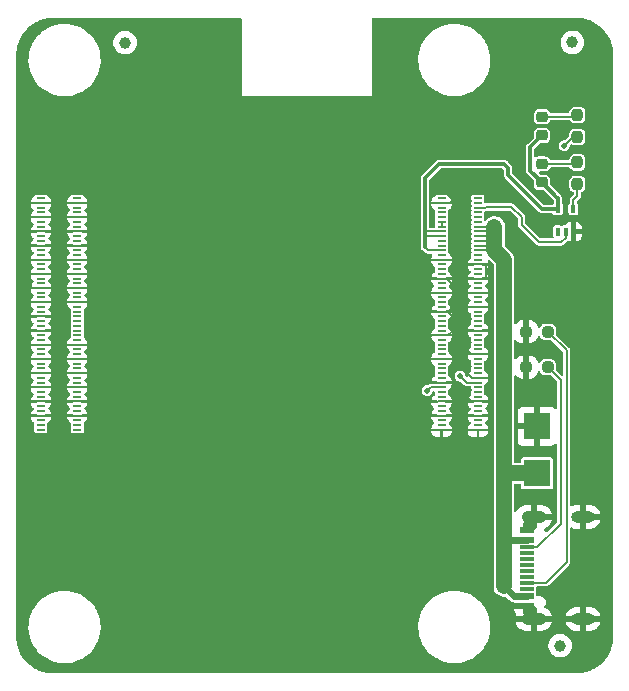
<source format=gtl>
%TF.GenerationSoftware,KiCad,Pcbnew,(5.99.0-10632-g8f3343b9e3)*%
%TF.CreationDate,2021-06-08T13:19:10-04:00*%
%TF.ProjectId,rpi-cm4-LiM-board,7270692d-636d-4342-9d4c-694d2d626f61,v01*%
%TF.SameCoordinates,Original*%
%TF.FileFunction,Copper,L1,Top*%
%TF.FilePolarity,Positive*%
%FSLAX46Y46*%
G04 Gerber Fmt 4.6, Leading zero omitted, Abs format (unit mm)*
G04 Created by KiCad (PCBNEW (5.99.0-10632-g8f3343b9e3)) date 2021-06-08 13:19:10*
%MOMM*%
%LPD*%
G01*
G04 APERTURE LIST*
G04 Aperture macros list*
%AMRoundRect*
0 Rectangle with rounded corners*
0 $1 Rounding radius*
0 $2 $3 $4 $5 $6 $7 $8 $9 X,Y pos of 4 corners*
0 Add a 4 corners polygon primitive as box body*
4,1,4,$2,$3,$4,$5,$6,$7,$8,$9,$2,$3,0*
0 Add four circle primitives for the rounded corners*
1,1,$1+$1,$2,$3*
1,1,$1+$1,$4,$5*
1,1,$1+$1,$6,$7*
1,1,$1+$1,$8,$9*
0 Add four rect primitives between the rounded corners*
20,1,$1+$1,$2,$3,$4,$5,0*
20,1,$1+$1,$4,$5,$6,$7,0*
20,1,$1+$1,$6,$7,$8,$9,0*
20,1,$1+$1,$8,$9,$2,$3,0*%
G04 Aperture macros list end*
%TA.AperFunction,SMDPad,CuDef*%
%ADD10C,1.000000*%
%TD*%
%TA.AperFunction,SMDPad,CuDef*%
%ADD11RoundRect,0.237500X0.250000X0.237500X-0.250000X0.237500X-0.250000X-0.237500X0.250000X-0.237500X0*%
%TD*%
%TA.AperFunction,SMDPad,CuDef*%
%ADD12R,2.260600X2.311400*%
%TD*%
%TA.AperFunction,SMDPad,CuDef*%
%ADD13R,0.400000X0.650000*%
%TD*%
%TA.AperFunction,SMDPad,CuDef*%
%ADD14RoundRect,0.237500X-0.237500X0.250000X-0.237500X-0.250000X0.237500X-0.250000X0.237500X0.250000X0*%
%TD*%
%TA.AperFunction,SMDPad,CuDef*%
%ADD15RoundRect,0.218750X-0.256250X0.218750X-0.256250X-0.218750X0.256250X-0.218750X0.256250X0.218750X0*%
%TD*%
%TA.AperFunction,SMDPad,CuDef*%
%ADD16R,1.150000X0.600000*%
%TD*%
%TA.AperFunction,SMDPad,CuDef*%
%ADD17R,1.150000X0.300000*%
%TD*%
%TA.AperFunction,ComponentPad*%
%ADD18O,2.000000X1.000000*%
%TD*%
%TA.AperFunction,ComponentPad*%
%ADD19O,2.100000X1.050000*%
%TD*%
%TA.AperFunction,SMDPad,CuDef*%
%ADD20R,0.700000X0.200000*%
%TD*%
%TA.AperFunction,ViaPad*%
%ADD21C,0.508000*%
%TD*%
%TA.AperFunction,Conductor*%
%ADD22C,0.200000*%
%TD*%
%TA.AperFunction,Conductor*%
%ADD23C,0.800000*%
%TD*%
%TA.AperFunction,Conductor*%
%ADD24C,1.350000*%
%TD*%
%TA.AperFunction,Conductor*%
%ADD25C,0.600000*%
%TD*%
%TA.AperFunction,Conductor*%
%ADD26C,0.300000*%
%TD*%
G04 APERTURE END LIST*
D10*
%TO.P,REF\u002A\u002A,*%
%TO.N,*%
X135128000Y-80518000D03*
%TD*%
D11*
%TO.P,R4,1*%
%TO.N,Net-(J2-PadB5)*%
X170912500Y-108000000D03*
%TO.P,R4,2*%
%TO.N,GND*%
X169087500Y-108000000D03*
%TD*%
D10*
%TO.P,REF\u002A\u002A,*%
%TO.N,*%
X171958000Y-131572000D03*
%TD*%
D12*
%TO.P,CR1,1,1*%
%TO.N,+5V*%
X170000000Y-116993900D03*
%TO.P,CR1,2,2*%
%TO.N,GND*%
X170000000Y-113006100D03*
%TD*%
D13*
%TO.P,U1,1*%
%TO.N,N/C*%
X171773750Y-96526250D03*
%TO.P,U1,2*%
%TO.N,/CM4 GPIO/nPWR_LED*%
X172423750Y-96526250D03*
%TO.P,U1,3,GND*%
%TO.N,GND*%
X173073750Y-96526250D03*
%TO.P,U1,4*%
%TO.N,Net-(R6-Pad2)*%
X173073750Y-94626250D03*
%TO.P,U1,5,VCC*%
%TO.N,+3.3V*%
X171773750Y-94626250D03*
%TD*%
D14*
%TO.P,R2,1*%
%TO.N,Net-(D1-Pad1)*%
X173423750Y-86663750D03*
%TO.P,R2,2*%
%TO.N,/CM4 GPIO/nLED_Activity*%
X173423750Y-88488750D03*
%TD*%
D15*
%TO.P,D2,1,K*%
%TO.N,Net-(D2-Pad1)*%
X170423750Y-90788750D03*
%TO.P,D2,2,A*%
%TO.N,+3.3V*%
X170423750Y-92363750D03*
%TD*%
D16*
%TO.P,J2,A1/B12,GND*%
%TO.N,GND*%
X169145000Y-128200000D03*
%TO.P,J2,A4/B9,VBUS*%
%TO.N,+5V*%
X169145000Y-127400000D03*
D17*
%TO.P,J2,A5,CC1*%
%TO.N,Net-(J2-PadA5)*%
X169145000Y-126250000D03*
%TO.P,J2,A6,DP1*%
%TO.N,unconnected-(J2-PadA6)*%
X169145000Y-125250000D03*
%TO.P,J2,A7,DN1*%
%TO.N,unconnected-(J2-PadA7)*%
X169145000Y-124750000D03*
%TO.P,J2,A8,SBU1*%
%TO.N,unconnected-(J2-PadA8)*%
X169145000Y-123750000D03*
D16*
%TO.P,J2,B1/A12,GND*%
%TO.N,GND*%
X169145000Y-121800000D03*
%TO.P,J2,B4/A9,VBUS*%
%TO.N,+5V*%
X169145000Y-122600000D03*
D17*
%TO.P,J2,B5,CC2*%
%TO.N,Net-(J2-PadB5)*%
X169145000Y-123250000D03*
%TO.P,J2,B6,DP2*%
%TO.N,unconnected-(J2-PadB6)*%
X169145000Y-124250000D03*
%TO.P,J2,B7,DN2*%
%TO.N,unconnected-(J2-PadB7)*%
X169145000Y-125750000D03*
%TO.P,J2,B8,SBU2*%
%TO.N,unconnected-(J2-PadB8)*%
X169145000Y-126750000D03*
D18*
%TO.P,J2,G1,GND*%
%TO.N,GND*%
X173900000Y-129320000D03*
%TO.P,J2,G2,GND*%
X173900000Y-120680000D03*
D19*
%TO.P,J2,G3,GND*%
X169720000Y-129320000D03*
%TO.P,J2,G4,GND*%
X169720000Y-120680000D03*
%TD*%
D15*
%TO.P,D1,1,K*%
%TO.N,Net-(D1-Pad1)*%
X170423750Y-86788750D03*
%TO.P,D1,2,A*%
%TO.N,+3.3V*%
X170423750Y-88363750D03*
%TD*%
D11*
%TO.P,R1,1*%
%TO.N,Net-(J2-PadA5)*%
X170912500Y-105000000D03*
%TO.P,R1,2*%
%TO.N,GND*%
X169087500Y-105000000D03*
%TD*%
D14*
%TO.P,R6,1*%
%TO.N,Net-(D2-Pad1)*%
X173423750Y-90663750D03*
%TO.P,R6,2*%
%TO.N,Net-(R6-Pad2)*%
X173423750Y-92488750D03*
%TD*%
D10*
%TO.P,REF\u002A\u002A,*%
%TO.N,*%
X173000000Y-80500000D03*
%TD*%
D20*
%TO.P,Module1,1,GND*%
%TO.N,GND*%
X165000000Y-113300000D03*
%TO.P,Module1,2,GND*%
X161920000Y-113300000D03*
%TO.P,Module1,3,Ethernet_Pair3_P*%
%TO.N,unconnected-(Module1-Pad3)*%
X165000000Y-112900000D03*
%TO.P,Module1,4,Ethernet_Pair1_P*%
%TO.N,unconnected-(Module1-Pad4)*%
X161920000Y-112900000D03*
%TO.P,Module1,5,Ethernet_Pair3_N*%
%TO.N,unconnected-(Module1-Pad5)*%
X165000000Y-112500000D03*
%TO.P,Module1,6,Ethernet_Pair1_N*%
%TO.N,unconnected-(Module1-Pad6)*%
X161920000Y-112500000D03*
%TO.P,Module1,7,GND*%
%TO.N,GND*%
X165000000Y-112100000D03*
%TO.P,Module1,8,GND*%
X161920000Y-112100000D03*
%TO.P,Module1,9,Ethernet_Pair2_N*%
%TO.N,unconnected-(Module1-Pad9)*%
X165000000Y-111700000D03*
%TO.P,Module1,10,Ethernet_Pair0_N*%
%TO.N,unconnected-(Module1-Pad10)*%
X161920000Y-111700000D03*
%TO.P,Module1,11,Ethernet_Pair2_P*%
%TO.N,unconnected-(Module1-Pad11)*%
X165000000Y-111300000D03*
%TO.P,Module1,12,Ethernet_Pair0_P*%
%TO.N,unconnected-(Module1-Pad12)*%
X161920000Y-111300000D03*
%TO.P,Module1,13,GND*%
%TO.N,GND*%
X165000000Y-110900000D03*
%TO.P,Module1,14,GND*%
X161920000Y-110900000D03*
%TO.P,Module1,15,Ethernet_nLED3(3.3v)*%
%TO.N,unconnected-(Module1-Pad15)*%
X165000000Y-110500000D03*
%TO.P,Module1,16,Ethernet_SYNC_IN(1.8v)*%
%TO.N,unconnected-(Module1-Pad16)*%
X161920000Y-110500000D03*
%TO.P,Module1,17,Ethernet_nLED2(3.3v)*%
%TO.N,unconnected-(Module1-Pad17)*%
X165000000Y-110100000D03*
%TO.P,Module1,18,Ethernet_SYNC_OUT(1.8v)*%
%TO.N,unconnected-(Module1-Pad18)*%
X161920000Y-110100000D03*
%TO.P,Module1,19,Ethernet_nLED1(3.3v)*%
%TO.N,unconnected-(Module1-Pad19)*%
X165000000Y-109700000D03*
%TO.P,Module1,20,EEPROM_nWP*%
%TO.N,/CM4 GPIO/EEPROM_nWP*%
X161920000Y-109700000D03*
%TO.P,Module1,21,PI_nLED_Activity*%
%TO.N,/CM4 GPIO/nLED_Activity*%
X165000000Y-109300000D03*
%TO.P,Module1,22,GND*%
%TO.N,GND*%
X161920000Y-109300000D03*
%TO.P,Module1,23,GND*%
X165000000Y-108900000D03*
%TO.P,Module1,24,GPIO26*%
%TO.N,unconnected-(Module1-Pad24)*%
X161920000Y-108900000D03*
%TO.P,Module1,25,GPIO21*%
%TO.N,unconnected-(Module1-Pad25)*%
X165000000Y-108500000D03*
%TO.P,Module1,26,GPIO19*%
%TO.N,unconnected-(Module1-Pad26)*%
X161920000Y-108500000D03*
%TO.P,Module1,27,GPIO20*%
%TO.N,unconnected-(Module1-Pad27)*%
X165000000Y-108100000D03*
%TO.P,Module1,28,GPIO13*%
%TO.N,unconnected-(Module1-Pad28)*%
X161920000Y-108100000D03*
%TO.P,Module1,29,GPIO16*%
%TO.N,unconnected-(Module1-Pad29)*%
X165000000Y-107700000D03*
%TO.P,Module1,30,GPIO6*%
%TO.N,unconnected-(Module1-Pad30)*%
X161920000Y-107700000D03*
%TO.P,Module1,31,GPIO12*%
%TO.N,unconnected-(Module1-Pad31)*%
X165000000Y-107300000D03*
%TO.P,Module1,32,GND*%
%TO.N,GND*%
X161920000Y-107300000D03*
%TO.P,Module1,33,GND*%
X165000000Y-106900000D03*
%TO.P,Module1,34,GPIO5*%
%TO.N,unconnected-(Module1-Pad34)*%
X161920000Y-106900000D03*
%TO.P,Module1,35,ID_SC*%
%TO.N,unconnected-(Module1-Pad35)*%
X165000000Y-106500000D03*
%TO.P,Module1,36,ID_SD*%
%TO.N,unconnected-(Module1-Pad36)*%
X161920000Y-106500000D03*
%TO.P,Module1,37,GPIO7*%
%TO.N,/CM4 GPIO/GPIO7*%
X165000000Y-106100000D03*
%TO.P,Module1,38,GPIO11*%
%TO.N,/CM4 GPIO/GPIO11*%
X161920000Y-106100000D03*
%TO.P,Module1,39,GPIO8*%
%TO.N,/CM4 GPIO/GPIO8*%
X165000000Y-105700000D03*
%TO.P,Module1,40,GPIO9*%
%TO.N,/CM4 GPIO/GPIO9*%
X161920000Y-105700000D03*
%TO.P,Module1,41,GPIO25*%
%TO.N,unconnected-(Module1-Pad41)*%
X165000000Y-105300000D03*
%TO.P,Module1,42,GND*%
%TO.N,GND*%
X161920000Y-105300000D03*
%TO.P,Module1,43,GND*%
X165000000Y-104900000D03*
%TO.P,Module1,44,GPIO10*%
%TO.N,/CM4 GPIO/GPIO10*%
X161920000Y-104900000D03*
%TO.P,Module1,45,GPIO24*%
%TO.N,unconnected-(Module1-Pad45)*%
X165000000Y-104500000D03*
%TO.P,Module1,46,GPIO22*%
%TO.N,unconnected-(Module1-Pad46)*%
X161920000Y-104500000D03*
%TO.P,Module1,47,GPIO23*%
%TO.N,unconnected-(Module1-Pad47)*%
X165000000Y-104100000D03*
%TO.P,Module1,48,GPIO27*%
%TO.N,unconnected-(Module1-Pad48)*%
X161920000Y-104100000D03*
%TO.P,Module1,49,GPIO18*%
%TO.N,unconnected-(Module1-Pad49)*%
X165000000Y-103700000D03*
%TO.P,Module1,50,GPIO17*%
%TO.N,unconnected-(Module1-Pad50)*%
X161920000Y-103700000D03*
%TO.P,Module1,51,GPIO15*%
%TO.N,/CM4 GPIO/GPIO15*%
X165000000Y-103300000D03*
%TO.P,Module1,52,GND*%
%TO.N,GND*%
X161920000Y-103300000D03*
%TO.P,Module1,53,GND*%
X165000000Y-102900000D03*
%TO.P,Module1,54,GPIO4*%
%TO.N,unconnected-(Module1-Pad54)*%
X161920000Y-102900000D03*
%TO.P,Module1,55,GPIO14*%
%TO.N,/CM4 GPIO/GPIO14*%
X165000000Y-102500000D03*
%TO.P,Module1,56,GPIO3*%
%TO.N,/CM4 GPIO/GPIO3*%
X161920000Y-102500000D03*
%TO.P,Module1,57,SD_CLK*%
%TO.N,unconnected-(Module1-Pad57)*%
X165000000Y-102100000D03*
%TO.P,Module1,58,GPIO2*%
%TO.N,/CM4 GPIO/GPIO2*%
X161920000Y-102100000D03*
%TO.P,Module1,59,GND*%
%TO.N,GND*%
X165000000Y-101700000D03*
%TO.P,Module1,60,GND*%
X161920000Y-101700000D03*
%TO.P,Module1,61,SD_DAT3*%
%TO.N,unconnected-(Module1-Pad61)*%
X165000000Y-101300000D03*
%TO.P,Module1,62,SD_CMD*%
%TO.N,unconnected-(Module1-Pad62)*%
X161920000Y-101300000D03*
%TO.P,Module1,63,SD_DAT0*%
%TO.N,unconnected-(Module1-Pad63)*%
X165000000Y-100900000D03*
%TO.P,Module1,64,SD_DAT5*%
%TO.N,unconnected-(Module1-Pad64)*%
X161920000Y-100900000D03*
%TO.P,Module1,65,GND*%
%TO.N,GND*%
X165000000Y-100500000D03*
%TO.P,Module1,66,GND*%
X161920000Y-100500000D03*
%TO.P,Module1,67,SD_DAT1*%
%TO.N,unconnected-(Module1-Pad67)*%
X165000000Y-100100000D03*
%TO.P,Module1,68,SD_DAT4*%
%TO.N,unconnected-(Module1-Pad68)*%
X161920000Y-100100000D03*
%TO.P,Module1,69,SD_DAT2*%
%TO.N,unconnected-(Module1-Pad69)*%
X165000000Y-99700000D03*
%TO.P,Module1,70,SD_DAT7*%
%TO.N,unconnected-(Module1-Pad70)*%
X161920000Y-99700000D03*
%TO.P,Module1,71,GND*%
%TO.N,GND*%
X165000000Y-99300000D03*
%TO.P,Module1,72,SD_DAT6*%
%TO.N,unconnected-(Module1-Pad72)*%
X161920000Y-99300000D03*
%TO.P,Module1,73,SD_VDD_Override*%
%TO.N,unconnected-(Module1-Pad73)*%
X165000000Y-98900000D03*
%TO.P,Module1,74,GND*%
%TO.N,GND*%
X161920000Y-98900000D03*
%TO.P,Module1,75,SD_PWR_ON*%
%TO.N,unconnected-(Module1-Pad75)*%
X165000000Y-98500000D03*
%TO.P,Module1,76,Reserved*%
%TO.N,unconnected-(Module1-Pad76)*%
X161920000Y-98500000D03*
%TO.P,Module1,77,+5v_(Input)*%
%TO.N,+5V*%
X165000000Y-98100000D03*
%TO.P,Module1,78,GPIO_VREF(1.8v/3.3v_Input)*%
%TO.N,+3.3V*%
X161920000Y-98100000D03*
%TO.P,Module1,79,+5v_(Input)*%
%TO.N,+5V*%
X165000000Y-97700000D03*
%TO.P,Module1,80,SCL0*%
%TO.N,unconnected-(Module1-Pad80)*%
X161920000Y-97700000D03*
%TO.P,Module1,81,+5v_(Input)*%
%TO.N,+5V*%
X165000000Y-97300000D03*
%TO.P,Module1,82,SDA0*%
%TO.N,unconnected-(Module1-Pad82)*%
X161920000Y-97300000D03*
%TO.P,Module1,83,+5v_(Input)*%
%TO.N,+5V*%
X165000000Y-96900000D03*
%TO.P,Module1,84,+3.3v_(Output)*%
%TO.N,+3.3V*%
X161920000Y-96900000D03*
%TO.P,Module1,85,+5v_(Input)*%
%TO.N,+5V*%
X165000000Y-96500000D03*
%TO.P,Module1,86,+3.3v_(Output)*%
%TO.N,+3.3V*%
X161920000Y-96500000D03*
%TO.P,Module1,87,+5v_(Input)*%
%TO.N,+5V*%
X165000000Y-96100000D03*
%TO.P,Module1,88,+1.8v_(Output)*%
%TO.N,+1.8V*%
X161920000Y-96100000D03*
%TO.P,Module1,89,WiFi_nDisable*%
%TO.N,unconnected-(Module1-Pad89)*%
X165000000Y-95700000D03*
%TO.P,Module1,90,+1.8v_(Output)*%
%TO.N,+1.8V*%
X161920000Y-95700000D03*
%TO.P,Module1,91,BT_nDisable*%
%TO.N,unconnected-(Module1-Pad91)*%
X165000000Y-95300000D03*
%TO.P,Module1,92,RUN_PG*%
%TO.N,unconnected-(Module1-Pad92)*%
X161920000Y-95300000D03*
%TO.P,Module1,93,nRPIBOOT*%
%TO.N,/CM4 GPIO/nRPIBOOT*%
X165000000Y-94900000D03*
%TO.P,Module1,94,AnalogIP0*%
%TO.N,unconnected-(Module1-Pad94)*%
X161920000Y-94900000D03*
%TO.P,Module1,95,nPI_LED_PWR*%
%TO.N,/CM4 GPIO/nPWR_LED*%
X165000000Y-94500000D03*
%TO.P,Module1,96,AnalogIP1*%
%TO.N,unconnected-(Module1-Pad96)*%
X161920000Y-94500000D03*
%TO.P,Module1,97,Camera_GPIO*%
%TO.N,unconnected-(Module1-Pad97)*%
X165000000Y-94100000D03*
%TO.P,Module1,98,GND*%
%TO.N,GND*%
X161920000Y-94100000D03*
%TO.P,Module1,99,Global_EN*%
%TO.N,unconnected-(Module1-Pad99)*%
X165000000Y-93700000D03*
%TO.P,Module1,100,nEXTRST*%
%TO.N,unconnected-(Module1-Pad100)*%
X161920000Y-93700000D03*
%TO.P,Module1,101,USB_OTG_ID*%
%TO.N,unconnected-(Module1-Pad101)*%
X131080000Y-113300000D03*
%TO.P,Module1,102,PCIe_CLK_nREQ*%
%TO.N,unconnected-(Module1-Pad102)*%
X128000000Y-113300000D03*
%TO.P,Module1,103,USB2_N*%
%TO.N,unconnected-(Module1-Pad103)*%
X131080000Y-112900000D03*
%TO.P,Module1,104,Reserved*%
%TO.N,unconnected-(Module1-Pad104)*%
X128000000Y-112900000D03*
%TO.P,Module1,105,USB2_P*%
%TO.N,unconnected-(Module1-Pad105)*%
X131080000Y-112500000D03*
%TO.P,Module1,106,Reserved*%
%TO.N,unconnected-(Module1-Pad106)*%
X128000000Y-112500000D03*
%TO.P,Module1,107,GND*%
%TO.N,GND*%
X131080000Y-112100000D03*
%TO.P,Module1,108,GND*%
X128000000Y-112100000D03*
%TO.P,Module1,109,PCIe_nRST*%
%TO.N,unconnected-(Module1-Pad109)*%
X131080000Y-111700000D03*
%TO.P,Module1,110,PCIe_CLK_P*%
%TO.N,unconnected-(Module1-Pad110)*%
X128000000Y-111700000D03*
%TO.P,Module1,111,VDAC_COMP*%
%TO.N,unconnected-(Module1-Pad111)*%
X131080000Y-111300000D03*
%TO.P,Module1,112,PCIe_CLK_N*%
%TO.N,unconnected-(Module1-Pad112)*%
X128000000Y-111300000D03*
%TO.P,Module1,113,GND*%
%TO.N,GND*%
X131080000Y-110900000D03*
%TO.P,Module1,114,GND*%
X128000000Y-110900000D03*
%TO.P,Module1,115,CAM1_D0_N*%
%TO.N,unconnected-(Module1-Pad115)*%
X131080000Y-110500000D03*
%TO.P,Module1,116,PCIe_RX_P*%
%TO.N,unconnected-(Module1-Pad116)*%
X128000000Y-110500000D03*
%TO.P,Module1,117,CAM1_D0_P*%
%TO.N,unconnected-(Module1-Pad117)*%
X131080000Y-110100000D03*
%TO.P,Module1,118,PCIe_RX_N*%
%TO.N,unconnected-(Module1-Pad118)*%
X128000000Y-110100000D03*
%TO.P,Module1,119,GND*%
%TO.N,GND*%
X131080000Y-109700000D03*
%TO.P,Module1,120,GND*%
X128000000Y-109700000D03*
%TO.P,Module1,121,CAM1_D1_N*%
%TO.N,unconnected-(Module1-Pad121)*%
X131080000Y-109300000D03*
%TO.P,Module1,122,PCIe_TX_P*%
%TO.N,unconnected-(Module1-Pad122)*%
X128000000Y-109300000D03*
%TO.P,Module1,123,CAM1_D1_P*%
%TO.N,unconnected-(Module1-Pad123)*%
X131080000Y-108900000D03*
%TO.P,Module1,124,PCIe_TX_N*%
%TO.N,unconnected-(Module1-Pad124)*%
X128000000Y-108900000D03*
%TO.P,Module1,125,GND*%
%TO.N,GND*%
X131080000Y-108500000D03*
%TO.P,Module1,126,GND*%
X128000000Y-108500000D03*
%TO.P,Module1,127,CAM1_C_N*%
%TO.N,unconnected-(Module1-Pad127)*%
X131080000Y-108100000D03*
%TO.P,Module1,128,CAM0_D0_N*%
%TO.N,unconnected-(Module1-Pad128)*%
X128000000Y-108100000D03*
%TO.P,Module1,129,CAM1_C_P*%
%TO.N,unconnected-(Module1-Pad129)*%
X131080000Y-107700000D03*
%TO.P,Module1,130,CAM0_D0_P*%
%TO.N,unconnected-(Module1-Pad130)*%
X128000000Y-107700000D03*
%TO.P,Module1,131,GND*%
%TO.N,GND*%
X131080000Y-107300000D03*
%TO.P,Module1,132,GND*%
X128000000Y-107300000D03*
%TO.P,Module1,133,CAM1_D2_N*%
%TO.N,unconnected-(Module1-Pad133)*%
X131080000Y-106900000D03*
%TO.P,Module1,134,CAM0_D1_N*%
%TO.N,unconnected-(Module1-Pad134)*%
X128000000Y-106900000D03*
%TO.P,Module1,135,CAM1_D2_P*%
%TO.N,unconnected-(Module1-Pad135)*%
X131080000Y-106500000D03*
%TO.P,Module1,136,CAM0_D1_P*%
%TO.N,unconnected-(Module1-Pad136)*%
X128000000Y-106500000D03*
%TO.P,Module1,137,GND*%
%TO.N,GND*%
X131080000Y-106100000D03*
%TO.P,Module1,138,GND*%
X128000000Y-106100000D03*
%TO.P,Module1,139,CAM1_D3_N*%
%TO.N,unconnected-(Module1-Pad139)*%
X131080000Y-105700000D03*
%TO.P,Module1,140,CAM0_C_N*%
%TO.N,unconnected-(Module1-Pad140)*%
X128000000Y-105700000D03*
%TO.P,Module1,141,CAM1_D3_P*%
%TO.N,unconnected-(Module1-Pad141)*%
X131080000Y-105300000D03*
%TO.P,Module1,142,CAM0_C_P*%
%TO.N,unconnected-(Module1-Pad142)*%
X128000000Y-105300000D03*
%TO.P,Module1,143,HDMI1_HOTPLUG*%
%TO.N,unconnected-(Module1-Pad143)*%
X131080000Y-104900000D03*
%TO.P,Module1,144,GND*%
%TO.N,GND*%
X128000000Y-104900000D03*
%TO.P,Module1,145,HDMI1_SDA*%
%TO.N,unconnected-(Module1-Pad145)*%
X131080000Y-104500000D03*
%TO.P,Module1,146,HDMI1_TX2_P*%
%TO.N,unconnected-(Module1-Pad146)*%
X128000000Y-104500000D03*
%TO.P,Module1,147,HDMI1_SCL*%
%TO.N,unconnected-(Module1-Pad147)*%
X131080000Y-104100000D03*
%TO.P,Module1,148,HDMI1_TX2_N*%
%TO.N,unconnected-(Module1-Pad148)*%
X128000000Y-104100000D03*
%TO.P,Module1,149,HDMI1_CEC*%
%TO.N,unconnected-(Module1-Pad149)*%
X131080000Y-103700000D03*
%TO.P,Module1,150,GND*%
%TO.N,GND*%
X128000000Y-103700000D03*
%TO.P,Module1,151,HDMI0_CEC*%
%TO.N,unconnected-(Module1-Pad151)*%
X131080000Y-103300000D03*
%TO.P,Module1,152,HDMI1_TX1_P*%
%TO.N,unconnected-(Module1-Pad152)*%
X128000000Y-103300000D03*
%TO.P,Module1,153,HDMI0_HOTPLUG*%
%TO.N,unconnected-(Module1-Pad153)*%
X131080000Y-102900000D03*
%TO.P,Module1,154,HDMI1_TX1_N*%
%TO.N,unconnected-(Module1-Pad154)*%
X128000000Y-102900000D03*
%TO.P,Module1,155,GND*%
%TO.N,GND*%
X131080000Y-102500000D03*
%TO.P,Module1,156,GND*%
X128000000Y-102500000D03*
%TO.P,Module1,157,DSI0_D0_N*%
%TO.N,unconnected-(Module1-Pad157)*%
X131080000Y-102100000D03*
%TO.P,Module1,158,HDMI1_TX0_P*%
%TO.N,unconnected-(Module1-Pad158)*%
X128000000Y-102100000D03*
%TO.P,Module1,159,DSI0_D0_P*%
%TO.N,unconnected-(Module1-Pad159)*%
X131080000Y-101700000D03*
%TO.P,Module1,160,HDMI1_TX0_N*%
%TO.N,unconnected-(Module1-Pad160)*%
X128000000Y-101700000D03*
%TO.P,Module1,161,GND*%
%TO.N,GND*%
X131080000Y-101300000D03*
%TO.P,Module1,162,GND*%
X128000000Y-101300000D03*
%TO.P,Module1,163,DSI0_D1_N*%
%TO.N,unconnected-(Module1-Pad163)*%
X131080000Y-100900000D03*
%TO.P,Module1,164,HDMI1_CLK_P*%
%TO.N,unconnected-(Module1-Pad164)*%
X128000000Y-100900000D03*
%TO.P,Module1,165,DSI0_D1_P*%
%TO.N,unconnected-(Module1-Pad165)*%
X131080000Y-100500000D03*
%TO.P,Module1,166,HDMI1_CLK_N*%
%TO.N,unconnected-(Module1-Pad166)*%
X128000000Y-100500000D03*
%TO.P,Module1,167,GND*%
%TO.N,GND*%
X131080000Y-100100000D03*
%TO.P,Module1,168,GND*%
X128000000Y-100100000D03*
%TO.P,Module1,169,DSI0_C_N*%
%TO.N,unconnected-(Module1-Pad169)*%
X131080000Y-99700000D03*
%TO.P,Module1,170,HDMI0_TX2_P*%
%TO.N,unconnected-(Module1-Pad170)*%
X128000000Y-99700000D03*
%TO.P,Module1,171,DSI0_C_P*%
%TO.N,unconnected-(Module1-Pad171)*%
X131080000Y-99300000D03*
%TO.P,Module1,172,HDMI0_TX2_N*%
%TO.N,unconnected-(Module1-Pad172)*%
X128000000Y-99300000D03*
%TO.P,Module1,173,GND*%
%TO.N,GND*%
X131080000Y-98900000D03*
%TO.P,Module1,174,GND*%
X128000000Y-98900000D03*
%TO.P,Module1,175,DSI1_D0_N*%
%TO.N,unconnected-(Module1-Pad175)*%
X131080000Y-98500000D03*
%TO.P,Module1,176,HDMI0_TX1_P*%
%TO.N,unconnected-(Module1-Pad176)*%
X128000000Y-98500000D03*
%TO.P,Module1,177,DSI1_D0_P*%
%TO.N,unconnected-(Module1-Pad177)*%
X131080000Y-98100000D03*
%TO.P,Module1,178,HDMI0_TX1_N*%
%TO.N,unconnected-(Module1-Pad178)*%
X128000000Y-98100000D03*
%TO.P,Module1,179,GND*%
%TO.N,GND*%
X131080000Y-97700000D03*
%TO.P,Module1,180,GND*%
X128000000Y-97700000D03*
%TO.P,Module1,181,DSI1_D1_N*%
%TO.N,unconnected-(Module1-Pad181)*%
X131080000Y-97300000D03*
%TO.P,Module1,182,HDMI0_TX0_P*%
%TO.N,unconnected-(Module1-Pad182)*%
X128000000Y-97300000D03*
%TO.P,Module1,183,DSI1_D1_P*%
%TO.N,unconnected-(Module1-Pad183)*%
X131080000Y-96900000D03*
%TO.P,Module1,184,HDMI0_TX0_N*%
%TO.N,unconnected-(Module1-Pad184)*%
X128000000Y-96900000D03*
%TO.P,Module1,185,GND*%
%TO.N,GND*%
X131080000Y-96500000D03*
%TO.P,Module1,186,GND*%
X128000000Y-96500000D03*
%TO.P,Module1,187,DSI1_C_N*%
%TO.N,unconnected-(Module1-Pad187)*%
X131080000Y-96100000D03*
%TO.P,Module1,188,HDMI0_CLK_P*%
%TO.N,unconnected-(Module1-Pad188)*%
X128000000Y-96100000D03*
%TO.P,Module1,189,DSI1_C_P*%
%TO.N,unconnected-(Module1-Pad189)*%
X131080000Y-95700000D03*
%TO.P,Module1,190,HDMI0_CLK_N*%
%TO.N,unconnected-(Module1-Pad190)*%
X128000000Y-95700000D03*
%TO.P,Module1,191,GND*%
%TO.N,GND*%
X131080000Y-95300000D03*
%TO.P,Module1,192,GND*%
X128000000Y-95300000D03*
%TO.P,Module1,193,DSI1_D2_N*%
%TO.N,unconnected-(Module1-Pad193)*%
X131080000Y-94900000D03*
%TO.P,Module1,194,DSI1_D3_N*%
%TO.N,unconnected-(Module1-Pad194)*%
X128000000Y-94900000D03*
%TO.P,Module1,195,DSI1_D2_P*%
%TO.N,unconnected-(Module1-Pad195)*%
X131080000Y-94500000D03*
%TO.P,Module1,196,DSI1_D3_P*%
%TO.N,unconnected-(Module1-Pad196)*%
X128000000Y-94500000D03*
%TO.P,Module1,197,GND*%
%TO.N,GND*%
X131080000Y-94100000D03*
%TO.P,Module1,198,GND*%
X128000000Y-94100000D03*
%TO.P,Module1,199,HDMI0_SDA*%
%TO.N,unconnected-(Module1-Pad199)*%
X131080000Y-93700000D03*
%TO.P,Module1,200,HDMI0_SCL*%
%TO.N,unconnected-(Module1-Pad200)*%
X128000000Y-93700000D03*
%TD*%
D21*
%TO.N,GND*%
X155000000Y-130000000D03*
X171000000Y-103500000D03*
X127000000Y-92000000D03*
X171000000Y-80500000D03*
X144000000Y-82000000D03*
X145500000Y-86000000D03*
X128778000Y-88138000D03*
X157000000Y-82000000D03*
X131064000Y-125730000D03*
X171000000Y-101500000D03*
X139000000Y-82175000D03*
X144000000Y-84000000D03*
X155500000Y-86000000D03*
X133500000Y-92500000D03*
X144000000Y-80000000D03*
X133500000Y-97500000D03*
X157000000Y-84000000D03*
X147000000Y-130000000D03*
X129000000Y-116000000D03*
X138000000Y-130000000D03*
X153500000Y-86000000D03*
X175500000Y-90000000D03*
X157000000Y-80000000D03*
X131238000Y-123730000D03*
X147500000Y-86000000D03*
X151500000Y-86000000D03*
X163000000Y-121000000D03*
X167000000Y-92000000D03*
X149500000Y-86000000D03*
X169000000Y-110000000D03*
X174023750Y-96476250D03*
X127000000Y-101092000D03*
X171000000Y-99000000D03*
%TO.N,/CM4 GPIO/EEPROM_nWP*%
X160700000Y-110000000D03*
%TO.N,/CM4 GPIO/nLED_Activity*%
X172310000Y-89240000D03*
X163500000Y-108760000D03*
%TD*%
D22*
%TO.N,GND*%
X162810880Y-105300000D02*
X164410880Y-106900000D01*
X162909120Y-102900000D02*
X162509120Y-103300000D01*
X161920000Y-101700000D02*
X163600000Y-101700000D01*
X162508631Y-107300489D02*
X161920489Y-107300489D01*
X163100000Y-98900000D02*
X161920000Y-98900000D01*
X161920000Y-100500000D02*
X162400000Y-100500000D01*
X164410880Y-106900000D02*
X165000000Y-106900000D01*
X162810880Y-109300000D02*
X163405440Y-109894560D01*
X173073750Y-96526250D02*
X173973750Y-96526250D01*
X163700000Y-102900000D02*
X165000000Y-102900000D01*
X161920489Y-107300489D02*
X161920000Y-107300000D01*
X164109120Y-104900000D02*
X165000000Y-104900000D01*
X173973750Y-96526250D02*
X174023750Y-96476250D01*
X161920000Y-105300000D02*
X162810880Y-105300000D01*
X163500000Y-101600000D02*
X163500000Y-102700000D01*
X162509120Y-103300000D02*
X164109120Y-104900000D01*
D23*
X169720000Y-120680000D02*
X169150000Y-121250000D01*
D22*
X165000000Y-113300000D02*
X164410880Y-113300000D01*
X162509120Y-105300000D02*
X161920000Y-105300000D01*
X165000000Y-99300000D02*
X165589120Y-99300000D01*
X164459197Y-108900000D02*
X165000000Y-108900000D01*
X169145000Y-121800000D02*
X169150000Y-121795000D01*
X161920000Y-107300000D02*
X162859197Y-107300000D01*
X165649511Y-99360391D02*
X165649511Y-100439609D01*
X170000000Y-111000000D02*
X169000000Y-110000000D01*
X163500000Y-112200000D02*
X163500000Y-109989120D01*
X163500000Y-112389120D02*
X163500000Y-112200000D01*
X161920000Y-110900000D02*
X165000000Y-110900000D01*
X165000000Y-102900000D02*
X162909120Y-102900000D01*
X165589120Y-100500000D02*
X165000000Y-100500000D01*
X164700000Y-92000000D02*
X167000000Y-92000000D01*
X165649511Y-100439609D02*
X165589120Y-100500000D01*
X164410880Y-110900000D02*
X165000000Y-110900000D01*
X165589120Y-99300000D02*
X165649511Y-99360391D01*
X161920000Y-94100000D02*
X162600000Y-94100000D01*
X165000000Y-104900000D02*
X162909120Y-104900000D01*
X165000000Y-99300000D02*
X163500000Y-99300000D01*
X163500000Y-102700000D02*
X163700000Y-102900000D01*
X161920000Y-113300000D02*
X163500000Y-113300000D01*
X163500000Y-109989120D02*
X162946489Y-109435609D01*
X163500000Y-113300000D02*
X165000000Y-113300000D01*
X162859197Y-107300000D02*
X164459197Y-108900000D01*
D23*
X169145000Y-128745000D02*
X169720000Y-129320000D01*
D22*
X163405440Y-109894560D02*
X164410880Y-110900000D01*
X162400000Y-100500000D02*
X163500000Y-101600000D01*
D23*
X169150000Y-121250000D02*
X169150000Y-121500000D01*
D22*
X169150000Y-121795000D02*
X169150000Y-121500000D01*
X170000000Y-113006100D02*
X170000000Y-111000000D01*
X162909120Y-104900000D02*
X162509120Y-105300000D01*
X163600000Y-101700000D02*
X165000000Y-101700000D01*
X161920000Y-103300000D02*
X162509120Y-103300000D01*
X163500000Y-113300000D02*
X163500000Y-112200000D01*
X161920000Y-100500000D02*
X165000000Y-100500000D01*
D23*
X169145000Y-128495000D02*
X169145000Y-128745000D01*
D22*
X161920000Y-109300000D02*
X162810880Y-109300000D01*
X163500000Y-99300000D02*
X163100000Y-98900000D01*
X162600000Y-94100000D02*
X164700000Y-92000000D01*
X161920000Y-112100000D02*
X165000000Y-112100000D01*
X163500000Y-101600000D02*
X163600000Y-101700000D01*
X163500000Y-109989120D02*
X163405440Y-109894560D01*
%TO.N,+5V*%
X165000000Y-96500000D02*
X166000000Y-96500000D01*
D24*
X170000000Y-116993900D02*
X168606100Y-116993900D01*
D22*
X165000000Y-97300000D02*
X166000000Y-97300000D01*
X166000000Y-97700000D02*
X166400000Y-98100000D01*
D25*
X169145000Y-122600000D02*
X167250000Y-122600000D01*
D24*
X166400000Y-96900000D02*
X166400000Y-96100000D01*
D22*
X165000000Y-97700000D02*
X166000000Y-97700000D01*
D24*
X166400000Y-98100000D02*
X166400000Y-96900000D01*
D25*
X167250000Y-122600000D02*
X167200000Y-122550000D01*
D22*
X165000000Y-96100000D02*
X166400000Y-96100000D01*
D24*
X168606100Y-116993900D02*
X167506100Y-116993900D01*
X167200000Y-119793900D02*
X167200000Y-122550000D01*
D25*
X168050000Y-127400000D02*
X167200000Y-126550000D01*
D22*
X166000000Y-97300000D02*
X166400000Y-96900000D01*
D24*
X167506100Y-116993900D02*
X167200000Y-117300000D01*
D25*
X169145000Y-127400000D02*
X168050000Y-127400000D01*
D24*
X167200000Y-122550000D02*
X167200000Y-126550000D01*
D22*
X167200000Y-119793900D02*
X167206100Y-119793900D01*
X165000000Y-96900000D02*
X166400000Y-96900000D01*
X166000000Y-96500000D02*
X166400000Y-96100000D01*
X165000000Y-98100000D02*
X166400000Y-98100000D01*
D24*
X167200000Y-117300000D02*
X167200000Y-98900000D01*
X167200000Y-98900000D02*
X166400000Y-98100000D01*
X167200000Y-119793900D02*
X167200000Y-117300000D01*
D26*
%TO.N,+3.3V*%
X167540000Y-91720000D02*
X167540000Y-91110000D01*
X160500000Y-96500000D02*
X160500000Y-92020000D01*
X170423750Y-92363750D02*
X171723750Y-93663750D01*
X170446250Y-94626250D02*
X167540000Y-91720000D01*
D22*
X160800000Y-98100000D02*
X160500000Y-97800000D01*
D26*
X171773750Y-94626250D02*
X170446250Y-94626250D01*
X171773750Y-93713750D02*
X171773750Y-94626250D01*
X160500000Y-97800000D02*
X160500000Y-96800000D01*
D22*
X160600000Y-96900000D02*
X160500000Y-96800000D01*
X161920000Y-98100000D02*
X160800000Y-98100000D01*
X161920000Y-96900000D02*
X160600000Y-96900000D01*
D26*
X169423750Y-91363750D02*
X170423750Y-92363750D01*
X167240000Y-90810000D02*
X161710000Y-90810000D01*
X161710000Y-90810000D02*
X160500000Y-92020000D01*
X170423750Y-88363750D02*
X169423750Y-89363750D01*
X167540000Y-91110000D02*
X167240000Y-90810000D01*
X169423750Y-89363750D02*
X169423750Y-91363750D01*
D22*
X161920000Y-96500000D02*
X160500000Y-96500000D01*
D26*
X160500000Y-96800000D02*
X160500000Y-96500000D01*
D22*
%TO.N,Net-(D1-Pad1)*%
X170423750Y-86788750D02*
X173298750Y-86788750D01*
X173298750Y-86788750D02*
X173423750Y-86663750D01*
%TO.N,Net-(D2-Pad1)*%
X170423750Y-90788750D02*
X173298750Y-90788750D01*
X173298750Y-90788750D02*
X173423750Y-90663750D01*
%TO.N,Net-(J2-PadA5)*%
X170912500Y-105000000D02*
X172500000Y-106587500D01*
X172500000Y-124500000D02*
X170750000Y-126250000D01*
X170750000Y-126250000D02*
X169145000Y-126250000D01*
X172500000Y-106587500D02*
X172500000Y-124500000D01*
%TO.N,Net-(J2-PadB5)*%
X172000000Y-121255002D02*
X172000000Y-109087500D01*
X169145000Y-123250000D02*
X170005002Y-123250000D01*
X170005002Y-123250000D02*
X172000000Y-121255002D01*
X172000000Y-109087500D02*
X170912500Y-108000000D01*
%TO.N,/CM4 GPIO/EEPROM_nWP*%
X161000000Y-109700000D02*
X160700000Y-110000000D01*
X161300000Y-109700000D02*
X161000000Y-109700000D01*
X161920000Y-109700000D02*
X161300000Y-109700000D01*
%TO.N,/CM4 GPIO/nLED_Activity*%
X163500000Y-108760000D02*
X164040000Y-109300000D01*
X173423750Y-88488750D02*
X173061250Y-88488750D01*
X173436250Y-88476250D02*
X173423750Y-88488750D01*
X173061250Y-88488750D02*
X172310000Y-89240000D01*
X164040000Y-109300000D02*
X165000000Y-109300000D01*
%TO.N,/CM4 GPIO/nPWR_LED*%
X172423750Y-97051250D02*
X172075000Y-97400000D01*
X165589120Y-94500000D02*
X165000000Y-94500000D01*
X172423750Y-96526250D02*
X172423750Y-96825530D01*
X170140000Y-97400000D02*
X168700000Y-95960000D01*
X168700000Y-95960000D02*
X168700000Y-95300000D01*
X172423750Y-96526250D02*
X172423750Y-97051250D01*
X165649511Y-94439609D02*
X165589120Y-94500000D01*
X167839609Y-94439609D02*
X165649511Y-94439609D01*
X172075000Y-97400000D02*
X170140000Y-97400000D01*
X168700000Y-95300000D02*
X167839609Y-94439609D01*
%TO.N,Net-(R6-Pad2)*%
X173073750Y-93826250D02*
X173423750Y-93476250D01*
X173073750Y-94626250D02*
X173073750Y-93826250D01*
X173423750Y-93476250D02*
X173423750Y-92488750D01*
%TO.N,+1.8V*%
X161920000Y-96100000D02*
X161920000Y-95700000D01*
%TD*%
%TA.AperFunction,Conductor*%
%TO.N,GND*%
G36*
X144959191Y-78433907D02*
G01*
X144995155Y-78483407D01*
X145000000Y-78514000D01*
X145000000Y-85000000D01*
X156000000Y-85000000D01*
X156000000Y-82106635D01*
X159946361Y-82106635D01*
X159978062Y-82451632D01*
X159978635Y-82454388D01*
X159978636Y-82454393D01*
X159984113Y-82480725D01*
X160048614Y-82790822D01*
X160049493Y-82793488D01*
X160049495Y-82793495D01*
X160057973Y-82819204D01*
X160157109Y-83119844D01*
X160302154Y-83434470D01*
X160481882Y-83730654D01*
X160693985Y-84004588D01*
X160935734Y-84252751D01*
X161204022Y-84471951D01*
X161206373Y-84473463D01*
X161206381Y-84473469D01*
X161493047Y-84657859D01*
X161493053Y-84657863D01*
X161495400Y-84659372D01*
X161806121Y-84812603D01*
X162132191Y-84929674D01*
X162134910Y-84930314D01*
X162134916Y-84930316D01*
X162315781Y-84972903D01*
X162469418Y-85009080D01*
X162472196Y-85009409D01*
X162472197Y-85009409D01*
X162570383Y-85021030D01*
X162813466Y-85049801D01*
X162962939Y-85050453D01*
X163157098Y-85051301D01*
X163157103Y-85051301D01*
X163159913Y-85051313D01*
X163176723Y-85049472D01*
X163501513Y-85013902D01*
X163501521Y-85013901D01*
X163504303Y-85013596D01*
X163507040Y-85012977D01*
X163507044Y-85012976D01*
X163839471Y-84937755D01*
X163839475Y-84937754D01*
X163842210Y-84937135D01*
X164169289Y-84822914D01*
X164171807Y-84821700D01*
X164171813Y-84821697D01*
X164478805Y-84673622D01*
X164478808Y-84673620D01*
X164481336Y-84672401D01*
X164774338Y-84487530D01*
X164776524Y-84485776D01*
X164776529Y-84485772D01*
X165042334Y-84272441D01*
X165042337Y-84272438D01*
X165044529Y-84270679D01*
X165060534Y-84254534D01*
X165286451Y-84026637D01*
X165286456Y-84026631D01*
X165288434Y-84024636D01*
X165304239Y-84004588D01*
X165501170Y-83754782D01*
X165501173Y-83754778D01*
X165502919Y-83752563D01*
X165685226Y-83457959D01*
X165833010Y-83144610D01*
X165944373Y-82816547D01*
X166017882Y-82477986D01*
X166052592Y-82133279D01*
X166053113Y-82109431D01*
X166055457Y-82001949D01*
X166055500Y-82000000D01*
X166041887Y-81760268D01*
X166036018Y-81656903D01*
X166036017Y-81656898D01*
X166035859Y-81654108D01*
X165977188Y-81312662D01*
X165975501Y-81306872D01*
X165881025Y-80982742D01*
X165881024Y-80982738D01*
X165880241Y-80980053D01*
X165879158Y-80977470D01*
X165747355Y-80663156D01*
X165747354Y-80663154D01*
X165746265Y-80660557D01*
X165724134Y-80621038D01*
X165711299Y-80598120D01*
X171999299Y-80598120D01*
X172011889Y-80660557D01*
X172031910Y-80759849D01*
X172039468Y-80797334D01*
X172118874Y-80984403D01*
X172121719Y-80988527D01*
X172121720Y-80988529D01*
X172231426Y-81147559D01*
X172231430Y-81147563D01*
X172234273Y-81151685D01*
X172237890Y-81155153D01*
X172237892Y-81155156D01*
X172376548Y-81288122D01*
X172380952Y-81292345D01*
X172477854Y-81353367D01*
X172509574Y-81373342D01*
X172552919Y-81400638D01*
X172557616Y-81402403D01*
X172557619Y-81402405D01*
X172712652Y-81460678D01*
X172743149Y-81472141D01*
X172748105Y-81472926D01*
X172938912Y-81503147D01*
X172938916Y-81503147D01*
X172943871Y-81503932D01*
X173025746Y-81500214D01*
X173141874Y-81494941D01*
X173141878Y-81494940D01*
X173146886Y-81494713D01*
X173236091Y-81472141D01*
X173339036Y-81446092D01*
X173343901Y-81444861D01*
X173485124Y-81376591D01*
X173522359Y-81358591D01*
X173522361Y-81358590D01*
X173526868Y-81356411D01*
X173688312Y-81232978D01*
X173691599Y-81229197D01*
X173691603Y-81229193D01*
X173818346Y-81083391D01*
X173821639Y-81079603D01*
X173840262Y-81046554D01*
X173918942Y-80906919D01*
X173918943Y-80906917D01*
X173921403Y-80902551D01*
X173983527Y-80709055D01*
X174005475Y-80507020D01*
X174005500Y-80500000D01*
X174004562Y-80490759D01*
X173985470Y-80302803D01*
X173985469Y-80302799D01*
X173984963Y-80297816D01*
X173924191Y-80103891D01*
X173825666Y-79926148D01*
X173735254Y-79820663D01*
X173696678Y-79775655D01*
X173696676Y-79775653D01*
X173693412Y-79771845D01*
X173532834Y-79647288D01*
X173350489Y-79557563D01*
X173236309Y-79527821D01*
X173158685Y-79507601D01*
X173158681Y-79507600D01*
X173153827Y-79506336D01*
X173148815Y-79506073D01*
X173148813Y-79506073D01*
X173077342Y-79502328D01*
X172950882Y-79495700D01*
X172945923Y-79496450D01*
X172754899Y-79525340D01*
X172754896Y-79525341D01*
X172749942Y-79526090D01*
X172559218Y-79596263D01*
X172386499Y-79703353D01*
X172238841Y-79842986D01*
X172235967Y-79847091D01*
X172235964Y-79847094D01*
X172180610Y-79926148D01*
X172122277Y-80009457D01*
X172120288Y-80014053D01*
X172120287Y-80014055D01*
X172071553Y-80126674D01*
X172041567Y-80195967D01*
X172040543Y-80200866D01*
X172040542Y-80200871D01*
X172036782Y-80218871D01*
X172000008Y-80394897D01*
X171999991Y-80399911D01*
X171999990Y-80399916D01*
X171999826Y-80447030D01*
X171999299Y-80598120D01*
X165711299Y-80598120D01*
X165578359Y-80360738D01*
X165576983Y-80358281D01*
X165473091Y-80213967D01*
X165376204Y-80079383D01*
X165376203Y-80079382D01*
X165374569Y-80077112D01*
X165141628Y-79820663D01*
X165110832Y-79793655D01*
X164883267Y-79594086D01*
X164883266Y-79594086D01*
X164881154Y-79592233D01*
X164596494Y-79394758D01*
X164291310Y-79230777D01*
X164288704Y-79229737D01*
X164288699Y-79229735D01*
X163972128Y-79103436D01*
X163969524Y-79102397D01*
X163966821Y-79101660D01*
X163637975Y-79012006D01*
X163637969Y-79012005D01*
X163635274Y-79011270D01*
X163632513Y-79010845D01*
X163632508Y-79010844D01*
X163295627Y-78958993D01*
X163295621Y-78958992D01*
X163292857Y-78958567D01*
X163290058Y-78958457D01*
X162949477Y-78945075D01*
X162949475Y-78945075D01*
X162946674Y-78944965D01*
X162902576Y-78948242D01*
X162603969Y-78970432D01*
X162603960Y-78970433D01*
X162601177Y-78970640D01*
X162260808Y-79035261D01*
X161929941Y-79137998D01*
X161612832Y-79277530D01*
X161610410Y-79278942D01*
X161610407Y-79278944D01*
X161414102Y-79393426D01*
X161313557Y-79452062D01*
X161035962Y-79659351D01*
X160972863Y-79718709D01*
X160813736Y-79868402D01*
X160783619Y-79896733D01*
X160781804Y-79898877D01*
X160781803Y-79898878D01*
X160570956Y-80147940D01*
X160559769Y-80161154D01*
X160539579Y-80191371D01*
X160388207Y-80417916D01*
X160367292Y-80449217D01*
X160366011Y-80451704D01*
X160366007Y-80451711D01*
X160209948Y-80754718D01*
X160209944Y-80754726D01*
X160208662Y-80757216D01*
X160207667Y-80759842D01*
X160207664Y-80759849D01*
X160087295Y-81077558D01*
X160085918Y-81081193D01*
X160000638Y-81416983D01*
X159953919Y-81760268D01*
X159946361Y-82106635D01*
X156000000Y-82106635D01*
X156000000Y-78514000D01*
X156018907Y-78455809D01*
X156068407Y-78419845D01*
X156099000Y-78415000D01*
X173255827Y-78415000D01*
X173274746Y-78417134D01*
X173277949Y-78418304D01*
X173287429Y-78419245D01*
X173289553Y-78419272D01*
X173289559Y-78419272D01*
X173369423Y-78420274D01*
X173461128Y-78421425D01*
X173465033Y-78421551D01*
X173544053Y-78425693D01*
X173549205Y-78426097D01*
X173623510Y-78433907D01*
X173801304Y-78452594D01*
X173806442Y-78453271D01*
X173867897Y-78463004D01*
X173872989Y-78463947D01*
X174120919Y-78516646D01*
X174125913Y-78517845D01*
X174186093Y-78533970D01*
X174191032Y-78535433D01*
X174432096Y-78613759D01*
X174436963Y-78615482D01*
X174495138Y-78637814D01*
X174499879Y-78639778D01*
X174652657Y-78707800D01*
X174731383Y-78742851D01*
X174736060Y-78745082D01*
X174791570Y-78773365D01*
X174796121Y-78775836D01*
X174844061Y-78803514D01*
X175015598Y-78902552D01*
X175020006Y-78905252D01*
X175072226Y-78939165D01*
X175076477Y-78942086D01*
X175281527Y-79091063D01*
X175285639Y-79094219D01*
X175334037Y-79133411D01*
X175337978Y-79136777D01*
X175526285Y-79306330D01*
X175530045Y-79309897D01*
X175574105Y-79353957D01*
X175577672Y-79357717D01*
X175747223Y-79546022D01*
X175750589Y-79549963D01*
X175789781Y-79598361D01*
X175792937Y-79602473D01*
X175941914Y-79807523D01*
X175944835Y-79811774D01*
X175978741Y-79863983D01*
X175981448Y-79868402D01*
X176108160Y-80087873D01*
X176110634Y-80092429D01*
X176138910Y-80147925D01*
X176141141Y-80152602D01*
X176244219Y-80384118D01*
X176246203Y-80388907D01*
X176268514Y-80447030D01*
X176270244Y-80451915D01*
X176348568Y-80692973D01*
X176350039Y-80697942D01*
X176366143Y-80758041D01*
X176367352Y-80763073D01*
X176420058Y-81011032D01*
X176420996Y-81016100D01*
X176430730Y-81077561D01*
X176431407Y-81082699D01*
X176457901Y-81334781D01*
X176458307Y-81339947D01*
X176459954Y-81371367D01*
X176462292Y-81415963D01*
X176462448Y-81418948D01*
X176462575Y-81422867D01*
X176464407Y-81568879D01*
X176465129Y-81572902D01*
X176467445Y-81585816D01*
X176469000Y-81603295D01*
X176469000Y-130705827D01*
X176466866Y-130724746D01*
X176465696Y-130727949D01*
X176464755Y-130737429D01*
X176464728Y-130739553D01*
X176464728Y-130739559D01*
X176462576Y-130911110D01*
X176462449Y-130915035D01*
X176462236Y-130919094D01*
X176458307Y-130994050D01*
X176457901Y-130999216D01*
X176431409Y-131251286D01*
X176430732Y-131256425D01*
X176420994Y-131317907D01*
X176420050Y-131323004D01*
X176367350Y-131570934D01*
X176366147Y-131575946D01*
X176350033Y-131636084D01*
X176348572Y-131641016D01*
X176274387Y-131869334D01*
X176270243Y-131882089D01*
X176268512Y-131886976D01*
X176246202Y-131945094D01*
X176244219Y-131949882D01*
X176156355Y-132147231D01*
X176141143Y-132181397D01*
X176138925Y-132186048D01*
X176110635Y-132241571D01*
X176108172Y-132246107D01*
X176041913Y-132360872D01*
X175981446Y-132465603D01*
X175978737Y-132470023D01*
X175944843Y-132522214D01*
X175941908Y-132526485D01*
X175792937Y-132731527D01*
X175789781Y-132735639D01*
X175750588Y-132784038D01*
X175747222Y-132787979D01*
X175577679Y-132976276D01*
X175574112Y-132980036D01*
X175530046Y-133024102D01*
X175526287Y-133027669D01*
X175501694Y-133049813D01*
X175337957Y-133197241D01*
X175334016Y-133200606D01*
X175285644Y-133239777D01*
X175281535Y-133242931D01*
X175076473Y-133391917D01*
X175072233Y-133394831D01*
X175023599Y-133426415D01*
X175020004Y-133428749D01*
X175015611Y-133431441D01*
X174796107Y-133558172D01*
X174791571Y-133560634D01*
X174736075Y-133588910D01*
X174731398Y-133591141D01*
X174499864Y-133694227D01*
X174495086Y-133696206D01*
X174436976Y-133718512D01*
X174432113Y-133720235D01*
X174191022Y-133798570D01*
X174186064Y-133800038D01*
X174125950Y-133816145D01*
X174120912Y-133817355D01*
X174102480Y-133821273D01*
X173872987Y-133870054D01*
X173867916Y-133870993D01*
X173806440Y-133880730D01*
X173801301Y-133881407D01*
X173549218Y-133907901D01*
X173544053Y-133908307D01*
X173504494Y-133910381D01*
X173465030Y-133912449D01*
X173461141Y-133912575D01*
X173315121Y-133914407D01*
X173311097Y-133915129D01*
X173311094Y-133915129D01*
X173297997Y-133917478D01*
X173280567Y-133919033D01*
X162579198Y-133924126D01*
X129119047Y-133924126D01*
X129100128Y-133921992D01*
X129096925Y-133920822D01*
X129087445Y-133919881D01*
X129085321Y-133919854D01*
X129085315Y-133919854D01*
X129001888Y-133918807D01*
X128913749Y-133917702D01*
X128909839Y-133917575D01*
X128882972Y-133916166D01*
X128830824Y-133913433D01*
X128825658Y-133913027D01*
X128573588Y-133886535D01*
X128568449Y-133885858D01*
X128506967Y-133876120D01*
X128501870Y-133875176D01*
X128253940Y-133822476D01*
X128248928Y-133821273D01*
X128188790Y-133805159D01*
X128183853Y-133803696D01*
X128169961Y-133799182D01*
X127942784Y-133725369D01*
X127937898Y-133723638D01*
X127879780Y-133701328D01*
X127874992Y-133699345D01*
X127741718Y-133640008D01*
X127643467Y-133596264D01*
X127638826Y-133594051D01*
X127583303Y-133565761D01*
X127578765Y-133563297D01*
X127555661Y-133549958D01*
X127359263Y-133436567D01*
X127354851Y-133433863D01*
X127351147Y-133431457D01*
X127330865Y-133418286D01*
X127302660Y-133399969D01*
X127298389Y-133397034D01*
X127093347Y-133248063D01*
X127089235Y-133244907D01*
X127040836Y-133205714D01*
X127036895Y-133202348D01*
X126848598Y-133032805D01*
X126844838Y-133029238D01*
X126800772Y-132985172D01*
X126797204Y-132981412D01*
X126744828Y-132923242D01*
X126627631Y-132793080D01*
X126624268Y-132789142D01*
X126585097Y-132740770D01*
X126581941Y-132736658D01*
X126578213Y-132731527D01*
X126432957Y-132531599D01*
X126430043Y-132527359D01*
X126396125Y-132475130D01*
X126393433Y-132470737D01*
X126266702Y-132251233D01*
X126264240Y-132246697D01*
X126235964Y-132191201D01*
X126233733Y-132186524D01*
X126130647Y-131954990D01*
X126128664Y-131950202D01*
X126128541Y-131949882D01*
X126106362Y-131892102D01*
X126104637Y-131887234D01*
X126083207Y-131821278D01*
X126026304Y-131646148D01*
X126024836Y-131641190D01*
X126008729Y-131581076D01*
X126007519Y-131576038D01*
X125976884Y-131431915D01*
X125954820Y-131328113D01*
X125953878Y-131323026D01*
X125953068Y-131317907D01*
X125944144Y-131261564D01*
X125943467Y-131256427D01*
X125916973Y-131004345D01*
X125916567Y-130999179D01*
X125912426Y-130920179D01*
X125912298Y-130916239D01*
X125912283Y-130914986D01*
X125910467Y-130770247D01*
X125907429Y-130753310D01*
X125905874Y-130735831D01*
X125905874Y-130106635D01*
X126946361Y-130106635D01*
X126978062Y-130451632D01*
X126978635Y-130454388D01*
X126978636Y-130454393D01*
X127014809Y-130628299D01*
X127048614Y-130790822D01*
X127049493Y-130793488D01*
X127049495Y-130793495D01*
X127091269Y-130920179D01*
X127157109Y-131119844D01*
X127253127Y-131328123D01*
X127277858Y-131381767D01*
X127302154Y-131434470D01*
X127303614Y-131436876D01*
X127448134Y-131675038D01*
X127481882Y-131730654D01*
X127544618Y-131811678D01*
X127670728Y-131974551D01*
X127693985Y-132004588D01*
X127935734Y-132252751D01*
X127937914Y-132254532D01*
X127937916Y-132254534D01*
X128196252Y-132465603D01*
X128204022Y-132471951D01*
X128206373Y-132473463D01*
X128206381Y-132473469D01*
X128493047Y-132657859D01*
X128493053Y-132657863D01*
X128495400Y-132659372D01*
X128806121Y-132812603D01*
X129132191Y-132929674D01*
X129134910Y-132930314D01*
X129134916Y-132930316D01*
X129303272Y-132969958D01*
X129469418Y-133009080D01*
X129472196Y-133009409D01*
X129472197Y-133009409D01*
X129570383Y-133021030D01*
X129813466Y-133049801D01*
X129962939Y-133050453D01*
X130157098Y-133051301D01*
X130157103Y-133051301D01*
X130159913Y-133051313D01*
X130176723Y-133049472D01*
X130501513Y-133013902D01*
X130501521Y-133013901D01*
X130504303Y-133013596D01*
X130507040Y-133012977D01*
X130507044Y-133012976D01*
X130839471Y-132937755D01*
X130839475Y-132937754D01*
X130842210Y-132937135D01*
X131169289Y-132822914D01*
X131171807Y-132821700D01*
X131171813Y-132821697D01*
X131478805Y-132673622D01*
X131478808Y-132673620D01*
X131481336Y-132672401D01*
X131774338Y-132487530D01*
X131776524Y-132485776D01*
X131776529Y-132485772D01*
X132042334Y-132272441D01*
X132042337Y-132272438D01*
X132044529Y-132270679D01*
X132060534Y-132254534D01*
X132286451Y-132026637D01*
X132286456Y-132026631D01*
X132288434Y-132024636D01*
X132304239Y-132004588D01*
X132501170Y-131754782D01*
X132501173Y-131754778D01*
X132502919Y-131752563D01*
X132685226Y-131457959D01*
X132833010Y-131144610D01*
X132944373Y-130816547D01*
X133017882Y-130477986D01*
X133020818Y-130448830D01*
X133052397Y-130135219D01*
X133052398Y-130135210D01*
X133052592Y-130133279D01*
X133053113Y-130109431D01*
X133053174Y-130106635D01*
X159946361Y-130106635D01*
X159978062Y-130451632D01*
X159978635Y-130454388D01*
X159978636Y-130454393D01*
X160014809Y-130628299D01*
X160048614Y-130790822D01*
X160049493Y-130793488D01*
X160049495Y-130793495D01*
X160091269Y-130920179D01*
X160157109Y-131119844D01*
X160253127Y-131328123D01*
X160277858Y-131381767D01*
X160302154Y-131434470D01*
X160303614Y-131436876D01*
X160448134Y-131675038D01*
X160481882Y-131730654D01*
X160544618Y-131811678D01*
X160670728Y-131974551D01*
X160693985Y-132004588D01*
X160935734Y-132252751D01*
X160937914Y-132254532D01*
X160937916Y-132254534D01*
X161196252Y-132465603D01*
X161204022Y-132471951D01*
X161206373Y-132473463D01*
X161206381Y-132473469D01*
X161493047Y-132657859D01*
X161493053Y-132657863D01*
X161495400Y-132659372D01*
X161806121Y-132812603D01*
X162132191Y-132929674D01*
X162134910Y-132930314D01*
X162134916Y-132930316D01*
X162303272Y-132969958D01*
X162469418Y-133009080D01*
X162472196Y-133009409D01*
X162472197Y-133009409D01*
X162570383Y-133021030D01*
X162813466Y-133049801D01*
X162962939Y-133050453D01*
X163157098Y-133051301D01*
X163157103Y-133051301D01*
X163159913Y-133051313D01*
X163176723Y-133049472D01*
X163501513Y-133013902D01*
X163501521Y-133013901D01*
X163504303Y-133013596D01*
X163507040Y-133012977D01*
X163507044Y-133012976D01*
X163839471Y-132937755D01*
X163839475Y-132937754D01*
X163842210Y-132937135D01*
X164169289Y-132822914D01*
X164171807Y-132821700D01*
X164171813Y-132821697D01*
X164478805Y-132673622D01*
X164478808Y-132673620D01*
X164481336Y-132672401D01*
X164774338Y-132487530D01*
X164776524Y-132485776D01*
X164776529Y-132485772D01*
X165042334Y-132272441D01*
X165042337Y-132272438D01*
X165044529Y-132270679D01*
X165060534Y-132254534D01*
X165286451Y-132026637D01*
X165286456Y-132026631D01*
X165288434Y-132024636D01*
X165304239Y-132004588D01*
X165501170Y-131754782D01*
X165501173Y-131754778D01*
X165502919Y-131752563D01*
X165553936Y-131670120D01*
X170957299Y-131670120D01*
X170958291Y-131675038D01*
X170990977Y-131837141D01*
X170997468Y-131869334D01*
X171076874Y-132056403D01*
X171079719Y-132060527D01*
X171079720Y-132060529D01*
X171189426Y-132219559D01*
X171189430Y-132219563D01*
X171192273Y-132223685D01*
X171195890Y-132227153D01*
X171195892Y-132227156D01*
X171280222Y-132308025D01*
X171338952Y-132364345D01*
X171343197Y-132367018D01*
X171499748Y-132465603D01*
X171510919Y-132472638D01*
X171515616Y-132474403D01*
X171515619Y-132474405D01*
X171642813Y-132522214D01*
X171701149Y-132544141D01*
X171706105Y-132544926D01*
X171896912Y-132575147D01*
X171896916Y-132575147D01*
X171901871Y-132575932D01*
X171983746Y-132572214D01*
X172099874Y-132566941D01*
X172099878Y-132566940D01*
X172104886Y-132566713D01*
X172194091Y-132544141D01*
X172297036Y-132518092D01*
X172301901Y-132516861D01*
X172407933Y-132465603D01*
X172480359Y-132430591D01*
X172480361Y-132430590D01*
X172484868Y-132428411D01*
X172646312Y-132304978D01*
X172649599Y-132301197D01*
X172649603Y-132301193D01*
X172776346Y-132155391D01*
X172779639Y-132151603D01*
X172787367Y-132137889D01*
X172876942Y-131978919D01*
X172876943Y-131978917D01*
X172879403Y-131974551D01*
X172941527Y-131781055D01*
X172963475Y-131579020D01*
X172963500Y-131572000D01*
X172952825Y-131466897D01*
X172943470Y-131374803D01*
X172943469Y-131374799D01*
X172942963Y-131369816D01*
X172882191Y-131175891D01*
X172783666Y-130998148D01*
X172651412Y-130843845D01*
X172490834Y-130719288D01*
X172308489Y-130629563D01*
X172194309Y-130599821D01*
X172116685Y-130579601D01*
X172116681Y-130579600D01*
X172111827Y-130578336D01*
X172106815Y-130578073D01*
X172106813Y-130578073D01*
X172035342Y-130574328D01*
X171908882Y-130567700D01*
X171903923Y-130568450D01*
X171712899Y-130597340D01*
X171712896Y-130597341D01*
X171707942Y-130598090D01*
X171517218Y-130668263D01*
X171438489Y-130717077D01*
X171359223Y-130766224D01*
X171344499Y-130775353D01*
X171196841Y-130914986D01*
X171193967Y-130919091D01*
X171193964Y-130919094D01*
X171098552Y-131055358D01*
X171080277Y-131081457D01*
X170999567Y-131267967D01*
X170998543Y-131272866D01*
X170998542Y-131272871D01*
X170979288Y-131365034D01*
X170958008Y-131466897D01*
X170957299Y-131670120D01*
X165553936Y-131670120D01*
X165685226Y-131457959D01*
X165833010Y-131144610D01*
X165944373Y-130816547D01*
X166017882Y-130477986D01*
X166020818Y-130448830D01*
X166052397Y-130135219D01*
X166052398Y-130135210D01*
X166052592Y-130133279D01*
X166053113Y-130109431D01*
X166054735Y-130035066D01*
X166055500Y-130000000D01*
X166049605Y-129896186D01*
X166036018Y-129656903D01*
X166036017Y-129656898D01*
X166035859Y-129654108D01*
X166024562Y-129588362D01*
X168197124Y-129588362D01*
X168231218Y-129704203D01*
X168234823Y-129713127D01*
X168324197Y-129884082D01*
X168329471Y-129892142D01*
X168450343Y-130042478D01*
X168457089Y-130049366D01*
X168604854Y-130173355D01*
X168612809Y-130178802D01*
X168781840Y-130271727D01*
X168790705Y-130275526D01*
X168974571Y-130333852D01*
X168984002Y-130335857D01*
X169134078Y-130352691D01*
X169139603Y-130353000D01*
X169450320Y-130353000D01*
X169463005Y-130348878D01*
X169466000Y-130344757D01*
X169466000Y-129589680D01*
X169463583Y-129582243D01*
X169974000Y-129582243D01*
X169974000Y-130337320D01*
X169978122Y-130350005D01*
X169982243Y-130353000D01*
X170293562Y-130353000D01*
X170298417Y-130352762D01*
X170441797Y-130338703D01*
X170451245Y-130336833D01*
X170635919Y-130281077D01*
X170644823Y-130277408D01*
X170815147Y-130186844D01*
X170823173Y-130181511D01*
X170972658Y-130059594D01*
X170979495Y-130052805D01*
X171102458Y-129904169D01*
X171107842Y-129896186D01*
X171199594Y-129726495D01*
X171203323Y-129717624D01*
X171243146Y-129588977D01*
X171243137Y-129588362D01*
X172428060Y-129588362D01*
X172459395Y-129694829D01*
X172463008Y-129703770D01*
X172550112Y-129870385D01*
X172555396Y-129878461D01*
X172673206Y-130024987D01*
X172679947Y-130031871D01*
X172823979Y-130152727D01*
X172831933Y-130158174D01*
X172996689Y-130248749D01*
X173005554Y-130252549D01*
X173184770Y-130309400D01*
X173194198Y-130311404D01*
X173339405Y-130327691D01*
X173344934Y-130328000D01*
X173630320Y-130328000D01*
X173643005Y-130323878D01*
X173646000Y-130319757D01*
X173646000Y-129589680D01*
X173643583Y-129582243D01*
X174154000Y-129582243D01*
X174154000Y-130312320D01*
X174158122Y-130325005D01*
X174162243Y-130328000D01*
X174448579Y-130328000D01*
X174453394Y-130327765D01*
X174591949Y-130314180D01*
X174601386Y-130312311D01*
X174781392Y-130257964D01*
X174790296Y-130254293D01*
X174956313Y-130166021D01*
X174964339Y-130160688D01*
X175110042Y-130041855D01*
X175116879Y-130035066D01*
X175236732Y-129890189D01*
X175242116Y-129882206D01*
X175331541Y-129716818D01*
X175335281Y-129707921D01*
X175372100Y-129588979D01*
X175371938Y-129577340D01*
X175361410Y-129574000D01*
X174169680Y-129574000D01*
X174156995Y-129578122D01*
X174154000Y-129582243D01*
X173643583Y-129582243D01*
X173641878Y-129576995D01*
X173637757Y-129574000D01*
X172439513Y-129574000D01*
X172428209Y-129577673D01*
X172428060Y-129588362D01*
X171243137Y-129588362D01*
X171242983Y-129577340D01*
X171232455Y-129574000D01*
X169989680Y-129574000D01*
X169976995Y-129578122D01*
X169974000Y-129582243D01*
X169463583Y-129582243D01*
X169461878Y-129576995D01*
X169457757Y-129574000D01*
X168208577Y-129574000D01*
X168197273Y-129577673D01*
X168197124Y-129588362D01*
X166024562Y-129588362D01*
X165977188Y-129312662D01*
X165910515Y-129083916D01*
X165881025Y-128982742D01*
X165881024Y-128982738D01*
X165880241Y-128980053D01*
X165865614Y-128945171D01*
X165747355Y-128663156D01*
X165747354Y-128663154D01*
X165746265Y-128660557D01*
X165707107Y-128590634D01*
X165578359Y-128360738D01*
X165576983Y-128358281D01*
X165568142Y-128346000D01*
X165376204Y-128079383D01*
X165376203Y-128079382D01*
X165374569Y-128077112D01*
X165141628Y-127820663D01*
X165107808Y-127791003D01*
X164883267Y-127594086D01*
X164883266Y-127594086D01*
X164881154Y-127592233D01*
X164644774Y-127428251D01*
X164598805Y-127396361D01*
X164598803Y-127396360D01*
X164596494Y-127394758D01*
X164291310Y-127230777D01*
X164288704Y-127229737D01*
X164288699Y-127229735D01*
X164052191Y-127135378D01*
X163969524Y-127102397D01*
X163960732Y-127100000D01*
X163637975Y-127012006D01*
X163637969Y-127012005D01*
X163635274Y-127011270D01*
X163632513Y-127010845D01*
X163632508Y-127010844D01*
X163295627Y-126958993D01*
X163295621Y-126958992D01*
X163292857Y-126958567D01*
X163290058Y-126958457D01*
X162949477Y-126945075D01*
X162949475Y-126945075D01*
X162946674Y-126944965D01*
X162902576Y-126948242D01*
X162603969Y-126970432D01*
X162603960Y-126970433D01*
X162601177Y-126970640D01*
X162260808Y-127035261D01*
X161929941Y-127137998D01*
X161612832Y-127277530D01*
X161610410Y-127278942D01*
X161610407Y-127278944D01*
X161470480Y-127360547D01*
X161313557Y-127452062D01*
X161035962Y-127659351D01*
X160975370Y-127716351D01*
X160786279Y-127894231D01*
X160783619Y-127896733D01*
X160781804Y-127898877D01*
X160781803Y-127898878D01*
X160628994Y-128079383D01*
X160559769Y-128161154D01*
X160484003Y-128274546D01*
X160387724Y-128418639D01*
X160367292Y-128449217D01*
X160366011Y-128451704D01*
X160366007Y-128451711D01*
X160209948Y-128754718D01*
X160209944Y-128754726D01*
X160208662Y-128757216D01*
X160207667Y-128759842D01*
X160207664Y-128759849D01*
X160091674Y-129066000D01*
X160085918Y-129081193D01*
X160000638Y-129416983D01*
X159953919Y-129760268D01*
X159953858Y-129763076D01*
X159947536Y-130052805D01*
X159946361Y-130106635D01*
X133053174Y-130106635D01*
X133054735Y-130035066D01*
X133055500Y-130000000D01*
X133049605Y-129896186D01*
X133036018Y-129656903D01*
X133036017Y-129656898D01*
X133035859Y-129654108D01*
X132977188Y-129312662D01*
X132910515Y-129083916D01*
X132881025Y-128982742D01*
X132881024Y-128982738D01*
X132880241Y-128980053D01*
X132865614Y-128945171D01*
X132747355Y-128663156D01*
X132747354Y-128663154D01*
X132746265Y-128660557D01*
X132707107Y-128590634D01*
X132578359Y-128360738D01*
X132576983Y-128358281D01*
X132568142Y-128346000D01*
X132376204Y-128079383D01*
X132376203Y-128079382D01*
X132374569Y-128077112D01*
X132141628Y-127820663D01*
X132107808Y-127791003D01*
X131883267Y-127594086D01*
X131883266Y-127594086D01*
X131881154Y-127592233D01*
X131644774Y-127428251D01*
X131598805Y-127396361D01*
X131598803Y-127396360D01*
X131596494Y-127394758D01*
X131291310Y-127230777D01*
X131288704Y-127229737D01*
X131288699Y-127229735D01*
X131052191Y-127135378D01*
X130969524Y-127102397D01*
X130960732Y-127100000D01*
X130637975Y-127012006D01*
X130637969Y-127012005D01*
X130635274Y-127011270D01*
X130632513Y-127010845D01*
X130632508Y-127010844D01*
X130295627Y-126958993D01*
X130295621Y-126958992D01*
X130292857Y-126958567D01*
X130290058Y-126958457D01*
X129949477Y-126945075D01*
X129949475Y-126945075D01*
X129946674Y-126944965D01*
X129902576Y-126948242D01*
X129603969Y-126970432D01*
X129603960Y-126970433D01*
X129601177Y-126970640D01*
X129260808Y-127035261D01*
X128929941Y-127137998D01*
X128612832Y-127277530D01*
X128610410Y-127278942D01*
X128610407Y-127278944D01*
X128470480Y-127360547D01*
X128313557Y-127452062D01*
X128035962Y-127659351D01*
X127975370Y-127716351D01*
X127786279Y-127894231D01*
X127783619Y-127896733D01*
X127781804Y-127898877D01*
X127781803Y-127898878D01*
X127628994Y-128079383D01*
X127559769Y-128161154D01*
X127484003Y-128274546D01*
X127387724Y-128418639D01*
X127367292Y-128449217D01*
X127366011Y-128451704D01*
X127366007Y-128451711D01*
X127209948Y-128754718D01*
X127209944Y-128754726D01*
X127208662Y-128757216D01*
X127207667Y-128759842D01*
X127207664Y-128759849D01*
X127091674Y-129066000D01*
X127085918Y-129081193D01*
X127000638Y-129416983D01*
X126953919Y-129760268D01*
X126953858Y-129763076D01*
X126947536Y-130052805D01*
X126946361Y-130106635D01*
X125905874Y-130106635D01*
X125905874Y-94209548D01*
X127137683Y-94209548D01*
X127141843Y-94267715D01*
X127143717Y-94278100D01*
X127181364Y-94406314D01*
X127187187Y-94419065D01*
X127258472Y-94529987D01*
X127267651Y-94540581D01*
X127367512Y-94627110D01*
X127399108Y-94679505D01*
X127393872Y-94740466D01*
X127356205Y-94785213D01*
X127320010Y-94808474D01*
X127309419Y-94817651D01*
X127223074Y-94917299D01*
X127215496Y-94929090D01*
X127160722Y-95049029D01*
X127156772Y-95062484D01*
X127139232Y-95184479D01*
X127141506Y-95197623D01*
X127142565Y-95198652D01*
X127148360Y-95200000D01*
X127612598Y-95200000D01*
X127631913Y-95201903D01*
X127636940Y-95202903D01*
X127690324Y-95232800D01*
X127715939Y-95288365D01*
X127704001Y-95348375D01*
X127659071Y-95389907D01*
X127636940Y-95397097D01*
X127631913Y-95398097D01*
X127612598Y-95400000D01*
X127152680Y-95400000D01*
X127139995Y-95404122D01*
X127138012Y-95406851D01*
X127137683Y-95409548D01*
X127141843Y-95467715D01*
X127143717Y-95478100D01*
X127181364Y-95606314D01*
X127187187Y-95619065D01*
X127258472Y-95729987D01*
X127267651Y-95740581D01*
X127367512Y-95827110D01*
X127399108Y-95879505D01*
X127393872Y-95940466D01*
X127356205Y-95985213D01*
X127320010Y-96008474D01*
X127309419Y-96017651D01*
X127223074Y-96117299D01*
X127215496Y-96129090D01*
X127160722Y-96249029D01*
X127156772Y-96262484D01*
X127139232Y-96384479D01*
X127141506Y-96397623D01*
X127142565Y-96398652D01*
X127148360Y-96400000D01*
X127612598Y-96400000D01*
X127631913Y-96401903D01*
X127636940Y-96402903D01*
X127690324Y-96432800D01*
X127715939Y-96488365D01*
X127704001Y-96548375D01*
X127659071Y-96589907D01*
X127636940Y-96597097D01*
X127631913Y-96598097D01*
X127612598Y-96600000D01*
X127152680Y-96600000D01*
X127139995Y-96604122D01*
X127138012Y-96606851D01*
X127137683Y-96609548D01*
X127141843Y-96667715D01*
X127143717Y-96678100D01*
X127181364Y-96806314D01*
X127187187Y-96819065D01*
X127258472Y-96929987D01*
X127267651Y-96940581D01*
X127367512Y-97027110D01*
X127399108Y-97079505D01*
X127393872Y-97140466D01*
X127356205Y-97185213D01*
X127320010Y-97208474D01*
X127309419Y-97217651D01*
X127223074Y-97317299D01*
X127215496Y-97329090D01*
X127160722Y-97449029D01*
X127156772Y-97462484D01*
X127139232Y-97584479D01*
X127141506Y-97597623D01*
X127142565Y-97598652D01*
X127148360Y-97600000D01*
X127612598Y-97600000D01*
X127631913Y-97601903D01*
X127636940Y-97602903D01*
X127690324Y-97632800D01*
X127715939Y-97688365D01*
X127704001Y-97748375D01*
X127659071Y-97789907D01*
X127636940Y-97797097D01*
X127631913Y-97798097D01*
X127612598Y-97800000D01*
X127152680Y-97800000D01*
X127139995Y-97804122D01*
X127138012Y-97806851D01*
X127137683Y-97809548D01*
X127141843Y-97867715D01*
X127143717Y-97878100D01*
X127181364Y-98006314D01*
X127187187Y-98019065D01*
X127258472Y-98129987D01*
X127267651Y-98140581D01*
X127367512Y-98227110D01*
X127399108Y-98279505D01*
X127393872Y-98340466D01*
X127356205Y-98385213D01*
X127320010Y-98408474D01*
X127309419Y-98417651D01*
X127223074Y-98517299D01*
X127215496Y-98529090D01*
X127160722Y-98649029D01*
X127156772Y-98662484D01*
X127139232Y-98784479D01*
X127141506Y-98797623D01*
X127142565Y-98798652D01*
X127148360Y-98800000D01*
X127612598Y-98800000D01*
X127631913Y-98801903D01*
X127636940Y-98802903D01*
X127690324Y-98832800D01*
X127715939Y-98888365D01*
X127704001Y-98948375D01*
X127659071Y-98989907D01*
X127636940Y-98997097D01*
X127631913Y-98998097D01*
X127612598Y-99000000D01*
X127152680Y-99000000D01*
X127139995Y-99004122D01*
X127138012Y-99006851D01*
X127137683Y-99009548D01*
X127141843Y-99067715D01*
X127143717Y-99078100D01*
X127181364Y-99206314D01*
X127187187Y-99219065D01*
X127258472Y-99329987D01*
X127267651Y-99340581D01*
X127367512Y-99427110D01*
X127399108Y-99479505D01*
X127393872Y-99540466D01*
X127356205Y-99585213D01*
X127320010Y-99608474D01*
X127309419Y-99617651D01*
X127223074Y-99717299D01*
X127215496Y-99729090D01*
X127160722Y-99849029D01*
X127156772Y-99862484D01*
X127139232Y-99984479D01*
X127141506Y-99997623D01*
X127142565Y-99998652D01*
X127148360Y-100000000D01*
X127612598Y-100000000D01*
X127631913Y-100001903D01*
X127636940Y-100002903D01*
X127690324Y-100032800D01*
X127715939Y-100088365D01*
X127704001Y-100148375D01*
X127659071Y-100189907D01*
X127636940Y-100197097D01*
X127631913Y-100198097D01*
X127612598Y-100200000D01*
X127152680Y-100200000D01*
X127139995Y-100204122D01*
X127138012Y-100206851D01*
X127137683Y-100209548D01*
X127141843Y-100267715D01*
X127143717Y-100278100D01*
X127181364Y-100406314D01*
X127187187Y-100419065D01*
X127258472Y-100529987D01*
X127267651Y-100540581D01*
X127367512Y-100627110D01*
X127399108Y-100679505D01*
X127393872Y-100740466D01*
X127356205Y-100785213D01*
X127320010Y-100808474D01*
X127309419Y-100817651D01*
X127223074Y-100917299D01*
X127215496Y-100929090D01*
X127160722Y-101049029D01*
X127156772Y-101062484D01*
X127139232Y-101184479D01*
X127141506Y-101197623D01*
X127142565Y-101198652D01*
X127148360Y-101200000D01*
X127612598Y-101200000D01*
X127631913Y-101201903D01*
X127636940Y-101202903D01*
X127690324Y-101232800D01*
X127715939Y-101288365D01*
X127704001Y-101348375D01*
X127659071Y-101389907D01*
X127636940Y-101397097D01*
X127631913Y-101398097D01*
X127612598Y-101400000D01*
X127152680Y-101400000D01*
X127139995Y-101404122D01*
X127138012Y-101406851D01*
X127137683Y-101409548D01*
X127141843Y-101467715D01*
X127143717Y-101478100D01*
X127181364Y-101606314D01*
X127187187Y-101619065D01*
X127258472Y-101729987D01*
X127267651Y-101740581D01*
X127367512Y-101827110D01*
X127399108Y-101879505D01*
X127393872Y-101940466D01*
X127356205Y-101985213D01*
X127320010Y-102008474D01*
X127309419Y-102017651D01*
X127223074Y-102117299D01*
X127215496Y-102129090D01*
X127160722Y-102249029D01*
X127156772Y-102262484D01*
X127139232Y-102384479D01*
X127141506Y-102397623D01*
X127142565Y-102398652D01*
X127148360Y-102400000D01*
X127612598Y-102400000D01*
X127631913Y-102401903D01*
X127636940Y-102402903D01*
X127690324Y-102432800D01*
X127715939Y-102488365D01*
X127704001Y-102548375D01*
X127659071Y-102589907D01*
X127636940Y-102597097D01*
X127631913Y-102598097D01*
X127612598Y-102600000D01*
X127152680Y-102600000D01*
X127139995Y-102604122D01*
X127138012Y-102606851D01*
X127137683Y-102609548D01*
X127141843Y-102667715D01*
X127143717Y-102678100D01*
X127181364Y-102806314D01*
X127187187Y-102819065D01*
X127258472Y-102929987D01*
X127267651Y-102940581D01*
X127367512Y-103027110D01*
X127399108Y-103079505D01*
X127393872Y-103140466D01*
X127356205Y-103185213D01*
X127320010Y-103208474D01*
X127309419Y-103217651D01*
X127223074Y-103317299D01*
X127215496Y-103329090D01*
X127160722Y-103449029D01*
X127156772Y-103462484D01*
X127139232Y-103584479D01*
X127141506Y-103597623D01*
X127142565Y-103598652D01*
X127148360Y-103600000D01*
X127612598Y-103600000D01*
X127631913Y-103601903D01*
X127636940Y-103602903D01*
X127690324Y-103632800D01*
X127715939Y-103688365D01*
X127704001Y-103748375D01*
X127659071Y-103789907D01*
X127636940Y-103797097D01*
X127631913Y-103798097D01*
X127612598Y-103800000D01*
X127152680Y-103800000D01*
X127139995Y-103804122D01*
X127138012Y-103806851D01*
X127137683Y-103809548D01*
X127141843Y-103867715D01*
X127143717Y-103878100D01*
X127181364Y-104006314D01*
X127187187Y-104019065D01*
X127258472Y-104129987D01*
X127267651Y-104140581D01*
X127367512Y-104227110D01*
X127399108Y-104279505D01*
X127393872Y-104340466D01*
X127356205Y-104385213D01*
X127320010Y-104408474D01*
X127309419Y-104417651D01*
X127223074Y-104517299D01*
X127215496Y-104529090D01*
X127160722Y-104649029D01*
X127156772Y-104662484D01*
X127139232Y-104784479D01*
X127141506Y-104797623D01*
X127142565Y-104798652D01*
X127148360Y-104800000D01*
X127612598Y-104800000D01*
X127631913Y-104801903D01*
X127636940Y-104802903D01*
X127690324Y-104832800D01*
X127715939Y-104888365D01*
X127704001Y-104948375D01*
X127659071Y-104989907D01*
X127636940Y-104997097D01*
X127631913Y-104998097D01*
X127612598Y-105000000D01*
X127152680Y-105000000D01*
X127139995Y-105004122D01*
X127138012Y-105006851D01*
X127137683Y-105009548D01*
X127141843Y-105067715D01*
X127143717Y-105078100D01*
X127181364Y-105206314D01*
X127187187Y-105219065D01*
X127258472Y-105329987D01*
X127267651Y-105340581D01*
X127367512Y-105427110D01*
X127399108Y-105479505D01*
X127393872Y-105540466D01*
X127356205Y-105585213D01*
X127320010Y-105608474D01*
X127309419Y-105617651D01*
X127223074Y-105717299D01*
X127215496Y-105729090D01*
X127160722Y-105849029D01*
X127156772Y-105862484D01*
X127139232Y-105984479D01*
X127141506Y-105997623D01*
X127142565Y-105998652D01*
X127148360Y-106000000D01*
X127612598Y-106000000D01*
X127631913Y-106001903D01*
X127636940Y-106002903D01*
X127690324Y-106032800D01*
X127715939Y-106088365D01*
X127704001Y-106148375D01*
X127659071Y-106189907D01*
X127636940Y-106197097D01*
X127631913Y-106198097D01*
X127612598Y-106200000D01*
X127152680Y-106200000D01*
X127139995Y-106204122D01*
X127138012Y-106206851D01*
X127137683Y-106209548D01*
X127141843Y-106267715D01*
X127143717Y-106278100D01*
X127181364Y-106406314D01*
X127187187Y-106419065D01*
X127258472Y-106529987D01*
X127267651Y-106540581D01*
X127367512Y-106627110D01*
X127399108Y-106679505D01*
X127393872Y-106740466D01*
X127356205Y-106785213D01*
X127320010Y-106808474D01*
X127309419Y-106817651D01*
X127223074Y-106917299D01*
X127215496Y-106929090D01*
X127160722Y-107049029D01*
X127156772Y-107062484D01*
X127139232Y-107184479D01*
X127141506Y-107197623D01*
X127142565Y-107198652D01*
X127148360Y-107200000D01*
X127612598Y-107200000D01*
X127631913Y-107201903D01*
X127636940Y-107202903D01*
X127690324Y-107232800D01*
X127715939Y-107288365D01*
X127704001Y-107348375D01*
X127659071Y-107389907D01*
X127636940Y-107397097D01*
X127631913Y-107398097D01*
X127612598Y-107400000D01*
X127152680Y-107400000D01*
X127139995Y-107404122D01*
X127138012Y-107406851D01*
X127137683Y-107409548D01*
X127141843Y-107467715D01*
X127143717Y-107478100D01*
X127181364Y-107606314D01*
X127187187Y-107619065D01*
X127258472Y-107729987D01*
X127267651Y-107740581D01*
X127367512Y-107827110D01*
X127399108Y-107879505D01*
X127393872Y-107940466D01*
X127356205Y-107985213D01*
X127320010Y-108008474D01*
X127309419Y-108017651D01*
X127223074Y-108117299D01*
X127215496Y-108129090D01*
X127160722Y-108249029D01*
X127156772Y-108262484D01*
X127139232Y-108384479D01*
X127141506Y-108397623D01*
X127142565Y-108398652D01*
X127148360Y-108400000D01*
X127612598Y-108400000D01*
X127631913Y-108401903D01*
X127636940Y-108402903D01*
X127690324Y-108432800D01*
X127715939Y-108488365D01*
X127704001Y-108548375D01*
X127659071Y-108589907D01*
X127636940Y-108597097D01*
X127631913Y-108598097D01*
X127612598Y-108600000D01*
X127152680Y-108600000D01*
X127139995Y-108604122D01*
X127138012Y-108606851D01*
X127137683Y-108609548D01*
X127141843Y-108667715D01*
X127143717Y-108678100D01*
X127181364Y-108806314D01*
X127187187Y-108819065D01*
X127258472Y-108929987D01*
X127267651Y-108940581D01*
X127367512Y-109027110D01*
X127399108Y-109079505D01*
X127393872Y-109140466D01*
X127356205Y-109185213D01*
X127320010Y-109208474D01*
X127309419Y-109217651D01*
X127223074Y-109317299D01*
X127215496Y-109329090D01*
X127160722Y-109449029D01*
X127156772Y-109462484D01*
X127139232Y-109584479D01*
X127141506Y-109597623D01*
X127142565Y-109598652D01*
X127148360Y-109600000D01*
X127612598Y-109600000D01*
X127631913Y-109601903D01*
X127636940Y-109602903D01*
X127690324Y-109632800D01*
X127715939Y-109688365D01*
X127704001Y-109748375D01*
X127659071Y-109789907D01*
X127636940Y-109797097D01*
X127631913Y-109798097D01*
X127612598Y-109800000D01*
X127152680Y-109800000D01*
X127139995Y-109804122D01*
X127138012Y-109806851D01*
X127137683Y-109809548D01*
X127141843Y-109867715D01*
X127143717Y-109878100D01*
X127181364Y-110006314D01*
X127187187Y-110019065D01*
X127258472Y-110129987D01*
X127267651Y-110140581D01*
X127367512Y-110227110D01*
X127399108Y-110279505D01*
X127393872Y-110340466D01*
X127356205Y-110385213D01*
X127320010Y-110408474D01*
X127309419Y-110417651D01*
X127223074Y-110517299D01*
X127215496Y-110529090D01*
X127160722Y-110649029D01*
X127156772Y-110662484D01*
X127139232Y-110784479D01*
X127141506Y-110797623D01*
X127142565Y-110798652D01*
X127148360Y-110800000D01*
X127612598Y-110800000D01*
X127631913Y-110801903D01*
X127636940Y-110802903D01*
X127690324Y-110832800D01*
X127715939Y-110888365D01*
X127704001Y-110948375D01*
X127659071Y-110989907D01*
X127636940Y-110997097D01*
X127631913Y-110998097D01*
X127612598Y-111000000D01*
X127152680Y-111000000D01*
X127139995Y-111004122D01*
X127138012Y-111006851D01*
X127137683Y-111009548D01*
X127141843Y-111067715D01*
X127143717Y-111078100D01*
X127181364Y-111206314D01*
X127187187Y-111219065D01*
X127258472Y-111329987D01*
X127267651Y-111340581D01*
X127367512Y-111427110D01*
X127399108Y-111479505D01*
X127393872Y-111540466D01*
X127356205Y-111585213D01*
X127320010Y-111608474D01*
X127309419Y-111617651D01*
X127223074Y-111717299D01*
X127215496Y-111729090D01*
X127160722Y-111849029D01*
X127156772Y-111862484D01*
X127139232Y-111984479D01*
X127141506Y-111997623D01*
X127142565Y-111998652D01*
X127148360Y-112000000D01*
X127612598Y-112000000D01*
X127631913Y-112001903D01*
X127636940Y-112002903D01*
X127690324Y-112032800D01*
X127715939Y-112088365D01*
X127704001Y-112148375D01*
X127659071Y-112189907D01*
X127636940Y-112197097D01*
X127631913Y-112198097D01*
X127612598Y-112200000D01*
X127152680Y-112200000D01*
X127139995Y-112204122D01*
X127138012Y-112206851D01*
X127137683Y-112209548D01*
X127141843Y-112267715D01*
X127143717Y-112278100D01*
X127181364Y-112406314D01*
X127187187Y-112419065D01*
X127258472Y-112529987D01*
X127267651Y-112540581D01*
X127367295Y-112626922D01*
X127379093Y-112634504D01*
X127397977Y-112643128D01*
X127443055Y-112684500D01*
X127455206Y-112744467D01*
X127453949Y-112752496D01*
X127444500Y-112800000D01*
X127444500Y-113000000D01*
X127454253Y-113049029D01*
X127460143Y-113078641D01*
X127456711Y-113079324D01*
X127460016Y-113121334D01*
X127460143Y-113121359D01*
X127459223Y-113125984D01*
X127459222Y-113125987D01*
X127455379Y-113145310D01*
X127444500Y-113200000D01*
X127444500Y-113400000D01*
X127447619Y-113415680D01*
X127457970Y-113467715D01*
X127460143Y-113478641D01*
X127504690Y-113545310D01*
X127571359Y-113589857D01*
X127580922Y-113591759D01*
X127580924Y-113591760D01*
X127606200Y-113596787D01*
X127650000Y-113605500D01*
X128350000Y-113605500D01*
X128393800Y-113596787D01*
X128419076Y-113591760D01*
X128419078Y-113591759D01*
X128428641Y-113589857D01*
X128495310Y-113545310D01*
X128539857Y-113478641D01*
X128542031Y-113467715D01*
X128552381Y-113415680D01*
X128555500Y-113400000D01*
X128555500Y-113200000D01*
X128539857Y-113121359D01*
X128543289Y-113120676D01*
X128539984Y-113078666D01*
X128539857Y-113078641D01*
X128539947Y-113078190D01*
X128539947Y-113078189D01*
X128555500Y-113000000D01*
X128555500Y-112800000D01*
X128545998Y-112752231D01*
X128553190Y-112691470D01*
X128589573Y-112649633D01*
X128679987Y-112591528D01*
X128690581Y-112582349D01*
X128776926Y-112482701D01*
X128784504Y-112470910D01*
X128839278Y-112350971D01*
X128843228Y-112337516D01*
X128860768Y-112215521D01*
X128858494Y-112202377D01*
X128857435Y-112201348D01*
X128851640Y-112200000D01*
X128387402Y-112200000D01*
X128368087Y-112198097D01*
X128363060Y-112197097D01*
X128309676Y-112167200D01*
X128284061Y-112111635D01*
X128295999Y-112051625D01*
X128340929Y-112010093D01*
X128363060Y-112002903D01*
X128368087Y-112001903D01*
X128387402Y-112000000D01*
X128847320Y-112000000D01*
X128860005Y-111995878D01*
X128861988Y-111993149D01*
X128862317Y-111990452D01*
X128858157Y-111932285D01*
X128856283Y-111921900D01*
X128818636Y-111793686D01*
X128812813Y-111780935D01*
X128741528Y-111670013D01*
X128732349Y-111659419D01*
X128632488Y-111572890D01*
X128600892Y-111520495D01*
X128606128Y-111459534D01*
X128643795Y-111414787D01*
X128679990Y-111391526D01*
X128690581Y-111382349D01*
X128776926Y-111282701D01*
X128784504Y-111270910D01*
X128839278Y-111150971D01*
X128843228Y-111137516D01*
X128860768Y-111015521D01*
X128858494Y-111002377D01*
X128857435Y-111001348D01*
X128851640Y-111000000D01*
X128387402Y-111000000D01*
X128368087Y-110998097D01*
X128363060Y-110997097D01*
X128309676Y-110967200D01*
X128284061Y-110911635D01*
X128295999Y-110851625D01*
X128340929Y-110810093D01*
X128363060Y-110802903D01*
X128368087Y-110801903D01*
X128387402Y-110800000D01*
X128847320Y-110800000D01*
X128860005Y-110795878D01*
X128861988Y-110793149D01*
X128862317Y-110790452D01*
X128858157Y-110732285D01*
X128856283Y-110721900D01*
X128818636Y-110593686D01*
X128812813Y-110580935D01*
X128741528Y-110470013D01*
X128732349Y-110459419D01*
X128632488Y-110372890D01*
X128600892Y-110320495D01*
X128606128Y-110259534D01*
X128643795Y-110214787D01*
X128679990Y-110191526D01*
X128690581Y-110182349D01*
X128776926Y-110082701D01*
X128784504Y-110070910D01*
X128839278Y-109950971D01*
X128843228Y-109937516D01*
X128860768Y-109815521D01*
X128858494Y-109802377D01*
X128857435Y-109801348D01*
X128851640Y-109800000D01*
X128387402Y-109800000D01*
X128368087Y-109798097D01*
X128363060Y-109797097D01*
X128309676Y-109767200D01*
X128284061Y-109711635D01*
X128295999Y-109651625D01*
X128340929Y-109610093D01*
X128363060Y-109602903D01*
X128368087Y-109601903D01*
X128387402Y-109600000D01*
X128847320Y-109600000D01*
X128860005Y-109595878D01*
X128861988Y-109593149D01*
X128862317Y-109590452D01*
X128858157Y-109532285D01*
X128856283Y-109521900D01*
X128818636Y-109393686D01*
X128812813Y-109380935D01*
X128741528Y-109270013D01*
X128732349Y-109259419D01*
X128632488Y-109172890D01*
X128600892Y-109120495D01*
X128606128Y-109059534D01*
X128643795Y-109014787D01*
X128679990Y-108991526D01*
X128690581Y-108982349D01*
X128776926Y-108882701D01*
X128784504Y-108870910D01*
X128839278Y-108750971D01*
X128843228Y-108737516D01*
X128860768Y-108615521D01*
X128858494Y-108602377D01*
X128857435Y-108601348D01*
X128851640Y-108600000D01*
X128387402Y-108600000D01*
X128368087Y-108598097D01*
X128363060Y-108597097D01*
X128309676Y-108567200D01*
X128284061Y-108511635D01*
X128295999Y-108451625D01*
X128340929Y-108410093D01*
X128363060Y-108402903D01*
X128368087Y-108401903D01*
X128387402Y-108400000D01*
X128847320Y-108400000D01*
X128860005Y-108395878D01*
X128861988Y-108393149D01*
X128862317Y-108390452D01*
X128858157Y-108332285D01*
X128856283Y-108321900D01*
X128818636Y-108193686D01*
X128812813Y-108180935D01*
X128741528Y-108070013D01*
X128732349Y-108059419D01*
X128632488Y-107972890D01*
X128600892Y-107920495D01*
X128606128Y-107859534D01*
X128643795Y-107814787D01*
X128679990Y-107791526D01*
X128690581Y-107782349D01*
X128776926Y-107682701D01*
X128784504Y-107670910D01*
X128839278Y-107550971D01*
X128843228Y-107537516D01*
X128860768Y-107415521D01*
X128858494Y-107402377D01*
X128857435Y-107401348D01*
X128851640Y-107400000D01*
X128387402Y-107400000D01*
X128368087Y-107398097D01*
X128363060Y-107397097D01*
X128309676Y-107367200D01*
X128284061Y-107311635D01*
X128295999Y-107251625D01*
X128340929Y-107210093D01*
X128363060Y-107202903D01*
X128368087Y-107201903D01*
X128387402Y-107200000D01*
X128847320Y-107200000D01*
X128860005Y-107195878D01*
X128861988Y-107193149D01*
X128862317Y-107190452D01*
X128858157Y-107132285D01*
X128856283Y-107121900D01*
X128818636Y-106993686D01*
X128812813Y-106980935D01*
X128741528Y-106870013D01*
X128732349Y-106859419D01*
X128632488Y-106772890D01*
X128600892Y-106720495D01*
X128606128Y-106659534D01*
X128643795Y-106614787D01*
X128679990Y-106591526D01*
X128690581Y-106582349D01*
X128776926Y-106482701D01*
X128784504Y-106470910D01*
X128839278Y-106350971D01*
X128843228Y-106337516D01*
X128860768Y-106215521D01*
X128858494Y-106202377D01*
X128857435Y-106201348D01*
X128851640Y-106200000D01*
X128387402Y-106200000D01*
X128368087Y-106198097D01*
X128363060Y-106197097D01*
X128309676Y-106167200D01*
X128284061Y-106111635D01*
X128295999Y-106051625D01*
X128340929Y-106010093D01*
X128363060Y-106002903D01*
X128368087Y-106001903D01*
X128387402Y-106000000D01*
X128847320Y-106000000D01*
X128860005Y-105995878D01*
X128861988Y-105993149D01*
X128862317Y-105990452D01*
X128858157Y-105932285D01*
X128856283Y-105921900D01*
X128818636Y-105793686D01*
X128812813Y-105780935D01*
X128741528Y-105670013D01*
X128732349Y-105659419D01*
X128632488Y-105572890D01*
X128600892Y-105520495D01*
X128606128Y-105459534D01*
X128643795Y-105414787D01*
X128679990Y-105391526D01*
X128690581Y-105382349D01*
X128776926Y-105282701D01*
X128784504Y-105270910D01*
X128839278Y-105150971D01*
X128843228Y-105137516D01*
X128860768Y-105015521D01*
X128858494Y-105002377D01*
X128857435Y-105001348D01*
X128851640Y-105000000D01*
X128387402Y-105000000D01*
X128368087Y-104998097D01*
X128363060Y-104997097D01*
X128309676Y-104967200D01*
X128284061Y-104911635D01*
X128295999Y-104851625D01*
X128340929Y-104810093D01*
X128363060Y-104802903D01*
X128368087Y-104801903D01*
X128387402Y-104800000D01*
X128847320Y-104800000D01*
X128860005Y-104795878D01*
X128861988Y-104793149D01*
X128862317Y-104790452D01*
X128858157Y-104732285D01*
X128856283Y-104721900D01*
X128818636Y-104593686D01*
X128812813Y-104580935D01*
X128741528Y-104470013D01*
X128732349Y-104459419D01*
X128632488Y-104372890D01*
X128600892Y-104320495D01*
X128606128Y-104259534D01*
X128643795Y-104214787D01*
X128679990Y-104191526D01*
X128690581Y-104182349D01*
X128776926Y-104082701D01*
X128784504Y-104070910D01*
X128839278Y-103950971D01*
X128843228Y-103937516D01*
X128860768Y-103815521D01*
X128858494Y-103802377D01*
X128857435Y-103801348D01*
X128851640Y-103800000D01*
X128387402Y-103800000D01*
X128368087Y-103798097D01*
X128363060Y-103797097D01*
X128309676Y-103767200D01*
X128284061Y-103711635D01*
X128295999Y-103651625D01*
X128340929Y-103610093D01*
X128363060Y-103602903D01*
X128368087Y-103601903D01*
X128387402Y-103600000D01*
X128847320Y-103600000D01*
X128860005Y-103595878D01*
X128861988Y-103593149D01*
X128862317Y-103590452D01*
X128858157Y-103532285D01*
X128856283Y-103521900D01*
X128818636Y-103393686D01*
X128812813Y-103380935D01*
X128741528Y-103270013D01*
X128732349Y-103259419D01*
X128632488Y-103172890D01*
X128600892Y-103120495D01*
X128606128Y-103059534D01*
X128643795Y-103014787D01*
X128679990Y-102991526D01*
X128690581Y-102982349D01*
X128776926Y-102882701D01*
X128784504Y-102870910D01*
X128839278Y-102750971D01*
X128843228Y-102737516D01*
X128860768Y-102615521D01*
X128858494Y-102602377D01*
X128857435Y-102601348D01*
X128851640Y-102600000D01*
X128387402Y-102600000D01*
X128368087Y-102598097D01*
X128363060Y-102597097D01*
X128309676Y-102567200D01*
X128284061Y-102511635D01*
X128295999Y-102451625D01*
X128340929Y-102410093D01*
X128363060Y-102402903D01*
X128368087Y-102401903D01*
X128387402Y-102400000D01*
X128847320Y-102400000D01*
X128860005Y-102395878D01*
X128861988Y-102393149D01*
X128862317Y-102390452D01*
X128858157Y-102332285D01*
X128856283Y-102321900D01*
X128818636Y-102193686D01*
X128812813Y-102180935D01*
X128741528Y-102070013D01*
X128732349Y-102059419D01*
X128632488Y-101972890D01*
X128600892Y-101920495D01*
X128606128Y-101859534D01*
X128643795Y-101814787D01*
X128679990Y-101791526D01*
X128690581Y-101782349D01*
X128776926Y-101682701D01*
X128784504Y-101670910D01*
X128839278Y-101550971D01*
X128843228Y-101537516D01*
X128860768Y-101415521D01*
X128858494Y-101402377D01*
X128857435Y-101401348D01*
X128851640Y-101400000D01*
X128387402Y-101400000D01*
X128368087Y-101398097D01*
X128363060Y-101397097D01*
X128309676Y-101367200D01*
X128284061Y-101311635D01*
X128295999Y-101251625D01*
X128340929Y-101210093D01*
X128363060Y-101202903D01*
X128368087Y-101201903D01*
X128387402Y-101200000D01*
X128847320Y-101200000D01*
X128860005Y-101195878D01*
X128861988Y-101193149D01*
X128862317Y-101190452D01*
X128858157Y-101132285D01*
X128856283Y-101121900D01*
X128818636Y-100993686D01*
X128812813Y-100980935D01*
X128741528Y-100870013D01*
X128732349Y-100859419D01*
X128632488Y-100772890D01*
X128600892Y-100720495D01*
X128606128Y-100659534D01*
X128643795Y-100614787D01*
X128679990Y-100591526D01*
X128690581Y-100582349D01*
X128776926Y-100482701D01*
X128784504Y-100470910D01*
X128839278Y-100350971D01*
X128843228Y-100337516D01*
X128860768Y-100215521D01*
X128858494Y-100202377D01*
X128857435Y-100201348D01*
X128851640Y-100200000D01*
X128387402Y-100200000D01*
X128368087Y-100198097D01*
X128363060Y-100197097D01*
X128309676Y-100167200D01*
X128284061Y-100111635D01*
X128295999Y-100051625D01*
X128340929Y-100010093D01*
X128363060Y-100002903D01*
X128368087Y-100001903D01*
X128387402Y-100000000D01*
X128847320Y-100000000D01*
X128860005Y-99995878D01*
X128861988Y-99993149D01*
X128862317Y-99990452D01*
X128858157Y-99932285D01*
X128856283Y-99921900D01*
X128818636Y-99793686D01*
X128812813Y-99780935D01*
X128741528Y-99670013D01*
X128732349Y-99659419D01*
X128632488Y-99572890D01*
X128600892Y-99520495D01*
X128606128Y-99459534D01*
X128643795Y-99414787D01*
X128679990Y-99391526D01*
X128690581Y-99382349D01*
X128776926Y-99282701D01*
X128784504Y-99270910D01*
X128839278Y-99150971D01*
X128843228Y-99137516D01*
X128860768Y-99015521D01*
X128858494Y-99002377D01*
X128857435Y-99001348D01*
X128851640Y-99000000D01*
X128387402Y-99000000D01*
X128368087Y-98998097D01*
X128363060Y-98997097D01*
X128309676Y-98967200D01*
X128284061Y-98911635D01*
X128295999Y-98851625D01*
X128340929Y-98810093D01*
X128363060Y-98802903D01*
X128368087Y-98801903D01*
X128387402Y-98800000D01*
X128847320Y-98800000D01*
X128860005Y-98795878D01*
X128861988Y-98793149D01*
X128862317Y-98790452D01*
X128858157Y-98732285D01*
X128856283Y-98721900D01*
X128818636Y-98593686D01*
X128812813Y-98580935D01*
X128741528Y-98470013D01*
X128732349Y-98459419D01*
X128632488Y-98372890D01*
X128600892Y-98320495D01*
X128606128Y-98259534D01*
X128643795Y-98214787D01*
X128679990Y-98191526D01*
X128690581Y-98182349D01*
X128776926Y-98082701D01*
X128784504Y-98070910D01*
X128839278Y-97950971D01*
X128843228Y-97937516D01*
X128860768Y-97815521D01*
X128858494Y-97802377D01*
X128857435Y-97801348D01*
X128851640Y-97800000D01*
X128387402Y-97800000D01*
X128368087Y-97798097D01*
X128363060Y-97797097D01*
X128309676Y-97767200D01*
X128284061Y-97711635D01*
X128295999Y-97651625D01*
X128340929Y-97610093D01*
X128363060Y-97602903D01*
X128368087Y-97601903D01*
X128387402Y-97600000D01*
X128847320Y-97600000D01*
X128860005Y-97595878D01*
X128861988Y-97593149D01*
X128862317Y-97590452D01*
X128858157Y-97532285D01*
X128856283Y-97521900D01*
X128818636Y-97393686D01*
X128812813Y-97380935D01*
X128741528Y-97270013D01*
X128732349Y-97259419D01*
X128632488Y-97172890D01*
X128600892Y-97120495D01*
X128606128Y-97059534D01*
X128643795Y-97014787D01*
X128679990Y-96991526D01*
X128690581Y-96982349D01*
X128776926Y-96882701D01*
X128784504Y-96870910D01*
X128839278Y-96750971D01*
X128843228Y-96737516D01*
X128860768Y-96615521D01*
X128858494Y-96602377D01*
X128857435Y-96601348D01*
X128851640Y-96600000D01*
X128387402Y-96600000D01*
X128368087Y-96598097D01*
X128363060Y-96597097D01*
X128309676Y-96567200D01*
X128284061Y-96511635D01*
X128295999Y-96451625D01*
X128340929Y-96410093D01*
X128363060Y-96402903D01*
X128368087Y-96401903D01*
X128387402Y-96400000D01*
X128847320Y-96400000D01*
X128860005Y-96395878D01*
X128861988Y-96393149D01*
X128862317Y-96390452D01*
X128858157Y-96332285D01*
X128856283Y-96321900D01*
X128818636Y-96193686D01*
X128812813Y-96180935D01*
X128741528Y-96070013D01*
X128732349Y-96059419D01*
X128632488Y-95972890D01*
X128600892Y-95920495D01*
X128606128Y-95859534D01*
X128643795Y-95814787D01*
X128679990Y-95791526D01*
X128690581Y-95782349D01*
X128776926Y-95682701D01*
X128784504Y-95670910D01*
X128839278Y-95550971D01*
X128843228Y-95537516D01*
X128860768Y-95415521D01*
X128858494Y-95402377D01*
X128857435Y-95401348D01*
X128851640Y-95400000D01*
X128387402Y-95400000D01*
X128368087Y-95398097D01*
X128363060Y-95397097D01*
X128309676Y-95367200D01*
X128284061Y-95311635D01*
X128295999Y-95251625D01*
X128340929Y-95210093D01*
X128363060Y-95202903D01*
X128368087Y-95201903D01*
X128387402Y-95200000D01*
X128847320Y-95200000D01*
X128860005Y-95195878D01*
X128861988Y-95193149D01*
X128862317Y-95190452D01*
X128858157Y-95132285D01*
X128856283Y-95121900D01*
X128818636Y-94993686D01*
X128812813Y-94980935D01*
X128741528Y-94870013D01*
X128732349Y-94859419D01*
X128632488Y-94772890D01*
X128600892Y-94720495D01*
X128606128Y-94659534D01*
X128643795Y-94614787D01*
X128679990Y-94591526D01*
X128690581Y-94582349D01*
X128776926Y-94482701D01*
X128784504Y-94470910D01*
X128839278Y-94350971D01*
X128843228Y-94337516D01*
X128860768Y-94215521D01*
X128859735Y-94209548D01*
X130217683Y-94209548D01*
X130221843Y-94267715D01*
X130223717Y-94278100D01*
X130261364Y-94406314D01*
X130267187Y-94419065D01*
X130338472Y-94529987D01*
X130347651Y-94540581D01*
X130447512Y-94627110D01*
X130479108Y-94679505D01*
X130473872Y-94740466D01*
X130436205Y-94785213D01*
X130400010Y-94808474D01*
X130389419Y-94817651D01*
X130303074Y-94917299D01*
X130295496Y-94929090D01*
X130240722Y-95049029D01*
X130236772Y-95062484D01*
X130219232Y-95184479D01*
X130221506Y-95197623D01*
X130222565Y-95198652D01*
X130228360Y-95200000D01*
X130692598Y-95200000D01*
X130711913Y-95201903D01*
X130716940Y-95202903D01*
X130770324Y-95232800D01*
X130795939Y-95288365D01*
X130784001Y-95348375D01*
X130739071Y-95389907D01*
X130716940Y-95397097D01*
X130711913Y-95398097D01*
X130692598Y-95400000D01*
X130232680Y-95400000D01*
X130219995Y-95404122D01*
X130218012Y-95406851D01*
X130217683Y-95409548D01*
X130221843Y-95467715D01*
X130223717Y-95478100D01*
X130261364Y-95606314D01*
X130267187Y-95619065D01*
X130338472Y-95729987D01*
X130347651Y-95740581D01*
X130447512Y-95827110D01*
X130479108Y-95879505D01*
X130473872Y-95940466D01*
X130436205Y-95985213D01*
X130400010Y-96008474D01*
X130389419Y-96017651D01*
X130303074Y-96117299D01*
X130295496Y-96129090D01*
X130240722Y-96249029D01*
X130236772Y-96262484D01*
X130219232Y-96384479D01*
X130221506Y-96397623D01*
X130222565Y-96398652D01*
X130228360Y-96400000D01*
X130692598Y-96400000D01*
X130711913Y-96401903D01*
X130716940Y-96402903D01*
X130770324Y-96432800D01*
X130795939Y-96488365D01*
X130784001Y-96548375D01*
X130739071Y-96589907D01*
X130716940Y-96597097D01*
X130711913Y-96598097D01*
X130692598Y-96600000D01*
X130232680Y-96600000D01*
X130219995Y-96604122D01*
X130218012Y-96606851D01*
X130217683Y-96609548D01*
X130221843Y-96667715D01*
X130223717Y-96678100D01*
X130261364Y-96806314D01*
X130267187Y-96819065D01*
X130338472Y-96929987D01*
X130347651Y-96940581D01*
X130447512Y-97027110D01*
X130479108Y-97079505D01*
X130473872Y-97140466D01*
X130436205Y-97185213D01*
X130400010Y-97208474D01*
X130389419Y-97217651D01*
X130303074Y-97317299D01*
X130295496Y-97329090D01*
X130240722Y-97449029D01*
X130236772Y-97462484D01*
X130219232Y-97584479D01*
X130221506Y-97597623D01*
X130222565Y-97598652D01*
X130228360Y-97600000D01*
X130692598Y-97600000D01*
X130711913Y-97601903D01*
X130716940Y-97602903D01*
X130770324Y-97632800D01*
X130795939Y-97688365D01*
X130784001Y-97748375D01*
X130739071Y-97789907D01*
X130716940Y-97797097D01*
X130711913Y-97798097D01*
X130692598Y-97800000D01*
X130232680Y-97800000D01*
X130219995Y-97804122D01*
X130218012Y-97806851D01*
X130217683Y-97809548D01*
X130221843Y-97867715D01*
X130223717Y-97878100D01*
X130261364Y-98006314D01*
X130267187Y-98019065D01*
X130338472Y-98129987D01*
X130347651Y-98140581D01*
X130447512Y-98227110D01*
X130479108Y-98279505D01*
X130473872Y-98340466D01*
X130436205Y-98385213D01*
X130400010Y-98408474D01*
X130389419Y-98417651D01*
X130303074Y-98517299D01*
X130295496Y-98529090D01*
X130240722Y-98649029D01*
X130236772Y-98662484D01*
X130219232Y-98784479D01*
X130221506Y-98797623D01*
X130222565Y-98798652D01*
X130228360Y-98800000D01*
X130692598Y-98800000D01*
X130711913Y-98801903D01*
X130716940Y-98802903D01*
X130770324Y-98832800D01*
X130795939Y-98888365D01*
X130784001Y-98948375D01*
X130739071Y-98989907D01*
X130716940Y-98997097D01*
X130711913Y-98998097D01*
X130692598Y-99000000D01*
X130232680Y-99000000D01*
X130219995Y-99004122D01*
X130218012Y-99006851D01*
X130217683Y-99009548D01*
X130221843Y-99067715D01*
X130223717Y-99078100D01*
X130261364Y-99206314D01*
X130267187Y-99219065D01*
X130338472Y-99329987D01*
X130347651Y-99340581D01*
X130447512Y-99427110D01*
X130479108Y-99479505D01*
X130473872Y-99540466D01*
X130436205Y-99585213D01*
X130400010Y-99608474D01*
X130389419Y-99617651D01*
X130303074Y-99717299D01*
X130295496Y-99729090D01*
X130240722Y-99849029D01*
X130236772Y-99862484D01*
X130219232Y-99984479D01*
X130221506Y-99997623D01*
X130222565Y-99998652D01*
X130228360Y-100000000D01*
X130692598Y-100000000D01*
X130711913Y-100001903D01*
X130716940Y-100002903D01*
X130770324Y-100032800D01*
X130795939Y-100088365D01*
X130784001Y-100148375D01*
X130739071Y-100189907D01*
X130716940Y-100197097D01*
X130711913Y-100198097D01*
X130692598Y-100200000D01*
X130232680Y-100200000D01*
X130219995Y-100204122D01*
X130218012Y-100206851D01*
X130217683Y-100209548D01*
X130221843Y-100267715D01*
X130223717Y-100278100D01*
X130261364Y-100406314D01*
X130267187Y-100419065D01*
X130338472Y-100529987D01*
X130347651Y-100540581D01*
X130447512Y-100627110D01*
X130479108Y-100679505D01*
X130473872Y-100740466D01*
X130436205Y-100785213D01*
X130400010Y-100808474D01*
X130389419Y-100817651D01*
X130303074Y-100917299D01*
X130295496Y-100929090D01*
X130240722Y-101049029D01*
X130236772Y-101062484D01*
X130219232Y-101184479D01*
X130221506Y-101197623D01*
X130222565Y-101198652D01*
X130228360Y-101200000D01*
X130692598Y-101200000D01*
X130711913Y-101201903D01*
X130716940Y-101202903D01*
X130770324Y-101232800D01*
X130795939Y-101288365D01*
X130784001Y-101348375D01*
X130739071Y-101389907D01*
X130716940Y-101397097D01*
X130711913Y-101398097D01*
X130692598Y-101400000D01*
X130232680Y-101400000D01*
X130219995Y-101404122D01*
X130218012Y-101406851D01*
X130217683Y-101409548D01*
X130221843Y-101467715D01*
X130223717Y-101478100D01*
X130261364Y-101606314D01*
X130267187Y-101619065D01*
X130338472Y-101729987D01*
X130347651Y-101740581D01*
X130447512Y-101827110D01*
X130479108Y-101879505D01*
X130473872Y-101940466D01*
X130436205Y-101985213D01*
X130400010Y-102008474D01*
X130389419Y-102017651D01*
X130303074Y-102117299D01*
X130295496Y-102129090D01*
X130240722Y-102249029D01*
X130236772Y-102262484D01*
X130219232Y-102384479D01*
X130221506Y-102397623D01*
X130222565Y-102398652D01*
X130228360Y-102400000D01*
X130692598Y-102400000D01*
X130711913Y-102401903D01*
X130716940Y-102402903D01*
X130770324Y-102432800D01*
X130795939Y-102488365D01*
X130784001Y-102548375D01*
X130739071Y-102589907D01*
X130716940Y-102597097D01*
X130711913Y-102598097D01*
X130692598Y-102600000D01*
X130232680Y-102600000D01*
X130219995Y-102604122D01*
X130218012Y-102606851D01*
X130217683Y-102609548D01*
X130221843Y-102667715D01*
X130223717Y-102678100D01*
X130261364Y-102806314D01*
X130267187Y-102819065D01*
X130338472Y-102929987D01*
X130347651Y-102940581D01*
X130447295Y-103026922D01*
X130459093Y-103034504D01*
X130477977Y-103043128D01*
X130523055Y-103084500D01*
X130535206Y-103144467D01*
X130533949Y-103152496D01*
X130524500Y-103200000D01*
X130524500Y-103400000D01*
X130533079Y-103443128D01*
X130540143Y-103478641D01*
X130536711Y-103479324D01*
X130540016Y-103521334D01*
X130540143Y-103521359D01*
X130539223Y-103525984D01*
X130539222Y-103525987D01*
X130536929Y-103537516D01*
X130524500Y-103600000D01*
X130524500Y-103800000D01*
X130533079Y-103843128D01*
X130540143Y-103878641D01*
X130536711Y-103879324D01*
X130540016Y-103921334D01*
X130540143Y-103921359D01*
X130524500Y-104000000D01*
X130524500Y-104200000D01*
X130536342Y-104259534D01*
X130540143Y-104278641D01*
X130536711Y-104279324D01*
X130540016Y-104321334D01*
X130540143Y-104321359D01*
X130524500Y-104400000D01*
X130524500Y-104600000D01*
X130535903Y-104657324D01*
X130540143Y-104678641D01*
X130536711Y-104679324D01*
X130540016Y-104721334D01*
X130540143Y-104721359D01*
X130539223Y-104725984D01*
X130539222Y-104725987D01*
X130537839Y-104732941D01*
X130524500Y-104800000D01*
X130524500Y-105000000D01*
X130534253Y-105049029D01*
X130540143Y-105078641D01*
X130536711Y-105079324D01*
X130540016Y-105121334D01*
X130540143Y-105121359D01*
X130539223Y-105125984D01*
X130539222Y-105125987D01*
X130536929Y-105137516D01*
X130524500Y-105200000D01*
X130524500Y-105400000D01*
X130533079Y-105443128D01*
X130534002Y-105447769D01*
X130526810Y-105508530D01*
X130490427Y-105550367D01*
X130400013Y-105608472D01*
X130389419Y-105617651D01*
X130303074Y-105717299D01*
X130295496Y-105729090D01*
X130240722Y-105849029D01*
X130236772Y-105862484D01*
X130219232Y-105984479D01*
X130221506Y-105997623D01*
X130222565Y-105998652D01*
X130228360Y-106000000D01*
X130692598Y-106000000D01*
X130711913Y-106001903D01*
X130716940Y-106002903D01*
X130770324Y-106032800D01*
X130795939Y-106088365D01*
X130784001Y-106148375D01*
X130739071Y-106189907D01*
X130716940Y-106197097D01*
X130711913Y-106198097D01*
X130692598Y-106200000D01*
X130232680Y-106200000D01*
X130219995Y-106204122D01*
X130218012Y-106206851D01*
X130217683Y-106209548D01*
X130221843Y-106267715D01*
X130223717Y-106278100D01*
X130261364Y-106406314D01*
X130267187Y-106419065D01*
X130338472Y-106529987D01*
X130347651Y-106540581D01*
X130447512Y-106627110D01*
X130479108Y-106679505D01*
X130473872Y-106740466D01*
X130436205Y-106785213D01*
X130400010Y-106808474D01*
X130389419Y-106817651D01*
X130303074Y-106917299D01*
X130295496Y-106929090D01*
X130240722Y-107049029D01*
X130236772Y-107062484D01*
X130219232Y-107184479D01*
X130221506Y-107197623D01*
X130222565Y-107198652D01*
X130228360Y-107200000D01*
X130692598Y-107200000D01*
X130711913Y-107201903D01*
X130716940Y-107202903D01*
X130770324Y-107232800D01*
X130795939Y-107288365D01*
X130784001Y-107348375D01*
X130739071Y-107389907D01*
X130716940Y-107397097D01*
X130711913Y-107398097D01*
X130692598Y-107400000D01*
X130232680Y-107400000D01*
X130219995Y-107404122D01*
X130218012Y-107406851D01*
X130217683Y-107409548D01*
X130221843Y-107467715D01*
X130223717Y-107478100D01*
X130261364Y-107606314D01*
X130267187Y-107619065D01*
X130338472Y-107729987D01*
X130347651Y-107740581D01*
X130447512Y-107827110D01*
X130479108Y-107879505D01*
X130473872Y-107940466D01*
X130436205Y-107985213D01*
X130400010Y-108008474D01*
X130389419Y-108017651D01*
X130303074Y-108117299D01*
X130295496Y-108129090D01*
X130240722Y-108249029D01*
X130236772Y-108262484D01*
X130219232Y-108384479D01*
X130221506Y-108397623D01*
X130222565Y-108398652D01*
X130228360Y-108400000D01*
X130692598Y-108400000D01*
X130711913Y-108401903D01*
X130716940Y-108402903D01*
X130770324Y-108432800D01*
X130795939Y-108488365D01*
X130784001Y-108548375D01*
X130739071Y-108589907D01*
X130716940Y-108597097D01*
X130711913Y-108598097D01*
X130692598Y-108600000D01*
X130232680Y-108600000D01*
X130219995Y-108604122D01*
X130218012Y-108606851D01*
X130217683Y-108609548D01*
X130221843Y-108667715D01*
X130223717Y-108678100D01*
X130261364Y-108806314D01*
X130267187Y-108819065D01*
X130338472Y-108929987D01*
X130347651Y-108940581D01*
X130447512Y-109027110D01*
X130479108Y-109079505D01*
X130473872Y-109140466D01*
X130436205Y-109185213D01*
X130400010Y-109208474D01*
X130389419Y-109217651D01*
X130303074Y-109317299D01*
X130295496Y-109329090D01*
X130240722Y-109449029D01*
X130236772Y-109462484D01*
X130219232Y-109584479D01*
X130221506Y-109597623D01*
X130222565Y-109598652D01*
X130228360Y-109600000D01*
X130692598Y-109600000D01*
X130711913Y-109601903D01*
X130716940Y-109602903D01*
X130770324Y-109632800D01*
X130795939Y-109688365D01*
X130784001Y-109748375D01*
X130739071Y-109789907D01*
X130716940Y-109797097D01*
X130711913Y-109798097D01*
X130692598Y-109800000D01*
X130232680Y-109800000D01*
X130219995Y-109804122D01*
X130218012Y-109806851D01*
X130217683Y-109809548D01*
X130221843Y-109867715D01*
X130223717Y-109878100D01*
X130261364Y-110006314D01*
X130267187Y-110019065D01*
X130338472Y-110129987D01*
X130347651Y-110140581D01*
X130447512Y-110227110D01*
X130479108Y-110279505D01*
X130473872Y-110340466D01*
X130436205Y-110385213D01*
X130400010Y-110408474D01*
X130389419Y-110417651D01*
X130303074Y-110517299D01*
X130295496Y-110529090D01*
X130240722Y-110649029D01*
X130236772Y-110662484D01*
X130219232Y-110784479D01*
X130221506Y-110797623D01*
X130222565Y-110798652D01*
X130228360Y-110800000D01*
X130692598Y-110800000D01*
X130711913Y-110801903D01*
X130716940Y-110802903D01*
X130770324Y-110832800D01*
X130795939Y-110888365D01*
X130784001Y-110948375D01*
X130739071Y-110989907D01*
X130716940Y-110997097D01*
X130711913Y-110998097D01*
X130692598Y-111000000D01*
X130232680Y-111000000D01*
X130219995Y-111004122D01*
X130218012Y-111006851D01*
X130217683Y-111009548D01*
X130221843Y-111067715D01*
X130223717Y-111078100D01*
X130261364Y-111206314D01*
X130267187Y-111219065D01*
X130338472Y-111329987D01*
X130347651Y-111340581D01*
X130447512Y-111427110D01*
X130479108Y-111479505D01*
X130473872Y-111540466D01*
X130436205Y-111585213D01*
X130400010Y-111608474D01*
X130389419Y-111617651D01*
X130303074Y-111717299D01*
X130295496Y-111729090D01*
X130240722Y-111849029D01*
X130236772Y-111862484D01*
X130219232Y-111984479D01*
X130221506Y-111997623D01*
X130222565Y-111998652D01*
X130228360Y-112000000D01*
X130692598Y-112000000D01*
X130711913Y-112001903D01*
X130716940Y-112002903D01*
X130770324Y-112032800D01*
X130795939Y-112088365D01*
X130784001Y-112148375D01*
X130739071Y-112189907D01*
X130716940Y-112197097D01*
X130711913Y-112198097D01*
X130692598Y-112200000D01*
X130232680Y-112200000D01*
X130219995Y-112204122D01*
X130218012Y-112206851D01*
X130217683Y-112209548D01*
X130221843Y-112267715D01*
X130223717Y-112278100D01*
X130261364Y-112406314D01*
X130267187Y-112419065D01*
X130338472Y-112529987D01*
X130347651Y-112540581D01*
X130447295Y-112626922D01*
X130459093Y-112634504D01*
X130477977Y-112643128D01*
X130523055Y-112684500D01*
X130535206Y-112744467D01*
X130533949Y-112752496D01*
X130524500Y-112800000D01*
X130524500Y-113000000D01*
X130534253Y-113049029D01*
X130540143Y-113078641D01*
X130536711Y-113079324D01*
X130540016Y-113121334D01*
X130540143Y-113121359D01*
X130539223Y-113125984D01*
X130539222Y-113125987D01*
X130535379Y-113145310D01*
X130524500Y-113200000D01*
X130524500Y-113400000D01*
X130527619Y-113415680D01*
X130537970Y-113467715D01*
X130540143Y-113478641D01*
X130584690Y-113545310D01*
X130651359Y-113589857D01*
X130660922Y-113591759D01*
X130660924Y-113591760D01*
X130686200Y-113596787D01*
X130730000Y-113605500D01*
X131430000Y-113605500D01*
X131473800Y-113596787D01*
X131499076Y-113591760D01*
X131499078Y-113591759D01*
X131508641Y-113589857D01*
X131575310Y-113545310D01*
X131619857Y-113478641D01*
X131622031Y-113467715D01*
X131632381Y-113415680D01*
X131635500Y-113400000D01*
X131635500Y-113200000D01*
X131619857Y-113121359D01*
X131623289Y-113120676D01*
X131619984Y-113078666D01*
X131619857Y-113078641D01*
X131619947Y-113078190D01*
X131619947Y-113078189D01*
X131635500Y-113000000D01*
X131635500Y-112800000D01*
X131625998Y-112752231D01*
X131633190Y-112691470D01*
X131669573Y-112649633D01*
X131759987Y-112591528D01*
X131770581Y-112582349D01*
X131856926Y-112482701D01*
X131864504Y-112470910D01*
X131919278Y-112350971D01*
X131923228Y-112337516D01*
X131940768Y-112215521D01*
X131938494Y-112202377D01*
X131937435Y-112201348D01*
X131931640Y-112200000D01*
X131467402Y-112200000D01*
X131448087Y-112198097D01*
X131443060Y-112197097D01*
X131389676Y-112167200D01*
X131364061Y-112111635D01*
X131375999Y-112051625D01*
X131420929Y-112010093D01*
X131443060Y-112002903D01*
X131448087Y-112001903D01*
X131467402Y-112000000D01*
X131927320Y-112000000D01*
X131940005Y-111995878D01*
X131941988Y-111993149D01*
X131942317Y-111990452D01*
X131938157Y-111932285D01*
X131936283Y-111921900D01*
X131898636Y-111793686D01*
X131892813Y-111780935D01*
X131821528Y-111670013D01*
X131812349Y-111659419D01*
X131712488Y-111572890D01*
X131680892Y-111520495D01*
X131686128Y-111459534D01*
X131723795Y-111414787D01*
X131759990Y-111391526D01*
X131770581Y-111382349D01*
X131856926Y-111282701D01*
X131864504Y-111270910D01*
X131919278Y-111150971D01*
X131923228Y-111137516D01*
X131940768Y-111015521D01*
X131938494Y-111002377D01*
X131937435Y-111001348D01*
X131931640Y-111000000D01*
X131467402Y-111000000D01*
X131448087Y-110998097D01*
X131443060Y-110997097D01*
X131389676Y-110967200D01*
X131364061Y-110911635D01*
X131375999Y-110851625D01*
X131420929Y-110810093D01*
X131443060Y-110802903D01*
X131448087Y-110801903D01*
X131467402Y-110800000D01*
X131927320Y-110800000D01*
X131940005Y-110795878D01*
X131941988Y-110793149D01*
X131942317Y-110790452D01*
X131938157Y-110732285D01*
X131936283Y-110721900D01*
X131898636Y-110593686D01*
X131892813Y-110580935D01*
X131821528Y-110470013D01*
X131812349Y-110459419D01*
X131712488Y-110372890D01*
X131680892Y-110320495D01*
X131686128Y-110259534D01*
X131723795Y-110214787D01*
X131759990Y-110191526D01*
X131770581Y-110182349D01*
X131856926Y-110082701D01*
X131864504Y-110070910D01*
X131919278Y-109950971D01*
X131923228Y-109937516D01*
X131940768Y-109815521D01*
X131938494Y-109802377D01*
X131937435Y-109801348D01*
X131931640Y-109800000D01*
X131467402Y-109800000D01*
X131448087Y-109798097D01*
X131443060Y-109797097D01*
X131389676Y-109767200D01*
X131364061Y-109711635D01*
X131375999Y-109651625D01*
X131420929Y-109610093D01*
X131443060Y-109602903D01*
X131448087Y-109601903D01*
X131467402Y-109600000D01*
X131927320Y-109600000D01*
X131940005Y-109595878D01*
X131941988Y-109593149D01*
X131942317Y-109590452D01*
X131938157Y-109532285D01*
X131936283Y-109521900D01*
X131898636Y-109393686D01*
X131892813Y-109380935D01*
X131821528Y-109270013D01*
X131812349Y-109259419D01*
X131712488Y-109172890D01*
X131680892Y-109120495D01*
X131686128Y-109059534D01*
X131723795Y-109014787D01*
X131759990Y-108991526D01*
X131770581Y-108982349D01*
X131856926Y-108882701D01*
X131864504Y-108870910D01*
X131919278Y-108750971D01*
X131923228Y-108737516D01*
X131940768Y-108615521D01*
X131938494Y-108602377D01*
X131937435Y-108601348D01*
X131931640Y-108600000D01*
X131467402Y-108600000D01*
X131448087Y-108598097D01*
X131443060Y-108597097D01*
X131389676Y-108567200D01*
X131364061Y-108511635D01*
X131375999Y-108451625D01*
X131420929Y-108410093D01*
X131443060Y-108402903D01*
X131448087Y-108401903D01*
X131467402Y-108400000D01*
X131927320Y-108400000D01*
X131940005Y-108395878D01*
X131941988Y-108393149D01*
X131942317Y-108390452D01*
X131938157Y-108332285D01*
X131936283Y-108321900D01*
X131898636Y-108193686D01*
X131892813Y-108180935D01*
X131821528Y-108070013D01*
X131812349Y-108059419D01*
X131712488Y-107972890D01*
X131680892Y-107920495D01*
X131686128Y-107859534D01*
X131723795Y-107814787D01*
X131759990Y-107791526D01*
X131770581Y-107782349D01*
X131856926Y-107682701D01*
X131864504Y-107670910D01*
X131919278Y-107550971D01*
X131923228Y-107537516D01*
X131940768Y-107415521D01*
X131938494Y-107402377D01*
X131937435Y-107401348D01*
X131931640Y-107400000D01*
X131467402Y-107400000D01*
X131448087Y-107398097D01*
X131443060Y-107397097D01*
X131389676Y-107367200D01*
X131364061Y-107311635D01*
X131375999Y-107251625D01*
X131420929Y-107210093D01*
X131443060Y-107202903D01*
X131448087Y-107201903D01*
X131467402Y-107200000D01*
X131927320Y-107200000D01*
X131940005Y-107195878D01*
X131941988Y-107193149D01*
X131942317Y-107190452D01*
X131938157Y-107132285D01*
X131936283Y-107121900D01*
X131898636Y-106993686D01*
X131892813Y-106980935D01*
X131821528Y-106870013D01*
X131812349Y-106859419D01*
X131712488Y-106772890D01*
X131680892Y-106720495D01*
X131686128Y-106659534D01*
X131723795Y-106614787D01*
X131759990Y-106591526D01*
X131770581Y-106582349D01*
X131856926Y-106482701D01*
X131864504Y-106470910D01*
X131919278Y-106350971D01*
X131923228Y-106337516D01*
X131940768Y-106215521D01*
X131938494Y-106202377D01*
X131937435Y-106201348D01*
X131931640Y-106200000D01*
X131467402Y-106200000D01*
X131448087Y-106198097D01*
X131443060Y-106197097D01*
X131389676Y-106167200D01*
X131364061Y-106111635D01*
X131375999Y-106051625D01*
X131420929Y-106010093D01*
X131443060Y-106002903D01*
X131448087Y-106001903D01*
X131467402Y-106000000D01*
X131927320Y-106000000D01*
X131940005Y-105995878D01*
X131941988Y-105993149D01*
X131942317Y-105990452D01*
X131938157Y-105932285D01*
X131936283Y-105921900D01*
X131898636Y-105793686D01*
X131892813Y-105780935D01*
X131821528Y-105670013D01*
X131812349Y-105659419D01*
X131712705Y-105573078D01*
X131700907Y-105565496D01*
X131682023Y-105556872D01*
X131636945Y-105515500D01*
X131624794Y-105455533D01*
X131626051Y-105447504D01*
X131630145Y-105426922D01*
X131635500Y-105400000D01*
X131635500Y-105200000D01*
X131619857Y-105121359D01*
X131623289Y-105120676D01*
X131619984Y-105078666D01*
X131619857Y-105078641D01*
X131619947Y-105078190D01*
X131619947Y-105078189D01*
X131622031Y-105067715D01*
X131626631Y-105044586D01*
X131635500Y-105000000D01*
X131635500Y-104800000D01*
X131619857Y-104721359D01*
X131623289Y-104720676D01*
X131619984Y-104678666D01*
X131619857Y-104678641D01*
X131619947Y-104678190D01*
X131619947Y-104678189D01*
X131635500Y-104600000D01*
X131635500Y-104400000D01*
X131619857Y-104321359D01*
X131623289Y-104320676D01*
X131619984Y-104278666D01*
X131619857Y-104278641D01*
X131619947Y-104278190D01*
X131619947Y-104278189D01*
X131635500Y-104200000D01*
X131635500Y-104000000D01*
X131619857Y-103921359D01*
X131623289Y-103920676D01*
X131619984Y-103878666D01*
X131619857Y-103878641D01*
X131619947Y-103878190D01*
X131619947Y-103878189D01*
X131622031Y-103867715D01*
X131626921Y-103843128D01*
X131635500Y-103800000D01*
X131635500Y-103600000D01*
X131619857Y-103521359D01*
X131623289Y-103520676D01*
X131619984Y-103478666D01*
X131619857Y-103478641D01*
X131619947Y-103478190D01*
X131619947Y-103478189D01*
X131622031Y-103467715D01*
X131626921Y-103443128D01*
X131635500Y-103400000D01*
X131635500Y-103200000D01*
X131625998Y-103152231D01*
X131633190Y-103091470D01*
X131669573Y-103049633D01*
X131759987Y-102991528D01*
X131770581Y-102982349D01*
X131856926Y-102882701D01*
X131864504Y-102870910D01*
X131919278Y-102750971D01*
X131923228Y-102737516D01*
X131940768Y-102615521D01*
X131938494Y-102602377D01*
X131937435Y-102601348D01*
X131931640Y-102600000D01*
X131467402Y-102600000D01*
X131448087Y-102598097D01*
X131443060Y-102597097D01*
X131389676Y-102567200D01*
X131364061Y-102511635D01*
X131375999Y-102451625D01*
X131420929Y-102410093D01*
X131443060Y-102402903D01*
X131448087Y-102401903D01*
X131467402Y-102400000D01*
X131927320Y-102400000D01*
X131940005Y-102395878D01*
X131941988Y-102393149D01*
X131942317Y-102390452D01*
X131938157Y-102332285D01*
X131936283Y-102321900D01*
X131898636Y-102193686D01*
X131892813Y-102180935D01*
X131821528Y-102070013D01*
X131812349Y-102059419D01*
X131712488Y-101972890D01*
X131680892Y-101920495D01*
X131686128Y-101859534D01*
X131723795Y-101814787D01*
X131759990Y-101791526D01*
X131770581Y-101782349D01*
X131856926Y-101682701D01*
X131864504Y-101670910D01*
X131919278Y-101550971D01*
X131923228Y-101537516D01*
X131940768Y-101415521D01*
X131938494Y-101402377D01*
X131937435Y-101401348D01*
X131931640Y-101400000D01*
X131467402Y-101400000D01*
X131448087Y-101398097D01*
X131443060Y-101397097D01*
X131389676Y-101367200D01*
X131364061Y-101311635D01*
X131375999Y-101251625D01*
X131420929Y-101210093D01*
X131443060Y-101202903D01*
X131448087Y-101201903D01*
X131467402Y-101200000D01*
X131927320Y-101200000D01*
X131940005Y-101195878D01*
X131941988Y-101193149D01*
X131942317Y-101190452D01*
X131938157Y-101132285D01*
X131936283Y-101121900D01*
X131898636Y-100993686D01*
X131892813Y-100980935D01*
X131821528Y-100870013D01*
X131812349Y-100859419D01*
X131712488Y-100772890D01*
X131680892Y-100720495D01*
X131686128Y-100659534D01*
X131723795Y-100614787D01*
X131759990Y-100591526D01*
X131770581Y-100582349D01*
X131856926Y-100482701D01*
X131864504Y-100470910D01*
X131919278Y-100350971D01*
X131923228Y-100337516D01*
X131940768Y-100215521D01*
X131938494Y-100202377D01*
X131937435Y-100201348D01*
X131931640Y-100200000D01*
X131467402Y-100200000D01*
X131448087Y-100198097D01*
X131443060Y-100197097D01*
X131389676Y-100167200D01*
X131364061Y-100111635D01*
X131375999Y-100051625D01*
X131420929Y-100010093D01*
X131443060Y-100002903D01*
X131448087Y-100001903D01*
X131467402Y-100000000D01*
X131927320Y-100000000D01*
X131940005Y-99995878D01*
X131941988Y-99993149D01*
X131942317Y-99990452D01*
X131938157Y-99932285D01*
X131936283Y-99921900D01*
X131898636Y-99793686D01*
X131892813Y-99780935D01*
X131821528Y-99670013D01*
X131812349Y-99659419D01*
X131712488Y-99572890D01*
X131680892Y-99520495D01*
X131686128Y-99459534D01*
X131723795Y-99414787D01*
X131759990Y-99391526D01*
X131770581Y-99382349D01*
X131856926Y-99282701D01*
X131864504Y-99270910D01*
X131919278Y-99150971D01*
X131923228Y-99137516D01*
X131940768Y-99015521D01*
X131938494Y-99002377D01*
X131937435Y-99001348D01*
X131931640Y-99000000D01*
X131467402Y-99000000D01*
X131448087Y-98998097D01*
X131443060Y-98997097D01*
X131389676Y-98967200D01*
X131364061Y-98911635D01*
X131375999Y-98851625D01*
X131420929Y-98810093D01*
X131443060Y-98802903D01*
X131448087Y-98801903D01*
X131467402Y-98800000D01*
X131927320Y-98800000D01*
X131940005Y-98795878D01*
X131941988Y-98793149D01*
X131942317Y-98790452D01*
X131938157Y-98732285D01*
X131936283Y-98721900D01*
X131898636Y-98593686D01*
X131892813Y-98580935D01*
X131821528Y-98470013D01*
X131812349Y-98459419D01*
X131712488Y-98372890D01*
X131680892Y-98320495D01*
X131686128Y-98259534D01*
X131723795Y-98214787D01*
X131759990Y-98191526D01*
X131770581Y-98182349D01*
X131856926Y-98082701D01*
X131864504Y-98070910D01*
X131919278Y-97950971D01*
X131923228Y-97937516D01*
X131940768Y-97815521D01*
X131938494Y-97802377D01*
X131937435Y-97801348D01*
X131931640Y-97800000D01*
X131467402Y-97800000D01*
X131448087Y-97798097D01*
X131443060Y-97797097D01*
X131389676Y-97767200D01*
X131364061Y-97711635D01*
X131375999Y-97651625D01*
X131420929Y-97610093D01*
X131443060Y-97602903D01*
X131448087Y-97601903D01*
X131467402Y-97600000D01*
X131927320Y-97600000D01*
X131940005Y-97595878D01*
X131941988Y-97593149D01*
X131942317Y-97590452D01*
X131938157Y-97532285D01*
X131936283Y-97521900D01*
X131898636Y-97393686D01*
X131892813Y-97380935D01*
X131821528Y-97270013D01*
X131812349Y-97259419D01*
X131712488Y-97172890D01*
X131680892Y-97120495D01*
X131686128Y-97059534D01*
X131723795Y-97014787D01*
X131759990Y-96991526D01*
X131770581Y-96982349D01*
X131856926Y-96882701D01*
X131864504Y-96870910D01*
X131919278Y-96750971D01*
X131923228Y-96737516D01*
X131940768Y-96615521D01*
X131938494Y-96602377D01*
X131937435Y-96601348D01*
X131931640Y-96600000D01*
X131467402Y-96600000D01*
X131448087Y-96598097D01*
X131443060Y-96597097D01*
X131389676Y-96567200D01*
X131364061Y-96511635D01*
X131375999Y-96451625D01*
X131420929Y-96410093D01*
X131443060Y-96402903D01*
X131448087Y-96401903D01*
X131467402Y-96400000D01*
X131927320Y-96400000D01*
X131940005Y-96395878D01*
X131941988Y-96393149D01*
X131942317Y-96390452D01*
X131938157Y-96332285D01*
X131936283Y-96321900D01*
X131898636Y-96193686D01*
X131892813Y-96180935D01*
X131821528Y-96070013D01*
X131812349Y-96059419D01*
X131712488Y-95972890D01*
X131680892Y-95920495D01*
X131686128Y-95859534D01*
X131723795Y-95814787D01*
X131759990Y-95791526D01*
X131770581Y-95782349D01*
X131856926Y-95682701D01*
X131864504Y-95670910D01*
X131919278Y-95550971D01*
X131923228Y-95537516D01*
X131940768Y-95415521D01*
X131938494Y-95402377D01*
X131937435Y-95401348D01*
X131931640Y-95400000D01*
X131467402Y-95400000D01*
X131448087Y-95398097D01*
X131443060Y-95397097D01*
X131389676Y-95367200D01*
X131364061Y-95311635D01*
X131375999Y-95251625D01*
X131420929Y-95210093D01*
X131443060Y-95202903D01*
X131448087Y-95201903D01*
X131467402Y-95200000D01*
X131927320Y-95200000D01*
X131940005Y-95195878D01*
X131941988Y-95193149D01*
X131942317Y-95190452D01*
X131938157Y-95132285D01*
X131936283Y-95121900D01*
X131898636Y-94993686D01*
X131892813Y-94980935D01*
X131821528Y-94870013D01*
X131812349Y-94859419D01*
X131712488Y-94772890D01*
X131680892Y-94720495D01*
X131686128Y-94659534D01*
X131723795Y-94614787D01*
X131759990Y-94591526D01*
X131770581Y-94582349D01*
X131856926Y-94482701D01*
X131864504Y-94470910D01*
X131919278Y-94350971D01*
X131923228Y-94337516D01*
X131940768Y-94215521D01*
X131938494Y-94202377D01*
X131937435Y-94201348D01*
X131931640Y-94200000D01*
X131467402Y-94200000D01*
X131448087Y-94198097D01*
X131443060Y-94197097D01*
X131389676Y-94167200D01*
X131364061Y-94111635D01*
X131375999Y-94051625D01*
X131420929Y-94010093D01*
X131443060Y-94002903D01*
X131448087Y-94001903D01*
X131467402Y-94000000D01*
X131927320Y-94000000D01*
X131940005Y-93995878D01*
X131941988Y-93993149D01*
X131942317Y-93990452D01*
X131938157Y-93932285D01*
X131936283Y-93921900D01*
X131898636Y-93793686D01*
X131892813Y-93780935D01*
X131821528Y-93670013D01*
X131812349Y-93659419D01*
X131712705Y-93573078D01*
X131700904Y-93565494D01*
X131652276Y-93543286D01*
X131611088Y-93508235D01*
X131580729Y-93462800D01*
X131575310Y-93454690D01*
X131508641Y-93410143D01*
X131499078Y-93408241D01*
X131499076Y-93408240D01*
X131473800Y-93403213D01*
X131430000Y-93394500D01*
X130730000Y-93394500D01*
X130686200Y-93403213D01*
X130660924Y-93408240D01*
X130660922Y-93408241D01*
X130651359Y-93410143D01*
X130584690Y-93454690D01*
X130579271Y-93462800D01*
X130553367Y-93501568D01*
X130516580Y-93532874D01*
X130516892Y-93533359D01*
X130513292Y-93535673D01*
X130512181Y-93536618D01*
X130510936Y-93537187D01*
X130400013Y-93608472D01*
X130389419Y-93617651D01*
X130303074Y-93717299D01*
X130295496Y-93729090D01*
X130240722Y-93849029D01*
X130236772Y-93862484D01*
X130219232Y-93984479D01*
X130221506Y-93997623D01*
X130222565Y-93998652D01*
X130228360Y-94000000D01*
X130692598Y-94000000D01*
X130711913Y-94001903D01*
X130716940Y-94002903D01*
X130770324Y-94032800D01*
X130795939Y-94088365D01*
X130784001Y-94148375D01*
X130739071Y-94189907D01*
X130716940Y-94197097D01*
X130711913Y-94198097D01*
X130692598Y-94200000D01*
X130232680Y-94200000D01*
X130219995Y-94204122D01*
X130218012Y-94206851D01*
X130217683Y-94209548D01*
X128859735Y-94209548D01*
X128858494Y-94202377D01*
X128857435Y-94201348D01*
X128851640Y-94200000D01*
X128387402Y-94200000D01*
X128368087Y-94198097D01*
X128363060Y-94197097D01*
X128309676Y-94167200D01*
X128284061Y-94111635D01*
X128295999Y-94051625D01*
X128340929Y-94010093D01*
X128363060Y-94002903D01*
X128368087Y-94001903D01*
X128387402Y-94000000D01*
X128847320Y-94000000D01*
X128860005Y-93995878D01*
X128861988Y-93993149D01*
X128862317Y-93990452D01*
X128858157Y-93932285D01*
X128856283Y-93921900D01*
X128818636Y-93793686D01*
X128812813Y-93780935D01*
X128741528Y-93670013D01*
X128732349Y-93659419D01*
X128632705Y-93573078D01*
X128620904Y-93565494D01*
X128572276Y-93543286D01*
X128531088Y-93508235D01*
X128500729Y-93462800D01*
X128495310Y-93454690D01*
X128428641Y-93410143D01*
X128419078Y-93408241D01*
X128419076Y-93408240D01*
X128393800Y-93403213D01*
X128350000Y-93394500D01*
X127650000Y-93394500D01*
X127606200Y-93403213D01*
X127580924Y-93408240D01*
X127580922Y-93408241D01*
X127571359Y-93410143D01*
X127504690Y-93454690D01*
X127499271Y-93462800D01*
X127473367Y-93501568D01*
X127436580Y-93532874D01*
X127436892Y-93533359D01*
X127433292Y-93535673D01*
X127432181Y-93536618D01*
X127430936Y-93537187D01*
X127320013Y-93608472D01*
X127309419Y-93617651D01*
X127223074Y-93717299D01*
X127215496Y-93729090D01*
X127160722Y-93849029D01*
X127156772Y-93862484D01*
X127139232Y-93984479D01*
X127141506Y-93997623D01*
X127142565Y-93998652D01*
X127148360Y-94000000D01*
X127612598Y-94000000D01*
X127631913Y-94001903D01*
X127636940Y-94002903D01*
X127690324Y-94032800D01*
X127715939Y-94088365D01*
X127704001Y-94148375D01*
X127659071Y-94189907D01*
X127636940Y-94197097D01*
X127631913Y-94198097D01*
X127612598Y-94200000D01*
X127152680Y-94200000D01*
X127139995Y-94204122D01*
X127138012Y-94206851D01*
X127137683Y-94209548D01*
X125905874Y-94209548D01*
X125905874Y-91975444D01*
X160147304Y-91975444D01*
X160147625Y-91983618D01*
X160147625Y-91983619D01*
X160149424Y-92029414D01*
X160149500Y-92033300D01*
X160149500Y-97830039D01*
X160163667Y-97915153D01*
X160167554Y-97922357D01*
X160169513Y-97925987D01*
X160219100Y-98017888D01*
X160304822Y-98097130D01*
X160312308Y-98100440D01*
X160312309Y-98100440D01*
X160408609Y-98143013D01*
X160438583Y-98163555D01*
X160550667Y-98275638D01*
X160552721Y-98278018D01*
X160554739Y-98282147D01*
X160561442Y-98288365D01*
X160587029Y-98312100D01*
X160589705Y-98314677D01*
X160606497Y-98331469D01*
X160610256Y-98334048D01*
X160612337Y-98335777D01*
X160616394Y-98339340D01*
X160630052Y-98352010D01*
X160630055Y-98352012D01*
X160636755Y-98358227D01*
X160647436Y-98362488D01*
X160666753Y-98372803D01*
X160676229Y-98379304D01*
X160702129Y-98385451D01*
X160715937Y-98389818D01*
X160740661Y-98399682D01*
X160749004Y-98400500D01*
X160753956Y-98400500D01*
X160775062Y-98402970D01*
X160776180Y-98403025D01*
X160785076Y-98405136D01*
X160812496Y-98401404D01*
X160825847Y-98400500D01*
X161040174Y-98400500D01*
X161098365Y-98419407D01*
X161134329Y-98468907D01*
X161134329Y-98530093D01*
X161130228Y-98540626D01*
X161080722Y-98649029D01*
X161076772Y-98662484D01*
X161059232Y-98784479D01*
X161061506Y-98797623D01*
X161062565Y-98798652D01*
X161068360Y-98800000D01*
X161532598Y-98800000D01*
X161551913Y-98801903D01*
X161556940Y-98802903D01*
X161610324Y-98832800D01*
X161635939Y-98888365D01*
X161624001Y-98948375D01*
X161579071Y-98989907D01*
X161556940Y-98997097D01*
X161551913Y-98998097D01*
X161532598Y-99000000D01*
X161072680Y-99000000D01*
X161059995Y-99004122D01*
X161058012Y-99006851D01*
X161057683Y-99009548D01*
X161061843Y-99067715D01*
X161063717Y-99078100D01*
X161101364Y-99206314D01*
X161107187Y-99219065D01*
X161178472Y-99329987D01*
X161187651Y-99340581D01*
X161287295Y-99426922D01*
X161299093Y-99434504D01*
X161317977Y-99443128D01*
X161363055Y-99484500D01*
X161375206Y-99544467D01*
X161373949Y-99552496D01*
X161364500Y-99600000D01*
X161364500Y-99800000D01*
X161369893Y-99827110D01*
X161374002Y-99847769D01*
X161366810Y-99908530D01*
X161330427Y-99950367D01*
X161240013Y-100008472D01*
X161229419Y-100017651D01*
X161143074Y-100117299D01*
X161135496Y-100129090D01*
X161080722Y-100249029D01*
X161076772Y-100262484D01*
X161059232Y-100384479D01*
X161061506Y-100397623D01*
X161062565Y-100398652D01*
X161068360Y-100400000D01*
X161532598Y-100400000D01*
X161551913Y-100401903D01*
X161556940Y-100402903D01*
X161610324Y-100432800D01*
X161635939Y-100488365D01*
X161624001Y-100548375D01*
X161579071Y-100589907D01*
X161556940Y-100597097D01*
X161551913Y-100598097D01*
X161532598Y-100600000D01*
X161072680Y-100600000D01*
X161059995Y-100604122D01*
X161058012Y-100606851D01*
X161057683Y-100609548D01*
X161061843Y-100667715D01*
X161063717Y-100678100D01*
X161101364Y-100806314D01*
X161107187Y-100819065D01*
X161178472Y-100929987D01*
X161187651Y-100940581D01*
X161287512Y-101027110D01*
X161319108Y-101079505D01*
X161313872Y-101140466D01*
X161276205Y-101185213D01*
X161240010Y-101208474D01*
X161229419Y-101217651D01*
X161143074Y-101317299D01*
X161135496Y-101329090D01*
X161080722Y-101449029D01*
X161076772Y-101462484D01*
X161059232Y-101584479D01*
X161061506Y-101597623D01*
X161062565Y-101598652D01*
X161068360Y-101600000D01*
X161532598Y-101600000D01*
X161551913Y-101601903D01*
X161556940Y-101602903D01*
X161610324Y-101632800D01*
X161635939Y-101688365D01*
X161624001Y-101748375D01*
X161579071Y-101789907D01*
X161556940Y-101797097D01*
X161551913Y-101798097D01*
X161532598Y-101800000D01*
X161072680Y-101800000D01*
X161059995Y-101804122D01*
X161058012Y-101806851D01*
X161057683Y-101809548D01*
X161061843Y-101867715D01*
X161063717Y-101878100D01*
X161101364Y-102006314D01*
X161107187Y-102019065D01*
X161178472Y-102129987D01*
X161187651Y-102140581D01*
X161287295Y-102226922D01*
X161299093Y-102234504D01*
X161317977Y-102243128D01*
X161363055Y-102284500D01*
X161375206Y-102344467D01*
X161373949Y-102352496D01*
X161364500Y-102400000D01*
X161364500Y-102600000D01*
X161373342Y-102644450D01*
X161374002Y-102647769D01*
X161366810Y-102708530D01*
X161330427Y-102750367D01*
X161240013Y-102808472D01*
X161229419Y-102817651D01*
X161143074Y-102917299D01*
X161135496Y-102929090D01*
X161080722Y-103049029D01*
X161076772Y-103062484D01*
X161059232Y-103184479D01*
X161061506Y-103197623D01*
X161062565Y-103198652D01*
X161068360Y-103200000D01*
X161532598Y-103200000D01*
X161551913Y-103201903D01*
X161556940Y-103202903D01*
X161610324Y-103232800D01*
X161635939Y-103288365D01*
X161624001Y-103348375D01*
X161579071Y-103389907D01*
X161556940Y-103397097D01*
X161551913Y-103398097D01*
X161532598Y-103400000D01*
X161072680Y-103400000D01*
X161059995Y-103404122D01*
X161058012Y-103406851D01*
X161057683Y-103409548D01*
X161061843Y-103467715D01*
X161063717Y-103478100D01*
X161101364Y-103606314D01*
X161107187Y-103619065D01*
X161178472Y-103729987D01*
X161187651Y-103740581D01*
X161287295Y-103826922D01*
X161299093Y-103834504D01*
X161317977Y-103843128D01*
X161363055Y-103884500D01*
X161375206Y-103944467D01*
X161373949Y-103952496D01*
X161364500Y-104000000D01*
X161364500Y-104200000D01*
X161376342Y-104259534D01*
X161380143Y-104278641D01*
X161376711Y-104279324D01*
X161380016Y-104321334D01*
X161380143Y-104321359D01*
X161364500Y-104400000D01*
X161364500Y-104600000D01*
X161365448Y-104604764D01*
X161374002Y-104647769D01*
X161366810Y-104708530D01*
X161330427Y-104750367D01*
X161240013Y-104808472D01*
X161229419Y-104817651D01*
X161143074Y-104917299D01*
X161135496Y-104929090D01*
X161080722Y-105049029D01*
X161076772Y-105062484D01*
X161059232Y-105184479D01*
X161061506Y-105197623D01*
X161062565Y-105198652D01*
X161068360Y-105200000D01*
X161532598Y-105200000D01*
X161551913Y-105201903D01*
X161556940Y-105202903D01*
X161610324Y-105232800D01*
X161635939Y-105288365D01*
X161624001Y-105348375D01*
X161579071Y-105389907D01*
X161556940Y-105397097D01*
X161551913Y-105398097D01*
X161532598Y-105400000D01*
X161072680Y-105400000D01*
X161059995Y-105404122D01*
X161058012Y-105406851D01*
X161057683Y-105409548D01*
X161061843Y-105467715D01*
X161063717Y-105478100D01*
X161101364Y-105606314D01*
X161107187Y-105619065D01*
X161178472Y-105729987D01*
X161187651Y-105740581D01*
X161287295Y-105826922D01*
X161299093Y-105834504D01*
X161317977Y-105843128D01*
X161363055Y-105884500D01*
X161375206Y-105944467D01*
X161373949Y-105952496D01*
X161369866Y-105973025D01*
X161364500Y-106000000D01*
X161364500Y-106200000D01*
X161377970Y-106267715D01*
X161380143Y-106278641D01*
X161376711Y-106279324D01*
X161380016Y-106321334D01*
X161380143Y-106321359D01*
X161364500Y-106400000D01*
X161364500Y-106600000D01*
X161369502Y-106625146D01*
X161374002Y-106647769D01*
X161366810Y-106708530D01*
X161330427Y-106750367D01*
X161240013Y-106808472D01*
X161229419Y-106817651D01*
X161143074Y-106917299D01*
X161135496Y-106929090D01*
X161080722Y-107049029D01*
X161076772Y-107062484D01*
X161059232Y-107184479D01*
X161061506Y-107197623D01*
X161062565Y-107198652D01*
X161068360Y-107200000D01*
X161532598Y-107200000D01*
X161551913Y-107201903D01*
X161556940Y-107202903D01*
X161610324Y-107232800D01*
X161635939Y-107288365D01*
X161624001Y-107348375D01*
X161579071Y-107389907D01*
X161556940Y-107397097D01*
X161551913Y-107398097D01*
X161532598Y-107400000D01*
X161072680Y-107400000D01*
X161059995Y-107404122D01*
X161058012Y-107406851D01*
X161057683Y-107409548D01*
X161061843Y-107467715D01*
X161063717Y-107478100D01*
X161101364Y-107606314D01*
X161107187Y-107619065D01*
X161178472Y-107729987D01*
X161187651Y-107740581D01*
X161287295Y-107826922D01*
X161299093Y-107834504D01*
X161317977Y-107843128D01*
X161363055Y-107884500D01*
X161375206Y-107944467D01*
X161373949Y-107952496D01*
X161364500Y-108000000D01*
X161364500Y-108200000D01*
X161376929Y-108262484D01*
X161380143Y-108278641D01*
X161376711Y-108279324D01*
X161380016Y-108321334D01*
X161380143Y-108321359D01*
X161379223Y-108325984D01*
X161379222Y-108325987D01*
X161377616Y-108334061D01*
X161364500Y-108400000D01*
X161364500Y-108600000D01*
X161369451Y-108624888D01*
X161374002Y-108647769D01*
X161366810Y-108708530D01*
X161330427Y-108750367D01*
X161240013Y-108808472D01*
X161229419Y-108817651D01*
X161143074Y-108917299D01*
X161135496Y-108929090D01*
X161080722Y-109049029D01*
X161076772Y-109062484D01*
X161059232Y-109184479D01*
X161061506Y-109197623D01*
X161062565Y-109198652D01*
X161068360Y-109200000D01*
X161532598Y-109200000D01*
X161551913Y-109201903D01*
X161556940Y-109202903D01*
X161610324Y-109232800D01*
X161635939Y-109288365D01*
X161624001Y-109348375D01*
X161579071Y-109389907D01*
X161556944Y-109397097D01*
X161554431Y-109397597D01*
X161535112Y-109399500D01*
X161052108Y-109399500D01*
X161048976Y-109399270D01*
X161044628Y-109397777D01*
X161035492Y-109398120D01*
X161000599Y-109399430D01*
X160996885Y-109399500D01*
X160973154Y-109399500D01*
X160968670Y-109400335D01*
X160965996Y-109400582D01*
X160960611Y-109400931D01*
X160941971Y-109401631D01*
X160941970Y-109401631D01*
X160932838Y-109401974D01*
X160924443Y-109405580D01*
X160924441Y-109405581D01*
X160922270Y-109406514D01*
X160901326Y-109412877D01*
X160899832Y-109413156D01*
X160899008Y-109413309D01*
X160899007Y-109413309D01*
X160890021Y-109414983D01*
X160882239Y-109419780D01*
X160882236Y-109419781D01*
X160867364Y-109428948D01*
X160854501Y-109435630D01*
X160830052Y-109446134D01*
X160823574Y-109451455D01*
X160820071Y-109454958D01*
X160803395Y-109468139D01*
X160802568Y-109468889D01*
X160794789Y-109473684D01*
X160789258Y-109480958D01*
X160778041Y-109495709D01*
X160769240Y-109505789D01*
X160759027Y-109516002D01*
X160704510Y-109543779D01*
X160696018Y-109544751D01*
X160657710Y-109547463D01*
X160607147Y-109551043D01*
X160607146Y-109551043D01*
X160599763Y-109551566D01*
X160472337Y-109600864D01*
X160466523Y-109605448D01*
X160466522Y-109605448D01*
X160370852Y-109680868D01*
X160370851Y-109680870D01*
X160365039Y-109685451D01*
X160287356Y-109797848D01*
X160285124Y-109804906D01*
X160248511Y-109920676D01*
X160246157Y-109928118D01*
X160245084Y-110064744D01*
X160284232Y-110195646D01*
X160360140Y-110309249D01*
X160466095Y-110395511D01*
X160592732Y-110446804D01*
X160600104Y-110447442D01*
X160600106Y-110447443D01*
X160654228Y-110452130D01*
X160728852Y-110458593D01*
X160736083Y-110457036D01*
X160736086Y-110457036D01*
X160855187Y-110431395D01*
X160855189Y-110431394D01*
X160862422Y-110429837D01*
X160981631Y-110363076D01*
X160986739Y-110357721D01*
X160986742Y-110357719D01*
X161062178Y-110278641D01*
X161075940Y-110264215D01*
X161108026Y-110200000D01*
X161133701Y-110148616D01*
X161133702Y-110148614D01*
X161137010Y-110141993D01*
X161146789Y-110083242D01*
X161174992Y-110028949D01*
X161229725Y-110001600D01*
X161244444Y-110000500D01*
X161265500Y-110000500D01*
X161323691Y-110019407D01*
X161359655Y-110068907D01*
X161364500Y-110099500D01*
X161364500Y-110200000D01*
X161369893Y-110227110D01*
X161374002Y-110247769D01*
X161366810Y-110308530D01*
X161330427Y-110350367D01*
X161240013Y-110408472D01*
X161229419Y-110417651D01*
X161143074Y-110517299D01*
X161135496Y-110529090D01*
X161080722Y-110649029D01*
X161076772Y-110662484D01*
X161059232Y-110784479D01*
X161061506Y-110797623D01*
X161062565Y-110798652D01*
X161068360Y-110800000D01*
X161532598Y-110800000D01*
X161551913Y-110801903D01*
X161556940Y-110802903D01*
X161610324Y-110832800D01*
X161635939Y-110888365D01*
X161624001Y-110948375D01*
X161579071Y-110989907D01*
X161556940Y-110997097D01*
X161551913Y-110998097D01*
X161532598Y-111000000D01*
X161072680Y-111000000D01*
X161059995Y-111004122D01*
X161058012Y-111006851D01*
X161057683Y-111009548D01*
X161061843Y-111067715D01*
X161063717Y-111078100D01*
X161101364Y-111206314D01*
X161107187Y-111219065D01*
X161178472Y-111329987D01*
X161187651Y-111340581D01*
X161287512Y-111427110D01*
X161319108Y-111479505D01*
X161313872Y-111540466D01*
X161276205Y-111585213D01*
X161240010Y-111608474D01*
X161229419Y-111617651D01*
X161143074Y-111717299D01*
X161135496Y-111729090D01*
X161080722Y-111849029D01*
X161076772Y-111862484D01*
X161059232Y-111984479D01*
X161061506Y-111997623D01*
X161062565Y-111998652D01*
X161068360Y-112000000D01*
X161532598Y-112000000D01*
X161551913Y-112001903D01*
X161556940Y-112002903D01*
X161610324Y-112032800D01*
X161635939Y-112088365D01*
X161624001Y-112148375D01*
X161579071Y-112189907D01*
X161556940Y-112197097D01*
X161551913Y-112198097D01*
X161532598Y-112200000D01*
X161072680Y-112200000D01*
X161059995Y-112204122D01*
X161058012Y-112206851D01*
X161057683Y-112209548D01*
X161061843Y-112267715D01*
X161063717Y-112278100D01*
X161101364Y-112406314D01*
X161107187Y-112419065D01*
X161178472Y-112529987D01*
X161187651Y-112540581D01*
X161287512Y-112627110D01*
X161319108Y-112679505D01*
X161313872Y-112740466D01*
X161276205Y-112785213D01*
X161240010Y-112808474D01*
X161229419Y-112817651D01*
X161143074Y-112917299D01*
X161135496Y-112929090D01*
X161080722Y-113049029D01*
X161076772Y-113062484D01*
X161059232Y-113184479D01*
X161061506Y-113197623D01*
X161062565Y-113198652D01*
X161068360Y-113200000D01*
X161532598Y-113200000D01*
X161551913Y-113201903D01*
X161561967Y-113203903D01*
X161615351Y-113233800D01*
X161640966Y-113289365D01*
X161629028Y-113349375D01*
X161584098Y-113390907D01*
X161542652Y-113400000D01*
X161072680Y-113400000D01*
X161059995Y-113404122D01*
X161058012Y-113406851D01*
X161057683Y-113409548D01*
X161061843Y-113467715D01*
X161063717Y-113478100D01*
X161101364Y-113606314D01*
X161107187Y-113619065D01*
X161178472Y-113729987D01*
X161187651Y-113740581D01*
X161287299Y-113826926D01*
X161299090Y-113834504D01*
X161419029Y-113889278D01*
X161432484Y-113893228D01*
X161566491Y-113912495D01*
X161573543Y-113913000D01*
X161804320Y-113913000D01*
X161817005Y-113908878D01*
X161820000Y-113904757D01*
X161820000Y-113415680D01*
X161815878Y-113402995D01*
X161792402Y-113385938D01*
X161792979Y-113385144D01*
X161772098Y-113374505D01*
X161744319Y-113319989D01*
X161753890Y-113259557D01*
X161797153Y-113216291D01*
X161842100Y-113205500D01*
X162009228Y-113205500D01*
X162067419Y-113224407D01*
X162103383Y-113273907D01*
X162103383Y-113335093D01*
X162067419Y-113384593D01*
X162039820Y-113398655D01*
X162022995Y-113404122D01*
X162020000Y-113408243D01*
X162020000Y-113897320D01*
X162024122Y-113910005D01*
X162028243Y-113913000D01*
X162268236Y-113913000D01*
X162271756Y-113912874D01*
X162337715Y-113908157D01*
X162348100Y-113906283D01*
X162476314Y-113868636D01*
X162489065Y-113862813D01*
X162599987Y-113791528D01*
X162610581Y-113782349D01*
X162696926Y-113682701D01*
X162704504Y-113670910D01*
X162759278Y-113550971D01*
X162763228Y-113537516D01*
X162780768Y-113415521D01*
X162778494Y-113402377D01*
X162777435Y-113401348D01*
X162771640Y-113400000D01*
X162297348Y-113400000D01*
X162239157Y-113381093D01*
X162203193Y-113331593D01*
X162203193Y-113270407D01*
X162239157Y-113220907D01*
X162278033Y-113203903D01*
X162288087Y-113201903D01*
X162307402Y-113200000D01*
X162767320Y-113200000D01*
X162780005Y-113195878D01*
X162781988Y-113193149D01*
X162782317Y-113190452D01*
X162778157Y-113132285D01*
X162776283Y-113121900D01*
X162738636Y-112993686D01*
X162732813Y-112980935D01*
X162661528Y-112870013D01*
X162652349Y-112859419D01*
X162552488Y-112772890D01*
X162520892Y-112720495D01*
X162526128Y-112659534D01*
X162563795Y-112614787D01*
X162599990Y-112591526D01*
X162610581Y-112582349D01*
X162696926Y-112482701D01*
X162704504Y-112470910D01*
X162759278Y-112350971D01*
X162763228Y-112337516D01*
X162780768Y-112215521D01*
X162778494Y-112202377D01*
X162777435Y-112201348D01*
X162771640Y-112200000D01*
X162307402Y-112200000D01*
X162288087Y-112198097D01*
X162283060Y-112197097D01*
X162229676Y-112167200D01*
X162204061Y-112111635D01*
X162215999Y-112051625D01*
X162260929Y-112010093D01*
X162283060Y-112002903D01*
X162288087Y-112001903D01*
X162307402Y-112000000D01*
X162767320Y-112000000D01*
X162780005Y-111995878D01*
X162781988Y-111993149D01*
X162782317Y-111990452D01*
X162778157Y-111932285D01*
X162776283Y-111921900D01*
X162738636Y-111793686D01*
X162732813Y-111780935D01*
X162661528Y-111670013D01*
X162652349Y-111659419D01*
X162552488Y-111572890D01*
X162520892Y-111520495D01*
X162526128Y-111459534D01*
X162563795Y-111414787D01*
X162599990Y-111391526D01*
X162610581Y-111382349D01*
X162696926Y-111282701D01*
X162704504Y-111270910D01*
X162759278Y-111150971D01*
X162763228Y-111137516D01*
X162780768Y-111015521D01*
X162778494Y-111002377D01*
X162777435Y-111001348D01*
X162771640Y-111000000D01*
X162307402Y-111000000D01*
X162288087Y-110998097D01*
X162283060Y-110997097D01*
X162229676Y-110967200D01*
X162204061Y-110911635D01*
X162215999Y-110851625D01*
X162260929Y-110810093D01*
X162283060Y-110802903D01*
X162288087Y-110801903D01*
X162307402Y-110800000D01*
X162767320Y-110800000D01*
X162780005Y-110795878D01*
X162781988Y-110793149D01*
X162782317Y-110790452D01*
X162778157Y-110732285D01*
X162776283Y-110721900D01*
X162738636Y-110593686D01*
X162732813Y-110580935D01*
X162661528Y-110470013D01*
X162652349Y-110459419D01*
X162552705Y-110373078D01*
X162540907Y-110365496D01*
X162522023Y-110356872D01*
X162476945Y-110315500D01*
X162464794Y-110255533D01*
X162466051Y-110247504D01*
X162470134Y-110226975D01*
X162475500Y-110200000D01*
X162475500Y-110000000D01*
X162465998Y-109952231D01*
X162473190Y-109891470D01*
X162509573Y-109849633D01*
X162599987Y-109791528D01*
X162610581Y-109782349D01*
X162696926Y-109682701D01*
X162704504Y-109670910D01*
X162759278Y-109550971D01*
X162763228Y-109537516D01*
X162780768Y-109415521D01*
X162778494Y-109402377D01*
X162777435Y-109401348D01*
X162771640Y-109400000D01*
X162307402Y-109400000D01*
X162288087Y-109398097D01*
X162283060Y-109397097D01*
X162229676Y-109367200D01*
X162204061Y-109311635D01*
X162215999Y-109251625D01*
X162260929Y-109210093D01*
X162283060Y-109202903D01*
X162288087Y-109201903D01*
X162307402Y-109200000D01*
X162767320Y-109200000D01*
X162780005Y-109195878D01*
X162781988Y-109193149D01*
X162782317Y-109190452D01*
X162778157Y-109132285D01*
X162776283Y-109121900D01*
X162738636Y-108993686D01*
X162732813Y-108980935D01*
X162661528Y-108870013D01*
X162652349Y-108859419D01*
X162612331Y-108824744D01*
X163045084Y-108824744D01*
X163084232Y-108955646D01*
X163160140Y-109069249D01*
X163266095Y-109155511D01*
X163392732Y-109206804D01*
X163400104Y-109207442D01*
X163400106Y-109207443D01*
X163498126Y-109215932D01*
X163554469Y-109239790D01*
X163559588Y-109244559D01*
X163790668Y-109475639D01*
X163792720Y-109478017D01*
X163794739Y-109482147D01*
X163801439Y-109488362D01*
X163827042Y-109512112D01*
X163829718Y-109514689D01*
X163846497Y-109531468D01*
X163850249Y-109534041D01*
X163852321Y-109535763D01*
X163856382Y-109539328D01*
X163869575Y-109551566D01*
X163876755Y-109558227D01*
X163885242Y-109561613D01*
X163885245Y-109561615D01*
X163887434Y-109562488D01*
X163906753Y-109572803D01*
X163916229Y-109579304D01*
X163925123Y-109581415D01*
X163925124Y-109581415D01*
X163942115Y-109585447D01*
X163955944Y-109589821D01*
X163974171Y-109597093D01*
X163974173Y-109597093D01*
X163980661Y-109599682D01*
X163989004Y-109600500D01*
X163993958Y-109600500D01*
X164015063Y-109602970D01*
X164016184Y-109603025D01*
X164025076Y-109605135D01*
X164052490Y-109601404D01*
X164065841Y-109600500D01*
X164345500Y-109600500D01*
X164403691Y-109619407D01*
X164439655Y-109668907D01*
X164444500Y-109699500D01*
X164444500Y-109800000D01*
X164454373Y-109849633D01*
X164460143Y-109878641D01*
X164456711Y-109879324D01*
X164460016Y-109921334D01*
X164460143Y-109921359D01*
X164459223Y-109925984D01*
X164459222Y-109925987D01*
X164456929Y-109937516D01*
X164444500Y-110000000D01*
X164444500Y-110200000D01*
X164449893Y-110227110D01*
X164454002Y-110247769D01*
X164446810Y-110308530D01*
X164410427Y-110350367D01*
X164320013Y-110408472D01*
X164309419Y-110417651D01*
X164223074Y-110517299D01*
X164215496Y-110529090D01*
X164160722Y-110649029D01*
X164156772Y-110662484D01*
X164139232Y-110784479D01*
X164141506Y-110797623D01*
X164142565Y-110798652D01*
X164148360Y-110800000D01*
X164612598Y-110800000D01*
X164631913Y-110801903D01*
X164636940Y-110802903D01*
X164690324Y-110832800D01*
X164715939Y-110888365D01*
X164704001Y-110948375D01*
X164659071Y-110989907D01*
X164636940Y-110997097D01*
X164631913Y-110998097D01*
X164612598Y-111000000D01*
X164152680Y-111000000D01*
X164139995Y-111004122D01*
X164138012Y-111006851D01*
X164137683Y-111009548D01*
X164141843Y-111067715D01*
X164143717Y-111078100D01*
X164181364Y-111206314D01*
X164187187Y-111219065D01*
X164258472Y-111329987D01*
X164267651Y-111340581D01*
X164367512Y-111427110D01*
X164399108Y-111479505D01*
X164393872Y-111540466D01*
X164356205Y-111585213D01*
X164320010Y-111608474D01*
X164309419Y-111617651D01*
X164223074Y-111717299D01*
X164215496Y-111729090D01*
X164160722Y-111849029D01*
X164156772Y-111862484D01*
X164139232Y-111984479D01*
X164141506Y-111997623D01*
X164142565Y-111998652D01*
X164148360Y-112000000D01*
X164612598Y-112000000D01*
X164631913Y-112001903D01*
X164636940Y-112002903D01*
X164690324Y-112032800D01*
X164715939Y-112088365D01*
X164704001Y-112148375D01*
X164659071Y-112189907D01*
X164636940Y-112197097D01*
X164631913Y-112198097D01*
X164612598Y-112200000D01*
X164152680Y-112200000D01*
X164139995Y-112204122D01*
X164138012Y-112206851D01*
X164137683Y-112209548D01*
X164141843Y-112267715D01*
X164143717Y-112278100D01*
X164181364Y-112406314D01*
X164187187Y-112419065D01*
X164258472Y-112529987D01*
X164267651Y-112540581D01*
X164367512Y-112627110D01*
X164399108Y-112679505D01*
X164393872Y-112740466D01*
X164356205Y-112785213D01*
X164320010Y-112808474D01*
X164309419Y-112817651D01*
X164223074Y-112917299D01*
X164215496Y-112929090D01*
X164160722Y-113049029D01*
X164156772Y-113062484D01*
X164139232Y-113184479D01*
X164141506Y-113197623D01*
X164142565Y-113198652D01*
X164148360Y-113200000D01*
X164612598Y-113200000D01*
X164631913Y-113201903D01*
X164641967Y-113203903D01*
X164695351Y-113233800D01*
X164720966Y-113289365D01*
X164709028Y-113349375D01*
X164664098Y-113390907D01*
X164622652Y-113400000D01*
X164152680Y-113400000D01*
X164139995Y-113404122D01*
X164138012Y-113406851D01*
X164137683Y-113409548D01*
X164141843Y-113467715D01*
X164143717Y-113478100D01*
X164181364Y-113606314D01*
X164187187Y-113619065D01*
X164258472Y-113729987D01*
X164267651Y-113740581D01*
X164367299Y-113826926D01*
X164379090Y-113834504D01*
X164499029Y-113889278D01*
X164512484Y-113893228D01*
X164646491Y-113912495D01*
X164653543Y-113913000D01*
X164884320Y-113913000D01*
X164897005Y-113908878D01*
X164900000Y-113904757D01*
X164900000Y-113415680D01*
X164895878Y-113402995D01*
X164872402Y-113385938D01*
X164872979Y-113385144D01*
X164852098Y-113374505D01*
X164824319Y-113319989D01*
X164833890Y-113259557D01*
X164877153Y-113216291D01*
X164922100Y-113205500D01*
X165089228Y-113205500D01*
X165147419Y-113224407D01*
X165183383Y-113273907D01*
X165183383Y-113335093D01*
X165147419Y-113384593D01*
X165119820Y-113398655D01*
X165102995Y-113404122D01*
X165100000Y-113408243D01*
X165100000Y-113897320D01*
X165104122Y-113910005D01*
X165108243Y-113913000D01*
X165348236Y-113913000D01*
X165351756Y-113912874D01*
X165417715Y-113908157D01*
X165428100Y-113906283D01*
X165556314Y-113868636D01*
X165569065Y-113862813D01*
X165679987Y-113791528D01*
X165690581Y-113782349D01*
X165776926Y-113682701D01*
X165784504Y-113670910D01*
X165839278Y-113550971D01*
X165843228Y-113537516D01*
X165860768Y-113415521D01*
X165858494Y-113402377D01*
X165857435Y-113401348D01*
X165851640Y-113400000D01*
X165377348Y-113400000D01*
X165319157Y-113381093D01*
X165283193Y-113331593D01*
X165283193Y-113270407D01*
X165319157Y-113220907D01*
X165358033Y-113203903D01*
X165368087Y-113201903D01*
X165387402Y-113200000D01*
X165847320Y-113200000D01*
X165860005Y-113195878D01*
X165861988Y-113193149D01*
X165862317Y-113190452D01*
X165858157Y-113132285D01*
X165856283Y-113121900D01*
X165818636Y-112993686D01*
X165812813Y-112980935D01*
X165741528Y-112870013D01*
X165732349Y-112859419D01*
X165632488Y-112772890D01*
X165600892Y-112720495D01*
X165606128Y-112659534D01*
X165643795Y-112614787D01*
X165679990Y-112591526D01*
X165690581Y-112582349D01*
X165776926Y-112482701D01*
X165784504Y-112470910D01*
X165839278Y-112350971D01*
X165843228Y-112337516D01*
X165860768Y-112215521D01*
X165858494Y-112202377D01*
X165857435Y-112201348D01*
X165851640Y-112200000D01*
X165387402Y-112200000D01*
X165368087Y-112198097D01*
X165363060Y-112197097D01*
X165309676Y-112167200D01*
X165284061Y-112111635D01*
X165295999Y-112051625D01*
X165340929Y-112010093D01*
X165363060Y-112002903D01*
X165368087Y-112001903D01*
X165387402Y-112000000D01*
X165847320Y-112000000D01*
X165860005Y-111995878D01*
X165861988Y-111993149D01*
X165862317Y-111990452D01*
X165858157Y-111932285D01*
X165856283Y-111921900D01*
X165818636Y-111793686D01*
X165812813Y-111780935D01*
X165741528Y-111670013D01*
X165732349Y-111659419D01*
X165632488Y-111572890D01*
X165600892Y-111520495D01*
X165606128Y-111459534D01*
X165643795Y-111414787D01*
X165679990Y-111391526D01*
X165690581Y-111382349D01*
X165776926Y-111282701D01*
X165784504Y-111270910D01*
X165839278Y-111150971D01*
X165843228Y-111137516D01*
X165860768Y-111015521D01*
X165858494Y-111002377D01*
X165857435Y-111001348D01*
X165851640Y-111000000D01*
X165387402Y-111000000D01*
X165368087Y-110998097D01*
X165363060Y-110997097D01*
X165309676Y-110967200D01*
X165284061Y-110911635D01*
X165295999Y-110851625D01*
X165340929Y-110810093D01*
X165363060Y-110802903D01*
X165368087Y-110801903D01*
X165387402Y-110800000D01*
X165847320Y-110800000D01*
X165860005Y-110795878D01*
X165861988Y-110793149D01*
X165862317Y-110790452D01*
X165858157Y-110732285D01*
X165856283Y-110721900D01*
X165818636Y-110593686D01*
X165812813Y-110580935D01*
X165741528Y-110470013D01*
X165732349Y-110459419D01*
X165632705Y-110373078D01*
X165620907Y-110365496D01*
X165602023Y-110356872D01*
X165556945Y-110315500D01*
X165544794Y-110255533D01*
X165546051Y-110247504D01*
X165550134Y-110226975D01*
X165555500Y-110200000D01*
X165555500Y-110000000D01*
X165539857Y-109921359D01*
X165543289Y-109920676D01*
X165539984Y-109878666D01*
X165539857Y-109878641D01*
X165539947Y-109878190D01*
X165539947Y-109878189D01*
X165542031Y-109867715D01*
X165546631Y-109844586D01*
X165555500Y-109800000D01*
X165555500Y-109600000D01*
X165545998Y-109552231D01*
X165553190Y-109491470D01*
X165589573Y-109449633D01*
X165679987Y-109391528D01*
X165690581Y-109382349D01*
X165776926Y-109282701D01*
X165784504Y-109270910D01*
X165839278Y-109150971D01*
X165843228Y-109137516D01*
X165860768Y-109015521D01*
X165858494Y-109002377D01*
X165857435Y-109001348D01*
X165851640Y-109000000D01*
X165387402Y-109000000D01*
X165368087Y-108998097D01*
X165363060Y-108997097D01*
X165309676Y-108967200D01*
X165284061Y-108911635D01*
X165295999Y-108851625D01*
X165340929Y-108810093D01*
X165363060Y-108802903D01*
X165368087Y-108801903D01*
X165387402Y-108800000D01*
X165847320Y-108800000D01*
X165860005Y-108795878D01*
X165861988Y-108793149D01*
X165862317Y-108790452D01*
X165858157Y-108732285D01*
X165856283Y-108721900D01*
X165818636Y-108593686D01*
X165812813Y-108580935D01*
X165741528Y-108470013D01*
X165732349Y-108459419D01*
X165632705Y-108373078D01*
X165620907Y-108365496D01*
X165602023Y-108356872D01*
X165556945Y-108315500D01*
X165544794Y-108255533D01*
X165546051Y-108247504D01*
X165554552Y-108204764D01*
X165555500Y-108200000D01*
X165555500Y-108000000D01*
X165539857Y-107921359D01*
X165543289Y-107920676D01*
X165539984Y-107878666D01*
X165539857Y-107878641D01*
X165539947Y-107878190D01*
X165539947Y-107878189D01*
X165555500Y-107800000D01*
X165555500Y-107600000D01*
X165545998Y-107552231D01*
X165553190Y-107491470D01*
X165589573Y-107449633D01*
X165679987Y-107391528D01*
X165690581Y-107382349D01*
X165776926Y-107282701D01*
X165784504Y-107270910D01*
X165839278Y-107150971D01*
X165843228Y-107137516D01*
X165860768Y-107015521D01*
X165858494Y-107002377D01*
X165857435Y-107001348D01*
X165851640Y-107000000D01*
X165387402Y-107000000D01*
X165368087Y-106998097D01*
X165363060Y-106997097D01*
X165309676Y-106967200D01*
X165284061Y-106911635D01*
X165295999Y-106851625D01*
X165340929Y-106810093D01*
X165363060Y-106802903D01*
X165368087Y-106801903D01*
X165387402Y-106800000D01*
X165847320Y-106800000D01*
X165860005Y-106795878D01*
X165861988Y-106793149D01*
X165862317Y-106790452D01*
X165858157Y-106732285D01*
X165856283Y-106721900D01*
X165818636Y-106593686D01*
X165812813Y-106580935D01*
X165741528Y-106470013D01*
X165732349Y-106459419D01*
X165632705Y-106373078D01*
X165620907Y-106365496D01*
X165602023Y-106356872D01*
X165556945Y-106315500D01*
X165544794Y-106255533D01*
X165546051Y-106247504D01*
X165550134Y-106226975D01*
X165555500Y-106200000D01*
X165555500Y-106000000D01*
X165539857Y-105921359D01*
X165543289Y-105920676D01*
X165539984Y-105878666D01*
X165539857Y-105878641D01*
X165539947Y-105878190D01*
X165539947Y-105878189D01*
X165555500Y-105800000D01*
X165555500Y-105600000D01*
X165545998Y-105552231D01*
X165553190Y-105491470D01*
X165589573Y-105449633D01*
X165679987Y-105391528D01*
X165690581Y-105382349D01*
X165776926Y-105282701D01*
X165784504Y-105270910D01*
X165839278Y-105150971D01*
X165843228Y-105137516D01*
X165860768Y-105015521D01*
X165858494Y-105002377D01*
X165857435Y-105001348D01*
X165851640Y-105000000D01*
X165387402Y-105000000D01*
X165368087Y-104998097D01*
X165363060Y-104997097D01*
X165309676Y-104967200D01*
X165284061Y-104911635D01*
X165295999Y-104851625D01*
X165340929Y-104810093D01*
X165363060Y-104802903D01*
X165368087Y-104801903D01*
X165387402Y-104800000D01*
X165847320Y-104800000D01*
X165860005Y-104795878D01*
X165861988Y-104793149D01*
X165862317Y-104790452D01*
X165858157Y-104732285D01*
X165856283Y-104721900D01*
X165818636Y-104593686D01*
X165812813Y-104580935D01*
X165741528Y-104470013D01*
X165732349Y-104459419D01*
X165632705Y-104373078D01*
X165620907Y-104365496D01*
X165602023Y-104356872D01*
X165556945Y-104315500D01*
X165544794Y-104255533D01*
X165546051Y-104247504D01*
X165550134Y-104226975D01*
X165555500Y-104200000D01*
X165555500Y-104000000D01*
X165539857Y-103921359D01*
X165543289Y-103920676D01*
X165539984Y-103878666D01*
X165539857Y-103878641D01*
X165539947Y-103878190D01*
X165539947Y-103878189D01*
X165542031Y-103867715D01*
X165546921Y-103843128D01*
X165555500Y-103800000D01*
X165555500Y-103600000D01*
X165545998Y-103552231D01*
X165553190Y-103491470D01*
X165589573Y-103449633D01*
X165679987Y-103391528D01*
X165690581Y-103382349D01*
X165776926Y-103282701D01*
X165784504Y-103270910D01*
X165839278Y-103150971D01*
X165843228Y-103137516D01*
X165860768Y-103015521D01*
X165858494Y-103002377D01*
X165857435Y-103001348D01*
X165851640Y-103000000D01*
X165387402Y-103000000D01*
X165368087Y-102998097D01*
X165363060Y-102997097D01*
X165309676Y-102967200D01*
X165284061Y-102911635D01*
X165295999Y-102851625D01*
X165340929Y-102810093D01*
X165363060Y-102802903D01*
X165368087Y-102801903D01*
X165387402Y-102800000D01*
X165847320Y-102800000D01*
X165860005Y-102795878D01*
X165861988Y-102793149D01*
X165862317Y-102790452D01*
X165858157Y-102732285D01*
X165856283Y-102721900D01*
X165818636Y-102593686D01*
X165812813Y-102580935D01*
X165741528Y-102470013D01*
X165732349Y-102459419D01*
X165632488Y-102372890D01*
X165600892Y-102320495D01*
X165606128Y-102259534D01*
X165643795Y-102214787D01*
X165679990Y-102191526D01*
X165690581Y-102182349D01*
X165776926Y-102082701D01*
X165784504Y-102070910D01*
X165839278Y-101950971D01*
X165843228Y-101937516D01*
X165860768Y-101815521D01*
X165858494Y-101802377D01*
X165857435Y-101801348D01*
X165851640Y-101800000D01*
X165387402Y-101800000D01*
X165368087Y-101798097D01*
X165363060Y-101797097D01*
X165309676Y-101767200D01*
X165284061Y-101711635D01*
X165295999Y-101651625D01*
X165340929Y-101610093D01*
X165363060Y-101602903D01*
X165368087Y-101601903D01*
X165387402Y-101600000D01*
X165847320Y-101600000D01*
X165860005Y-101595878D01*
X165861988Y-101593149D01*
X165862317Y-101590452D01*
X165858157Y-101532285D01*
X165856283Y-101521900D01*
X165818636Y-101393686D01*
X165812813Y-101380935D01*
X165741528Y-101270013D01*
X165732349Y-101259419D01*
X165632488Y-101172890D01*
X165600892Y-101120495D01*
X165606128Y-101059534D01*
X165643795Y-101014787D01*
X165679990Y-100991526D01*
X165690581Y-100982349D01*
X165776926Y-100882701D01*
X165784504Y-100870910D01*
X165839278Y-100750971D01*
X165843228Y-100737516D01*
X165860768Y-100615521D01*
X165858494Y-100602377D01*
X165857435Y-100601348D01*
X165851640Y-100600000D01*
X165387402Y-100600000D01*
X165368087Y-100598097D01*
X165363060Y-100597097D01*
X165309676Y-100567200D01*
X165284061Y-100511635D01*
X165295999Y-100451625D01*
X165340929Y-100410093D01*
X165363060Y-100402903D01*
X165368087Y-100401903D01*
X165387402Y-100400000D01*
X165847320Y-100400000D01*
X165860005Y-100395878D01*
X165861988Y-100393149D01*
X165862317Y-100390452D01*
X165858157Y-100332285D01*
X165856283Y-100321900D01*
X165818636Y-100193686D01*
X165812813Y-100180935D01*
X165741528Y-100070013D01*
X165732349Y-100059419D01*
X165632488Y-99972890D01*
X165600892Y-99920495D01*
X165606128Y-99859534D01*
X165643795Y-99814787D01*
X165679990Y-99791526D01*
X165690581Y-99782349D01*
X165776926Y-99682701D01*
X165784504Y-99670910D01*
X165839278Y-99550971D01*
X165843228Y-99537516D01*
X165860768Y-99415521D01*
X165858494Y-99402377D01*
X165857435Y-99401348D01*
X165851640Y-99400000D01*
X165387402Y-99400000D01*
X165368087Y-99398097D01*
X165363060Y-99397097D01*
X165309676Y-99367200D01*
X165284061Y-99311635D01*
X165295999Y-99251625D01*
X165340929Y-99210093D01*
X165363060Y-99202903D01*
X165368087Y-99201903D01*
X165387402Y-99200000D01*
X165847320Y-99200000D01*
X165860005Y-99195878D01*
X165861988Y-99193149D01*
X165862317Y-99190452D01*
X165858157Y-99132285D01*
X165856283Y-99121900D01*
X165829436Y-99030467D01*
X165831184Y-98969307D01*
X165868546Y-98920854D01*
X165927253Y-98903616D01*
X165984880Y-98924178D01*
X165994427Y-98932571D01*
X166295504Y-99233648D01*
X166323281Y-99288164D01*
X166324500Y-99303651D01*
X166324500Y-117291770D01*
X166324461Y-117294534D01*
X166322336Y-117370615D01*
X166323341Y-117375885D01*
X166323771Y-117381226D01*
X166323548Y-117381244D01*
X166324500Y-117391315D01*
X166324500Y-126596026D01*
X166327903Y-126627347D01*
X166339461Y-126733749D01*
X166339462Y-126733754D01*
X166340040Y-126739074D01*
X166400702Y-126919328D01*
X166498655Y-127082350D01*
X166502335Y-127086242D01*
X166502337Y-127086244D01*
X166568513Y-127156222D01*
X166629330Y-127220534D01*
X166633765Y-127223548D01*
X166782196Y-127324422D01*
X166782198Y-127324423D01*
X166786630Y-127327435D01*
X166963216Y-127398065D01*
X166968501Y-127398940D01*
X166968505Y-127398941D01*
X167063870Y-127414728D01*
X167150849Y-127429127D01*
X167267107Y-127423034D01*
X167316316Y-127420455D01*
X167375416Y-127436291D01*
X167391501Y-127449315D01*
X167649068Y-127706882D01*
X167656634Y-127716351D01*
X167656707Y-127716289D01*
X167661279Y-127721661D01*
X167665042Y-127727625D01*
X167680354Y-127741148D01*
X167703559Y-127761642D01*
X167708028Y-127765842D01*
X167720781Y-127778595D01*
X167723599Y-127780707D01*
X167723607Y-127780714D01*
X167730643Y-127785987D01*
X167736802Y-127791002D01*
X167772469Y-127822501D01*
X167778847Y-127825495D01*
X167778851Y-127825498D01*
X167781749Y-127826858D01*
X167799046Y-127837251D01*
X167807247Y-127843398D01*
X167851815Y-127860106D01*
X167859135Y-127863191D01*
X167895824Y-127880416D01*
X167895826Y-127880417D01*
X167902206Y-127883412D01*
X167909172Y-127884497D01*
X167909173Y-127884497D01*
X167912327Y-127884988D01*
X167931846Y-127890108D01*
X167934851Y-127891235D01*
X167934854Y-127891236D01*
X167941452Y-127893709D01*
X167979470Y-127896534D01*
X167981387Y-127896676D01*
X168038017Y-127919843D01*
X168046373Y-127932290D01*
X168065243Y-127946000D01*
X169300000Y-127946000D01*
X169358191Y-127964907D01*
X169394155Y-128014407D01*
X169399000Y-128045000D01*
X169399000Y-128355000D01*
X169380093Y-128413191D01*
X169330593Y-128449155D01*
X169300000Y-128454000D01*
X168072680Y-128454000D01*
X168059995Y-128458122D01*
X168057000Y-128462243D01*
X168057000Y-128498236D01*
X168057126Y-128501756D01*
X168061843Y-128567715D01*
X168063717Y-128578100D01*
X168101364Y-128706314D01*
X168107187Y-128719065D01*
X168178472Y-128829987D01*
X168187650Y-128840580D01*
X168197413Y-128849039D01*
X168229010Y-128901435D01*
X168227156Y-128953134D01*
X168196854Y-129051023D01*
X168197017Y-129062660D01*
X168207545Y-129066000D01*
X169450320Y-129066000D01*
X169463005Y-129061878D01*
X169466000Y-129057757D01*
X169466000Y-128346000D01*
X169484907Y-128287809D01*
X169534407Y-128251845D01*
X169565000Y-128247000D01*
X169793109Y-128247000D01*
X169851300Y-128265907D01*
X169861631Y-128274546D01*
X169903305Y-128314510D01*
X169903309Y-128314513D01*
X169908180Y-128319184D01*
X169921782Y-128326477D01*
X169964131Y-128370636D01*
X169974000Y-128413726D01*
X169974000Y-129050320D01*
X169978122Y-129063005D01*
X169982243Y-129066000D01*
X171231423Y-129066000D01*
X171242727Y-129062327D01*
X171242876Y-129051638D01*
X171242694Y-129051021D01*
X172427900Y-129051021D01*
X172428062Y-129062660D01*
X172438590Y-129066000D01*
X173630320Y-129066000D01*
X173643005Y-129061878D01*
X173646000Y-129057757D01*
X173646000Y-128327680D01*
X173643583Y-128320243D01*
X174154000Y-128320243D01*
X174154000Y-129050320D01*
X174158122Y-129063005D01*
X174162243Y-129066000D01*
X175360487Y-129066000D01*
X175371791Y-129062327D01*
X175371940Y-129051638D01*
X175340605Y-128945171D01*
X175336992Y-128936230D01*
X175249888Y-128769615D01*
X175244604Y-128761539D01*
X175126794Y-128615013D01*
X175120053Y-128608129D01*
X174976021Y-128487273D01*
X174968067Y-128481826D01*
X174803311Y-128391251D01*
X174794446Y-128387451D01*
X174615230Y-128330600D01*
X174605802Y-128328596D01*
X174460595Y-128312309D01*
X174455066Y-128312000D01*
X174169680Y-128312000D01*
X174156995Y-128316122D01*
X174154000Y-128320243D01*
X173643583Y-128320243D01*
X173641878Y-128314995D01*
X173637757Y-128312000D01*
X173351421Y-128312000D01*
X173346606Y-128312235D01*
X173208051Y-128325820D01*
X173198614Y-128327689D01*
X173018608Y-128382036D01*
X173009704Y-128385707D01*
X172843687Y-128473979D01*
X172835661Y-128479312D01*
X172689958Y-128598145D01*
X172683121Y-128604934D01*
X172563268Y-128749811D01*
X172557884Y-128757794D01*
X172468459Y-128923182D01*
X172464719Y-128932079D01*
X172427900Y-129051021D01*
X171242694Y-129051021D01*
X171208782Y-128935797D01*
X171205177Y-128926873D01*
X171115803Y-128755918D01*
X171110529Y-128747858D01*
X170989657Y-128597522D01*
X170982911Y-128590634D01*
X170835146Y-128466645D01*
X170827199Y-128461204D01*
X170658866Y-128368663D01*
X170616981Y-128324061D01*
X170609312Y-128263358D01*
X170630943Y-128218008D01*
X170641043Y-128206055D01*
X170667916Y-128174256D01*
X170727858Y-128043331D01*
X170750384Y-127901110D01*
X170750500Y-127890000D01*
X170730958Y-127747338D01*
X170728281Y-127741152D01*
X170728280Y-127741148D01*
X170676452Y-127621381D01*
X170676450Y-127621377D01*
X170673771Y-127615187D01*
X170583152Y-127503282D01*
X170465779Y-127419869D01*
X170330297Y-127371093D01*
X170306078Y-127369314D01*
X170193424Y-127361041D01*
X170193420Y-127361041D01*
X170186690Y-127360547D01*
X170180075Y-127361881D01*
X170180072Y-127361881D01*
X170045536Y-127389008D01*
X170044974Y-127386220D01*
X169995874Y-127387243D01*
X169945636Y-127352317D01*
X169925500Y-127292472D01*
X169925500Y-127100000D01*
X169909857Y-127021359D01*
X169913289Y-127020676D01*
X169909984Y-126978666D01*
X169909857Y-126978641D01*
X169909947Y-126978190D01*
X169909947Y-126978189D01*
X169913766Y-126958993D01*
X169921655Y-126919328D01*
X169925500Y-126900000D01*
X169925500Y-126649500D01*
X169944407Y-126591309D01*
X169993907Y-126555345D01*
X170024500Y-126550500D01*
X170697892Y-126550500D01*
X170701024Y-126550730D01*
X170705372Y-126552223D01*
X170714508Y-126551880D01*
X170749401Y-126550570D01*
X170753115Y-126550500D01*
X170776846Y-126550500D01*
X170781330Y-126549665D01*
X170784004Y-126549418D01*
X170789389Y-126549069D01*
X170808029Y-126548369D01*
X170808030Y-126548369D01*
X170817162Y-126548026D01*
X170825557Y-126544420D01*
X170825559Y-126544419D01*
X170827730Y-126543486D01*
X170848674Y-126537123D01*
X170850168Y-126536844D01*
X170850992Y-126536691D01*
X170850993Y-126536691D01*
X170859979Y-126535017D01*
X170867761Y-126530220D01*
X170867764Y-126530219D01*
X170882636Y-126521052D01*
X170895499Y-126514370D01*
X170919948Y-126503866D01*
X170926426Y-126498545D01*
X170929929Y-126495042D01*
X170946604Y-126481861D01*
X170947429Y-126481113D01*
X170955211Y-126476316D01*
X170971957Y-126454294D01*
X170980756Y-126444215D01*
X172675639Y-124749332D01*
X172678017Y-124747280D01*
X172682147Y-124745261D01*
X172712112Y-124712958D01*
X172714689Y-124710282D01*
X172731469Y-124693502D01*
X172734047Y-124689745D01*
X172735779Y-124687660D01*
X172739340Y-124683606D01*
X172752010Y-124669948D01*
X172752012Y-124669945D01*
X172758227Y-124663245D01*
X172761615Y-124654753D01*
X172762490Y-124652561D01*
X172772802Y-124633250D01*
X172774132Y-124631311D01*
X172774133Y-124631310D01*
X172779305Y-124623770D01*
X172785449Y-124597880D01*
X172789823Y-124584051D01*
X172797093Y-124565829D01*
X172797093Y-124565827D01*
X172799682Y-124559339D01*
X172800500Y-124550996D01*
X172800500Y-124546046D01*
X172802971Y-124524927D01*
X172803025Y-124523817D01*
X172805136Y-124514923D01*
X172801404Y-124487500D01*
X172800500Y-124474150D01*
X172800500Y-121668292D01*
X172819407Y-121610101D01*
X172868907Y-121574137D01*
X172930093Y-121574137D01*
X172947194Y-121581538D01*
X172996694Y-121608751D01*
X173005554Y-121612549D01*
X173184770Y-121669400D01*
X173194198Y-121671404D01*
X173339405Y-121687691D01*
X173344934Y-121688000D01*
X173630320Y-121688000D01*
X173643005Y-121683878D01*
X173646000Y-121679757D01*
X173646000Y-120942243D01*
X174154000Y-120942243D01*
X174154000Y-121672320D01*
X174158122Y-121685005D01*
X174162243Y-121688000D01*
X174448579Y-121688000D01*
X174453394Y-121687765D01*
X174591949Y-121674180D01*
X174601386Y-121672311D01*
X174781392Y-121617964D01*
X174790296Y-121614293D01*
X174956313Y-121526021D01*
X174964339Y-121520688D01*
X175110042Y-121401855D01*
X175116879Y-121395066D01*
X175236732Y-121250189D01*
X175242116Y-121242206D01*
X175331541Y-121076818D01*
X175335281Y-121067921D01*
X175372100Y-120948979D01*
X175371938Y-120937340D01*
X175361410Y-120934000D01*
X174169680Y-120934000D01*
X174156995Y-120938122D01*
X174154000Y-120942243D01*
X173646000Y-120942243D01*
X173646000Y-119687680D01*
X173643583Y-119680243D01*
X174154000Y-119680243D01*
X174154000Y-120410320D01*
X174158122Y-120423005D01*
X174162243Y-120426000D01*
X175360487Y-120426000D01*
X175371791Y-120422327D01*
X175371940Y-120411638D01*
X175340605Y-120305171D01*
X175336992Y-120296230D01*
X175249888Y-120129615D01*
X175244604Y-120121539D01*
X175126794Y-119975013D01*
X175120053Y-119968129D01*
X174976021Y-119847273D01*
X174968067Y-119841826D01*
X174803311Y-119751251D01*
X174794446Y-119747451D01*
X174615230Y-119690600D01*
X174605802Y-119688596D01*
X174460595Y-119672309D01*
X174455066Y-119672000D01*
X174169680Y-119672000D01*
X174156995Y-119676122D01*
X174154000Y-119680243D01*
X173643583Y-119680243D01*
X173641878Y-119674995D01*
X173637757Y-119672000D01*
X173351421Y-119672000D01*
X173346606Y-119672235D01*
X173208051Y-119685820D01*
X173198614Y-119687689D01*
X173018608Y-119742036D01*
X173009704Y-119745707D01*
X172945978Y-119779590D01*
X172885722Y-119790215D01*
X172830729Y-119763392D01*
X172802004Y-119709369D01*
X172800500Y-119692178D01*
X172800500Y-106639608D01*
X172800730Y-106636476D01*
X172802223Y-106632128D01*
X172800570Y-106588099D01*
X172800500Y-106584385D01*
X172800500Y-106560654D01*
X172799665Y-106556170D01*
X172799418Y-106553496D01*
X172799069Y-106548111D01*
X172798369Y-106529471D01*
X172798369Y-106529470D01*
X172798026Y-106520338D01*
X172793486Y-106509770D01*
X172787122Y-106488824D01*
X172786691Y-106486508D01*
X172786691Y-106486507D01*
X172785017Y-106477521D01*
X172780220Y-106469739D01*
X172780219Y-106469736D01*
X172771052Y-106454864D01*
X172764368Y-106441997D01*
X172753866Y-106417552D01*
X172748545Y-106411074D01*
X172745042Y-106407571D01*
X172731861Y-106390896D01*
X172731113Y-106390071D01*
X172726316Y-106382289D01*
X172704294Y-106365543D01*
X172694215Y-106356744D01*
X171629496Y-105292024D01*
X171601719Y-105237507D01*
X171600500Y-105222020D01*
X171600500Y-104729243D01*
X171585916Y-104632240D01*
X171528897Y-104513497D01*
X171508950Y-104491918D01*
X171444507Y-104422205D01*
X171439482Y-104416769D01*
X171325579Y-104350609D01*
X171271110Y-104337984D01*
X171218437Y-104325775D01*
X171218435Y-104325775D01*
X171212935Y-104324500D01*
X170629243Y-104324500D01*
X170532240Y-104339084D01*
X170525567Y-104342288D01*
X170525568Y-104342288D01*
X170436176Y-104385213D01*
X170413497Y-104396103D01*
X170316769Y-104485518D01*
X170250609Y-104599421D01*
X170250109Y-104599131D01*
X170214555Y-104642108D01*
X170155292Y-104657324D01*
X170098403Y-104634799D01*
X170070000Y-104589075D01*
X170067871Y-104589848D01*
X170010526Y-104431865D01*
X170005408Y-104421644D01*
X169916412Y-104285904D01*
X169909079Y-104277134D01*
X169791243Y-104165507D01*
X169782095Y-104158663D01*
X169641735Y-104077135D01*
X169631256Y-104072579D01*
X169475263Y-104025333D01*
X169465340Y-104023409D01*
X169395723Y-104017196D01*
X169391319Y-104017000D01*
X169357180Y-104017000D01*
X169344495Y-104021122D01*
X169341500Y-104025243D01*
X169341500Y-105967320D01*
X169345622Y-105980005D01*
X169349743Y-105983000D01*
X169377519Y-105983000D01*
X169383234Y-105982668D01*
X169504436Y-105968537D01*
X169515561Y-105965908D01*
X169668135Y-105910526D01*
X169678356Y-105905408D01*
X169814096Y-105816412D01*
X169822866Y-105809079D01*
X169934493Y-105691243D01*
X169941337Y-105682095D01*
X170022865Y-105541735D01*
X170027421Y-105531256D01*
X170065859Y-105404344D01*
X170100822Y-105354132D01*
X170158622Y-105334061D01*
X170217180Y-105351796D01*
X170249853Y-105390187D01*
X170292743Y-105479505D01*
X170296103Y-105486503D01*
X170301126Y-105491936D01*
X170301126Y-105491937D01*
X170343259Y-105537516D01*
X170385518Y-105583231D01*
X170499421Y-105649391D01*
X170506636Y-105651063D01*
X170506635Y-105651063D01*
X170606563Y-105674225D01*
X170606565Y-105674225D01*
X170612065Y-105675500D01*
X171122021Y-105675500D01*
X171180212Y-105694407D01*
X171192025Y-105704496D01*
X172170504Y-106682976D01*
X172198281Y-106737493D01*
X172199500Y-106752980D01*
X172199500Y-108623021D01*
X172180593Y-108681212D01*
X172131093Y-108717176D01*
X172069907Y-108717176D01*
X172030496Y-108693024D01*
X171629496Y-108292023D01*
X171601719Y-108237507D01*
X171600500Y-108222020D01*
X171600500Y-107729243D01*
X171585916Y-107632240D01*
X171546892Y-107550971D01*
X171532101Y-107520169D01*
X171532100Y-107520168D01*
X171528897Y-107513497D01*
X171516421Y-107500000D01*
X171444507Y-107422205D01*
X171439482Y-107416769D01*
X171325579Y-107350609D01*
X171289679Y-107342288D01*
X171218437Y-107325775D01*
X171218435Y-107325775D01*
X171212935Y-107324500D01*
X170629243Y-107324500D01*
X170532240Y-107339084D01*
X170511721Y-107348937D01*
X170423025Y-107391528D01*
X170413497Y-107396103D01*
X170316769Y-107485518D01*
X170250609Y-107599421D01*
X170250109Y-107599131D01*
X170214555Y-107642108D01*
X170155292Y-107657324D01*
X170098403Y-107634799D01*
X170070000Y-107589075D01*
X170067871Y-107589848D01*
X170010526Y-107431865D01*
X170005408Y-107421644D01*
X169916412Y-107285904D01*
X169909079Y-107277134D01*
X169791243Y-107165507D01*
X169782095Y-107158663D01*
X169641735Y-107077135D01*
X169631256Y-107072579D01*
X169475263Y-107025333D01*
X169465340Y-107023409D01*
X169395723Y-107017196D01*
X169391319Y-107017000D01*
X169357180Y-107017000D01*
X169344495Y-107021122D01*
X169341500Y-107025243D01*
X169341500Y-108967320D01*
X169345622Y-108980005D01*
X169349743Y-108983000D01*
X169377519Y-108983000D01*
X169383234Y-108982668D01*
X169504436Y-108968537D01*
X169515561Y-108965908D01*
X169668135Y-108910526D01*
X169678356Y-108905408D01*
X169814096Y-108816412D01*
X169822866Y-108809079D01*
X169934493Y-108691243D01*
X169941337Y-108682095D01*
X170022865Y-108541735D01*
X170027421Y-108531256D01*
X170065859Y-108404344D01*
X170100822Y-108354132D01*
X170158622Y-108334061D01*
X170217180Y-108351796D01*
X170249853Y-108390187D01*
X170283098Y-108459419D01*
X170296103Y-108486503D01*
X170301126Y-108491936D01*
X170301126Y-108491937D01*
X170347159Y-108541735D01*
X170385518Y-108583231D01*
X170499421Y-108649391D01*
X170506636Y-108651063D01*
X170506635Y-108651063D01*
X170606563Y-108674225D01*
X170606565Y-108674225D01*
X170612065Y-108675500D01*
X171122021Y-108675500D01*
X171180212Y-108694407D01*
X171192025Y-108704496D01*
X171670504Y-109182975D01*
X171698281Y-109237492D01*
X171699500Y-109252979D01*
X171699500Y-111460028D01*
X171680593Y-111518219D01*
X171631093Y-111554183D01*
X171569907Y-111554183D01*
X171525681Y-111524859D01*
X171512649Y-111509819D01*
X171413001Y-111423474D01*
X171401210Y-111415896D01*
X171281271Y-111361122D01*
X171267816Y-111357172D01*
X171133809Y-111337905D01*
X171126757Y-111337400D01*
X170269680Y-111337400D01*
X170256995Y-111341522D01*
X170254000Y-111345643D01*
X170254000Y-114659120D01*
X170258122Y-114671805D01*
X170262243Y-114674800D01*
X171128536Y-114674800D01*
X171132056Y-114674674D01*
X171198015Y-114669957D01*
X171208400Y-114668083D01*
X171336614Y-114630436D01*
X171349365Y-114624613D01*
X171460287Y-114553328D01*
X171470881Y-114544149D01*
X171525681Y-114480906D01*
X171578077Y-114449310D01*
X171639038Y-114454546D01*
X171685279Y-114494614D01*
X171699500Y-114545737D01*
X171699500Y-121089523D01*
X171680593Y-121147714D01*
X171670504Y-121159527D01*
X170873754Y-121956276D01*
X170819237Y-121984053D01*
X170758805Y-121974482D01*
X170712892Y-121925590D01*
X170676452Y-121841381D01*
X170676450Y-121841377D01*
X170673771Y-121835187D01*
X170628682Y-121779507D01*
X170606757Y-121722387D01*
X170622593Y-121663287D01*
X170659143Y-121629794D01*
X170815146Y-121546844D01*
X170823173Y-121541511D01*
X170972658Y-121419594D01*
X170979495Y-121412805D01*
X171102458Y-121264169D01*
X171107842Y-121256186D01*
X171199594Y-121086495D01*
X171203323Y-121077624D01*
X171243146Y-120948977D01*
X171242983Y-120937340D01*
X171232455Y-120934000D01*
X169989680Y-120934000D01*
X169976995Y-120938122D01*
X169974000Y-120942243D01*
X169974000Y-121584791D01*
X169955093Y-121642982D01*
X169927909Y-121666197D01*
X169928791Y-121667465D01*
X169923251Y-121671315D01*
X169917236Y-121674380D01*
X169912268Y-121678948D01*
X169912267Y-121678949D01*
X169860151Y-121726873D01*
X169804519Y-121752344D01*
X169793140Y-121753000D01*
X169565000Y-121753000D01*
X169506809Y-121734093D01*
X169470845Y-121684593D01*
X169466000Y-121654000D01*
X169466000Y-119662680D01*
X169463583Y-119655243D01*
X169974000Y-119655243D01*
X169974000Y-120410320D01*
X169978122Y-120423005D01*
X169982243Y-120426000D01*
X171231423Y-120426000D01*
X171242727Y-120422327D01*
X171242876Y-120411638D01*
X171208782Y-120295797D01*
X171205177Y-120286873D01*
X171115803Y-120115918D01*
X171110529Y-120107858D01*
X170989657Y-119957522D01*
X170982911Y-119950634D01*
X170835146Y-119826645D01*
X170827191Y-119821198D01*
X170658160Y-119728273D01*
X170649295Y-119724474D01*
X170465429Y-119666148D01*
X170455998Y-119664143D01*
X170305922Y-119647309D01*
X170300397Y-119647000D01*
X169989680Y-119647000D01*
X169976995Y-119651122D01*
X169974000Y-119655243D01*
X169463583Y-119655243D01*
X169461878Y-119649995D01*
X169457757Y-119647000D01*
X169146438Y-119647000D01*
X169141583Y-119647238D01*
X168998203Y-119661297D01*
X168988755Y-119663167D01*
X168804081Y-119718923D01*
X168795177Y-119722592D01*
X168624853Y-119813156D01*
X168616827Y-119818489D01*
X168467342Y-119940406D01*
X168460505Y-119947195D01*
X168337542Y-120095831D01*
X168332158Y-120103814D01*
X168261585Y-120234336D01*
X168217277Y-120276530D01*
X168156629Y-120284623D01*
X168102807Y-120255521D01*
X168076370Y-120200342D01*
X168075500Y-120187249D01*
X168075500Y-117968400D01*
X168094407Y-117910209D01*
X168143907Y-117874245D01*
X168174500Y-117869400D01*
X168565200Y-117869400D01*
X168623391Y-117888307D01*
X168659355Y-117937807D01*
X168664200Y-117968400D01*
X168664200Y-118149600D01*
X168679843Y-118228241D01*
X168724390Y-118294910D01*
X168791059Y-118339457D01*
X168800622Y-118341359D01*
X168800624Y-118341360D01*
X168825900Y-118346387D01*
X168869700Y-118355100D01*
X171130300Y-118355100D01*
X171174100Y-118346387D01*
X171199376Y-118341360D01*
X171199378Y-118341359D01*
X171208941Y-118339457D01*
X171275610Y-118294910D01*
X171320157Y-118228241D01*
X171335800Y-118149600D01*
X171335800Y-115838200D01*
X171320157Y-115759559D01*
X171275610Y-115692890D01*
X171208941Y-115648343D01*
X171199378Y-115646441D01*
X171199376Y-115646440D01*
X171174100Y-115641413D01*
X171130300Y-115632700D01*
X168869700Y-115632700D01*
X168825900Y-115641413D01*
X168800624Y-115646440D01*
X168800622Y-115646441D01*
X168791059Y-115648343D01*
X168724390Y-115692890D01*
X168679843Y-115759559D01*
X168664200Y-115838200D01*
X168664200Y-116019400D01*
X168645293Y-116077591D01*
X168595793Y-116113555D01*
X168565200Y-116118400D01*
X168174500Y-116118400D01*
X168116309Y-116099493D01*
X168080345Y-116049993D01*
X168075500Y-116019400D01*
X168075500Y-113268343D01*
X168356700Y-113268343D01*
X168356700Y-114160036D01*
X168356826Y-114163556D01*
X168361543Y-114229515D01*
X168363417Y-114239900D01*
X168401064Y-114368114D01*
X168406887Y-114380865D01*
X168478172Y-114491787D01*
X168487351Y-114502381D01*
X168586999Y-114588726D01*
X168598790Y-114596304D01*
X168718729Y-114651078D01*
X168732184Y-114655028D01*
X168866191Y-114674295D01*
X168873243Y-114674800D01*
X169730320Y-114674800D01*
X169743005Y-114670678D01*
X169746000Y-114666557D01*
X169746000Y-113275780D01*
X169741878Y-113263095D01*
X169737757Y-113260100D01*
X168372380Y-113260100D01*
X168359695Y-113264222D01*
X168356700Y-113268343D01*
X168075500Y-113268343D01*
X168075500Y-111853943D01*
X168356700Y-111853943D01*
X168356700Y-112736420D01*
X168360822Y-112749105D01*
X168364943Y-112752100D01*
X169730320Y-112752100D01*
X169743005Y-112747978D01*
X169746000Y-112743857D01*
X169746000Y-111353080D01*
X169741878Y-111340395D01*
X169737757Y-111337400D01*
X168871464Y-111337400D01*
X168867944Y-111337526D01*
X168801985Y-111342243D01*
X168791600Y-111344117D01*
X168663386Y-111381764D01*
X168650635Y-111387587D01*
X168539713Y-111458872D01*
X168529119Y-111468051D01*
X168442774Y-111567699D01*
X168435196Y-111579490D01*
X168380422Y-111699429D01*
X168376472Y-111712884D01*
X168357205Y-111846891D01*
X168356700Y-111853943D01*
X168075500Y-111853943D01*
X168075500Y-108766400D01*
X168094407Y-108708209D01*
X168143907Y-108672245D01*
X168205093Y-108672245D01*
X168254519Y-108710001D01*
X168254899Y-108709684D01*
X168256304Y-108711365D01*
X168257293Y-108712120D01*
X168258590Y-108714098D01*
X168265921Y-108722866D01*
X168383757Y-108834493D01*
X168392905Y-108841337D01*
X168533265Y-108922865D01*
X168543744Y-108927421D01*
X168699737Y-108974667D01*
X168709660Y-108976591D01*
X168779277Y-108982804D01*
X168783681Y-108983000D01*
X168817820Y-108983000D01*
X168830505Y-108978878D01*
X168833500Y-108974757D01*
X168833500Y-107032680D01*
X168829378Y-107019995D01*
X168825257Y-107017000D01*
X168797481Y-107017000D01*
X168791766Y-107017332D01*
X168670564Y-107031463D01*
X168659439Y-107034092D01*
X168506865Y-107089474D01*
X168496644Y-107094592D01*
X168360904Y-107183588D01*
X168352134Y-107190921D01*
X168246371Y-107302567D01*
X168192626Y-107331809D01*
X168131957Y-107323876D01*
X168087538Y-107281798D01*
X168075500Y-107234483D01*
X168075500Y-105766400D01*
X168094407Y-105708209D01*
X168143907Y-105672245D01*
X168205093Y-105672245D01*
X168254519Y-105710001D01*
X168254899Y-105709684D01*
X168256304Y-105711365D01*
X168257293Y-105712120D01*
X168258590Y-105714098D01*
X168265921Y-105722866D01*
X168383757Y-105834493D01*
X168392905Y-105841337D01*
X168533265Y-105922865D01*
X168543744Y-105927421D01*
X168699737Y-105974667D01*
X168709660Y-105976591D01*
X168779277Y-105982804D01*
X168783681Y-105983000D01*
X168817820Y-105983000D01*
X168830505Y-105978878D01*
X168833500Y-105974757D01*
X168833500Y-104032680D01*
X168829378Y-104019995D01*
X168825257Y-104017000D01*
X168797481Y-104017000D01*
X168791766Y-104017332D01*
X168670564Y-104031463D01*
X168659439Y-104034092D01*
X168506865Y-104089474D01*
X168496644Y-104094592D01*
X168360904Y-104183588D01*
X168352134Y-104190921D01*
X168246371Y-104302567D01*
X168192626Y-104331809D01*
X168131957Y-104323876D01*
X168087538Y-104281798D01*
X168075500Y-104234483D01*
X168075500Y-98939053D01*
X168075847Y-98930769D01*
X168079789Y-98883827D01*
X168079789Y-98883824D01*
X168080237Y-98878488D01*
X168069232Y-98796009D01*
X168068946Y-98793648D01*
X168067141Y-98777026D01*
X168059960Y-98710926D01*
X168058251Y-98705847D01*
X168057098Y-98700604D01*
X168057417Y-98700534D01*
X168057391Y-98700420D01*
X168057073Y-98700498D01*
X168055793Y-98695287D01*
X168055084Y-98689972D01*
X168026611Y-98611744D01*
X168025868Y-98609625D01*
X167999298Y-98530672D01*
X167996536Y-98526075D01*
X167994288Y-98521209D01*
X167994582Y-98521073D01*
X167994529Y-98520961D01*
X167994238Y-98521104D01*
X167991869Y-98516291D01*
X167990036Y-98511254D01*
X167945474Y-98441036D01*
X167944202Y-98438977D01*
X167925874Y-98408474D01*
X167901345Y-98367650D01*
X167897655Y-98363748D01*
X167894418Y-98359484D01*
X167894678Y-98359286D01*
X167893015Y-98357149D01*
X167892756Y-98357345D01*
X167890306Y-98354105D01*
X167888129Y-98350674D01*
X167885425Y-98347650D01*
X167885420Y-98347643D01*
X167883223Y-98345187D01*
X167882314Y-98344170D01*
X167824891Y-98286747D01*
X167822964Y-98284765D01*
X167774353Y-98233361D01*
X167770670Y-98229466D01*
X167766233Y-98226451D01*
X167762155Y-98222980D01*
X167762300Y-98222809D01*
X167754506Y-98216362D01*
X167304496Y-97766352D01*
X167276719Y-97711835D01*
X167275500Y-97696348D01*
X167275500Y-96053974D01*
X167270668Y-96009491D01*
X167260539Y-95916251D01*
X167260538Y-95916246D01*
X167259960Y-95910926D01*
X167199298Y-95730672D01*
X167113121Y-95587248D01*
X167104105Y-95572243D01*
X167104104Y-95572241D01*
X167101345Y-95567650D01*
X167085573Y-95550971D01*
X167011894Y-95473059D01*
X166970670Y-95429466D01*
X166934318Y-95404761D01*
X166817804Y-95325578D01*
X166817802Y-95325577D01*
X166813370Y-95322565D01*
X166636784Y-95251935D01*
X166631499Y-95251060D01*
X166631495Y-95251059D01*
X166509279Y-95230827D01*
X166449151Y-95220873D01*
X166376279Y-95224692D01*
X166264579Y-95230546D01*
X166264575Y-95230547D01*
X166259225Y-95230827D01*
X166218767Y-95241971D01*
X166081034Y-95279908D01*
X166081030Y-95279910D01*
X166075866Y-95281332D01*
X165907631Y-95370032D01*
X165875604Y-95397097D01*
X165779644Y-95478190D01*
X165762367Y-95492790D01*
X165736986Y-95525987D01*
X165716712Y-95552504D01*
X165666348Y-95587248D01*
X165605181Y-95585753D01*
X165556574Y-95548590D01*
X165539095Y-95489955D01*
X165540967Y-95473059D01*
X165554553Y-95404761D01*
X165555500Y-95400000D01*
X165555500Y-95200000D01*
X165539857Y-95121359D01*
X165543289Y-95120676D01*
X165539984Y-95078666D01*
X165539857Y-95078641D01*
X165539947Y-95078190D01*
X165539947Y-95078189D01*
X165541727Y-95069244D01*
X165547968Y-95037866D01*
X165555500Y-95000000D01*
X165555500Y-94897162D01*
X165574407Y-94838971D01*
X165623907Y-94803007D01*
X165638251Y-94800459D01*
X165638233Y-94800378D01*
X165647150Y-94798369D01*
X165656282Y-94798026D01*
X165664677Y-94794420D01*
X165664679Y-94794419D01*
X165666850Y-94793486D01*
X165687794Y-94787123D01*
X165689288Y-94786844D01*
X165690112Y-94786691D01*
X165690113Y-94786691D01*
X165699099Y-94785017D01*
X165706881Y-94780220D01*
X165706884Y-94780219D01*
X165721756Y-94771052D01*
X165734619Y-94764370D01*
X165759068Y-94753866D01*
X165759376Y-94753613D01*
X165807541Y-94740109D01*
X167674130Y-94740109D01*
X167732321Y-94759016D01*
X167744134Y-94769105D01*
X168370504Y-95395475D01*
X168398281Y-95449992D01*
X168399500Y-95465479D01*
X168399500Y-95907892D01*
X168399270Y-95911024D01*
X168397777Y-95915372D01*
X168398120Y-95924508D01*
X168399430Y-95959401D01*
X168399500Y-95963115D01*
X168399500Y-95986846D01*
X168400335Y-95991330D01*
X168400582Y-95994004D01*
X168400931Y-95999389D01*
X168401382Y-96011393D01*
X168401974Y-96027162D01*
X168405580Y-96035557D01*
X168405581Y-96035559D01*
X168406514Y-96037730D01*
X168412877Y-96058674D01*
X168414983Y-96069979D01*
X168419780Y-96077761D01*
X168419781Y-96077764D01*
X168428948Y-96092636D01*
X168435630Y-96105499D01*
X168446134Y-96129948D01*
X168451455Y-96136426D01*
X168454958Y-96139929D01*
X168468139Y-96156604D01*
X168468887Y-96157429D01*
X168473684Y-96165211D01*
X168493913Y-96180593D01*
X168495705Y-96181956D01*
X168505785Y-96190756D01*
X169890668Y-97575639D01*
X169892720Y-97578017D01*
X169894739Y-97582147D01*
X169918611Y-97604291D01*
X169927042Y-97612112D01*
X169929718Y-97614689D01*
X169946498Y-97631469D01*
X169950255Y-97634047D01*
X169952340Y-97635779D01*
X169956394Y-97639340D01*
X169970052Y-97652010D01*
X169970055Y-97652012D01*
X169976755Y-97658227D01*
X169985246Y-97661615D01*
X169985247Y-97661615D01*
X169987439Y-97662490D01*
X170006750Y-97672802D01*
X170008689Y-97674132D01*
X170016230Y-97679305D01*
X170025124Y-97681416D01*
X170025125Y-97681416D01*
X170042120Y-97685449D01*
X170055949Y-97689823D01*
X170074171Y-97697093D01*
X170074173Y-97697093D01*
X170080661Y-97699682D01*
X170089004Y-97700500D01*
X170093954Y-97700500D01*
X170115073Y-97702971D01*
X170116183Y-97703025D01*
X170125077Y-97705136D01*
X170146481Y-97702223D01*
X170152500Y-97701404D01*
X170165850Y-97700500D01*
X172022892Y-97700500D01*
X172026024Y-97700730D01*
X172030372Y-97702223D01*
X172039508Y-97701880D01*
X172074401Y-97700570D01*
X172078115Y-97700500D01*
X172101846Y-97700500D01*
X172106330Y-97699665D01*
X172109004Y-97699418D01*
X172114389Y-97699069D01*
X172133029Y-97698369D01*
X172133030Y-97698369D01*
X172142162Y-97698026D01*
X172150557Y-97694420D01*
X172150559Y-97694419D01*
X172152730Y-97693486D01*
X172173674Y-97687123D01*
X172175168Y-97686844D01*
X172175992Y-97686691D01*
X172175993Y-97686691D01*
X172184979Y-97685017D01*
X172192761Y-97680220D01*
X172192764Y-97680219D01*
X172207636Y-97671052D01*
X172220499Y-97664370D01*
X172244948Y-97653866D01*
X172251426Y-97648545D01*
X172254929Y-97645042D01*
X172271605Y-97631861D01*
X172272432Y-97631111D01*
X172280211Y-97626316D01*
X172296959Y-97604291D01*
X172305760Y-97594211D01*
X172562047Y-97337924D01*
X172616564Y-97310147D01*
X172673178Y-97317875D01*
X172722778Y-97340527D01*
X172736235Y-97344478D01*
X172858229Y-97362018D01*
X172871373Y-97359744D01*
X172872402Y-97358685D01*
X172873750Y-97352890D01*
X172873750Y-96734493D01*
X173273750Y-96734493D01*
X173273750Y-97348570D01*
X173277872Y-97361255D01*
X173280601Y-97363238D01*
X173283298Y-97363567D01*
X173341465Y-97359407D01*
X173351850Y-97357533D01*
X173480064Y-97319886D01*
X173492815Y-97314063D01*
X173603737Y-97242778D01*
X173614331Y-97233599D01*
X173700676Y-97133951D01*
X173708254Y-97122160D01*
X173763028Y-97002221D01*
X173766978Y-96988766D01*
X173786245Y-96854759D01*
X173786750Y-96847707D01*
X173786750Y-96741930D01*
X173782628Y-96729245D01*
X173778507Y-96726250D01*
X173289430Y-96726250D01*
X173276745Y-96730372D01*
X173273750Y-96734493D01*
X172873750Y-96734493D01*
X172873750Y-95703930D01*
X172872346Y-95699610D01*
X173273750Y-95699610D01*
X173273750Y-96310570D01*
X173277872Y-96323255D01*
X173281993Y-96326250D01*
X173771070Y-96326250D01*
X173783755Y-96322128D01*
X173786750Y-96318007D01*
X173786750Y-96203014D01*
X173786624Y-96199494D01*
X173781907Y-96133535D01*
X173780033Y-96123150D01*
X173742386Y-95994936D01*
X173736563Y-95982185D01*
X173665278Y-95871263D01*
X173656099Y-95860669D01*
X173556451Y-95774324D01*
X173544660Y-95766746D01*
X173424721Y-95711972D01*
X173411266Y-95708022D01*
X173289271Y-95690482D01*
X173276127Y-95692756D01*
X173275098Y-95693815D01*
X173273750Y-95699610D01*
X172872346Y-95699610D01*
X172869628Y-95691245D01*
X172866899Y-95689262D01*
X172864202Y-95688933D01*
X172806035Y-95693093D01*
X172795650Y-95694967D01*
X172667436Y-95732614D01*
X172654685Y-95738437D01*
X172543763Y-95809722D01*
X172533169Y-95818901D01*
X172446824Y-95918549D01*
X172439245Y-95930342D01*
X172435805Y-95937875D01*
X172394433Y-95982953D01*
X172345751Y-95995750D01*
X172223750Y-95995750D01*
X172145109Y-96011393D01*
X172137003Y-96016809D01*
X172136634Y-96016962D01*
X172075638Y-96021761D01*
X172060866Y-96016962D01*
X172060497Y-96016809D01*
X172052391Y-96011393D01*
X171973750Y-95995750D01*
X171573750Y-95995750D01*
X171529950Y-96004463D01*
X171504674Y-96009490D01*
X171504672Y-96009491D01*
X171495109Y-96011393D01*
X171428440Y-96055940D01*
X171383893Y-96122609D01*
X171381991Y-96132172D01*
X171381990Y-96132174D01*
X171380807Y-96138124D01*
X171368250Y-96201250D01*
X171368250Y-96851250D01*
X171383893Y-96929891D01*
X171389313Y-96938002D01*
X171389313Y-96938003D01*
X171394322Y-96945500D01*
X171410930Y-97004388D01*
X171389752Y-97061791D01*
X171338877Y-97095783D01*
X171312006Y-97099500D01*
X170305480Y-97099500D01*
X170247289Y-97080593D01*
X170235476Y-97070504D01*
X169029496Y-95864524D01*
X169001719Y-95810007D01*
X169000500Y-95794520D01*
X169000500Y-95352109D01*
X169000730Y-95348977D01*
X169002223Y-95344629D01*
X169000570Y-95300599D01*
X169000500Y-95296886D01*
X169000500Y-95273154D01*
X168999665Y-95268670D01*
X168999418Y-95265996D01*
X168999069Y-95260611D01*
X168998369Y-95241971D01*
X168998369Y-95241970D01*
X168998026Y-95232838D01*
X168993486Y-95222270D01*
X168987122Y-95201324D01*
X168986691Y-95199008D01*
X168986691Y-95199007D01*
X168985017Y-95190021D01*
X168980220Y-95182239D01*
X168980219Y-95182236D01*
X168971052Y-95167364D01*
X168964368Y-95154497D01*
X168959433Y-95143010D01*
X168953866Y-95130052D01*
X168948545Y-95123574D01*
X168945042Y-95120071D01*
X168931861Y-95103396D01*
X168931113Y-95102571D01*
X168926316Y-95094789D01*
X168904294Y-95078043D01*
X168894215Y-95069244D01*
X168088937Y-94263965D01*
X168086888Y-94261591D01*
X168084870Y-94257462D01*
X168052580Y-94227509D01*
X168049904Y-94224932D01*
X168033112Y-94208140D01*
X168029353Y-94205561D01*
X168027272Y-94203832D01*
X168023215Y-94200269D01*
X168009557Y-94187599D01*
X168009554Y-94187597D01*
X168002854Y-94181382D01*
X167992173Y-94177121D01*
X167972856Y-94166806D01*
X167963380Y-94160305D01*
X167937478Y-94154158D01*
X167923675Y-94149792D01*
X167898948Y-94139927D01*
X167890605Y-94139109D01*
X167885655Y-94139109D01*
X167864536Y-94136638D01*
X167863426Y-94136584D01*
X167854532Y-94134473D01*
X167833134Y-94137385D01*
X167827109Y-94138205D01*
X167813759Y-94139109D01*
X165701619Y-94139109D01*
X165698487Y-94138879D01*
X165694139Y-94137386D01*
X165658214Y-94138735D01*
X165599356Y-94122025D01*
X165561560Y-94073909D01*
X165555500Y-94039805D01*
X165555500Y-94000000D01*
X165539857Y-93921359D01*
X165543289Y-93920676D01*
X165539984Y-93878666D01*
X165539857Y-93878641D01*
X165539947Y-93878190D01*
X165539947Y-93878189D01*
X165543778Y-93858932D01*
X165551445Y-93820384D01*
X165555500Y-93800000D01*
X165555500Y-93600000D01*
X165543979Y-93542079D01*
X165541760Y-93530924D01*
X165541759Y-93530922D01*
X165539857Y-93521359D01*
X165495310Y-93454690D01*
X165428641Y-93410143D01*
X165419078Y-93408241D01*
X165419076Y-93408240D01*
X165393800Y-93403213D01*
X165350000Y-93394500D01*
X164650000Y-93394500D01*
X164606200Y-93403213D01*
X164580924Y-93408240D01*
X164580922Y-93408241D01*
X164571359Y-93410143D01*
X164504690Y-93454690D01*
X164460143Y-93521359D01*
X164458241Y-93530922D01*
X164458240Y-93530924D01*
X164456021Y-93542079D01*
X164444500Y-93600000D01*
X164444500Y-93800000D01*
X164448555Y-93820384D01*
X164460143Y-93878641D01*
X164456711Y-93879324D01*
X164460016Y-93921334D01*
X164460143Y-93921359D01*
X164459223Y-93925984D01*
X164459222Y-93925987D01*
X164457720Y-93933538D01*
X164444500Y-94000000D01*
X164444500Y-94200000D01*
X164455040Y-94252985D01*
X164460143Y-94278641D01*
X164456711Y-94279324D01*
X164460016Y-94321334D01*
X164460143Y-94321359D01*
X164444500Y-94400000D01*
X164444500Y-94600000D01*
X164453079Y-94643128D01*
X164460143Y-94678641D01*
X164456711Y-94679324D01*
X164460016Y-94721334D01*
X164460143Y-94721359D01*
X164444500Y-94800000D01*
X164444500Y-95000000D01*
X164452032Y-95037866D01*
X164460143Y-95078641D01*
X164456711Y-95079324D01*
X164460016Y-95121334D01*
X164460143Y-95121359D01*
X164459223Y-95125984D01*
X164459222Y-95125987D01*
X164457137Y-95136471D01*
X164444500Y-95200000D01*
X164444500Y-95400000D01*
X164451136Y-95433361D01*
X164460143Y-95478641D01*
X164456711Y-95479324D01*
X164460016Y-95521334D01*
X164460143Y-95521359D01*
X164444500Y-95600000D01*
X164444500Y-95800000D01*
X164448260Y-95818901D01*
X164460143Y-95878641D01*
X164456711Y-95879324D01*
X164460016Y-95921334D01*
X164460143Y-95921359D01*
X164459223Y-95925984D01*
X164459222Y-95925987D01*
X164456342Y-95940466D01*
X164444500Y-96000000D01*
X164444500Y-96200000D01*
X164454253Y-96249029D01*
X164460143Y-96278641D01*
X164456711Y-96279324D01*
X164460016Y-96321334D01*
X164460143Y-96321359D01*
X164459223Y-96325984D01*
X164459222Y-96325987D01*
X164455379Y-96345310D01*
X164444500Y-96400000D01*
X164444500Y-96600000D01*
X164455379Y-96654690D01*
X164460143Y-96678641D01*
X164456711Y-96679324D01*
X164460016Y-96721334D01*
X164460143Y-96721359D01*
X164444500Y-96800000D01*
X164444500Y-97000000D01*
X164449893Y-97027110D01*
X164460143Y-97078641D01*
X164456711Y-97079324D01*
X164460016Y-97121334D01*
X164460143Y-97121359D01*
X164444500Y-97200000D01*
X164444500Y-97400000D01*
X164454253Y-97449029D01*
X164460143Y-97478641D01*
X164456711Y-97479324D01*
X164460016Y-97521334D01*
X164460143Y-97521359D01*
X164459223Y-97525984D01*
X164459222Y-97525987D01*
X164455379Y-97545310D01*
X164444500Y-97600000D01*
X164444500Y-97800000D01*
X164451277Y-97834068D01*
X164460143Y-97878641D01*
X164456711Y-97879324D01*
X164460016Y-97921334D01*
X164460143Y-97921359D01*
X164444500Y-98000000D01*
X164444500Y-98200000D01*
X164456342Y-98259534D01*
X164460143Y-98278641D01*
X164456711Y-98279324D01*
X164460016Y-98321334D01*
X164460143Y-98321359D01*
X164459223Y-98325984D01*
X164459222Y-98325987D01*
X164455403Y-98345187D01*
X164444500Y-98400000D01*
X164444500Y-98600000D01*
X164446621Y-98610662D01*
X164454002Y-98647769D01*
X164446810Y-98708530D01*
X164410427Y-98750367D01*
X164320013Y-98808472D01*
X164309419Y-98817651D01*
X164223074Y-98917299D01*
X164215496Y-98929090D01*
X164160722Y-99049029D01*
X164156772Y-99062484D01*
X164139232Y-99184479D01*
X164141506Y-99197623D01*
X164142565Y-99198652D01*
X164148360Y-99200000D01*
X164612598Y-99200000D01*
X164631913Y-99201903D01*
X164636940Y-99202903D01*
X164690324Y-99232800D01*
X164715939Y-99288365D01*
X164704001Y-99348375D01*
X164659071Y-99389907D01*
X164636940Y-99397097D01*
X164631913Y-99398097D01*
X164612598Y-99400000D01*
X164152680Y-99400000D01*
X164139995Y-99404122D01*
X164138012Y-99406851D01*
X164137683Y-99409548D01*
X164141843Y-99467715D01*
X164143717Y-99478100D01*
X164181364Y-99606314D01*
X164187187Y-99619065D01*
X164258472Y-99729987D01*
X164267651Y-99740581D01*
X164367512Y-99827110D01*
X164399108Y-99879505D01*
X164393872Y-99940466D01*
X164356205Y-99985213D01*
X164320010Y-100008474D01*
X164309419Y-100017651D01*
X164223074Y-100117299D01*
X164215496Y-100129090D01*
X164160722Y-100249029D01*
X164156772Y-100262484D01*
X164139232Y-100384479D01*
X164141506Y-100397623D01*
X164142565Y-100398652D01*
X164148360Y-100400000D01*
X164612598Y-100400000D01*
X164631913Y-100401903D01*
X164636940Y-100402903D01*
X164690324Y-100432800D01*
X164715939Y-100488365D01*
X164704001Y-100548375D01*
X164659071Y-100589907D01*
X164636940Y-100597097D01*
X164631913Y-100598097D01*
X164612598Y-100600000D01*
X164152680Y-100600000D01*
X164139995Y-100604122D01*
X164138012Y-100606851D01*
X164137683Y-100609548D01*
X164141843Y-100667715D01*
X164143717Y-100678100D01*
X164181364Y-100806314D01*
X164187187Y-100819065D01*
X164258472Y-100929987D01*
X164267651Y-100940581D01*
X164367512Y-101027110D01*
X164399108Y-101079505D01*
X164393872Y-101140466D01*
X164356205Y-101185213D01*
X164320010Y-101208474D01*
X164309419Y-101217651D01*
X164223074Y-101317299D01*
X164215496Y-101329090D01*
X164160722Y-101449029D01*
X164156772Y-101462484D01*
X164139232Y-101584479D01*
X164141506Y-101597623D01*
X164142565Y-101598652D01*
X164148360Y-101600000D01*
X164612598Y-101600000D01*
X164631913Y-101601903D01*
X164636940Y-101602903D01*
X164690324Y-101632800D01*
X164715939Y-101688365D01*
X164704001Y-101748375D01*
X164659071Y-101789907D01*
X164636940Y-101797097D01*
X164631913Y-101798097D01*
X164612598Y-101800000D01*
X164152680Y-101800000D01*
X164139995Y-101804122D01*
X164138012Y-101806851D01*
X164137683Y-101809548D01*
X164141843Y-101867715D01*
X164143717Y-101878100D01*
X164181364Y-102006314D01*
X164187187Y-102019065D01*
X164258472Y-102129987D01*
X164267651Y-102140581D01*
X164367512Y-102227110D01*
X164399108Y-102279505D01*
X164393872Y-102340466D01*
X164356205Y-102385213D01*
X164320010Y-102408474D01*
X164309419Y-102417651D01*
X164223074Y-102517299D01*
X164215496Y-102529090D01*
X164160722Y-102649029D01*
X164156772Y-102662484D01*
X164139232Y-102784479D01*
X164141506Y-102797623D01*
X164142565Y-102798652D01*
X164148360Y-102800000D01*
X164612598Y-102800000D01*
X164631913Y-102801903D01*
X164636940Y-102802903D01*
X164690324Y-102832800D01*
X164715939Y-102888365D01*
X164704001Y-102948375D01*
X164659071Y-102989907D01*
X164636940Y-102997097D01*
X164631913Y-102998097D01*
X164612598Y-103000000D01*
X164152680Y-103000000D01*
X164139995Y-103004122D01*
X164138012Y-103006851D01*
X164137683Y-103009548D01*
X164141843Y-103067715D01*
X164143717Y-103078100D01*
X164181364Y-103206314D01*
X164187187Y-103219065D01*
X164258472Y-103329987D01*
X164267651Y-103340581D01*
X164367295Y-103426922D01*
X164379093Y-103434504D01*
X164397977Y-103443128D01*
X164443055Y-103484500D01*
X164455206Y-103544467D01*
X164453949Y-103552496D01*
X164444500Y-103600000D01*
X164444500Y-103800000D01*
X164453079Y-103843128D01*
X164460143Y-103878641D01*
X164456711Y-103879324D01*
X164460016Y-103921334D01*
X164460143Y-103921359D01*
X164444500Y-104000000D01*
X164444500Y-104200000D01*
X164449893Y-104227110D01*
X164454002Y-104247769D01*
X164446810Y-104308530D01*
X164410427Y-104350367D01*
X164320013Y-104408472D01*
X164309419Y-104417651D01*
X164223074Y-104517299D01*
X164215496Y-104529090D01*
X164160722Y-104649029D01*
X164156772Y-104662484D01*
X164139232Y-104784479D01*
X164141506Y-104797623D01*
X164142565Y-104798652D01*
X164148360Y-104800000D01*
X164612598Y-104800000D01*
X164631913Y-104801903D01*
X164636940Y-104802903D01*
X164690324Y-104832800D01*
X164715939Y-104888365D01*
X164704001Y-104948375D01*
X164659071Y-104989907D01*
X164636940Y-104997097D01*
X164631913Y-104998097D01*
X164612598Y-105000000D01*
X164152680Y-105000000D01*
X164139995Y-105004122D01*
X164138012Y-105006851D01*
X164137683Y-105009548D01*
X164141843Y-105067715D01*
X164143717Y-105078100D01*
X164181364Y-105206314D01*
X164187187Y-105219065D01*
X164258472Y-105329987D01*
X164267651Y-105340581D01*
X164367295Y-105426922D01*
X164379093Y-105434504D01*
X164397977Y-105443128D01*
X164443055Y-105484500D01*
X164455206Y-105544467D01*
X164453949Y-105552496D01*
X164444500Y-105600000D01*
X164444500Y-105800000D01*
X164452723Y-105841337D01*
X164460143Y-105878641D01*
X164456711Y-105879324D01*
X164460016Y-105921334D01*
X164460143Y-105921359D01*
X164459223Y-105925984D01*
X164459222Y-105925987D01*
X164455546Y-105944467D01*
X164444500Y-106000000D01*
X164444500Y-106200000D01*
X164453342Y-106244450D01*
X164454002Y-106247769D01*
X164446810Y-106308530D01*
X164410427Y-106350367D01*
X164320013Y-106408472D01*
X164309419Y-106417651D01*
X164223074Y-106517299D01*
X164215496Y-106529090D01*
X164160722Y-106649029D01*
X164156772Y-106662484D01*
X164139232Y-106784479D01*
X164141506Y-106797623D01*
X164142565Y-106798652D01*
X164148360Y-106800000D01*
X164612598Y-106800000D01*
X164631913Y-106801903D01*
X164636940Y-106802903D01*
X164690324Y-106832800D01*
X164715939Y-106888365D01*
X164704001Y-106948375D01*
X164659071Y-106989907D01*
X164636940Y-106997097D01*
X164631913Y-106998097D01*
X164612598Y-107000000D01*
X164152680Y-107000000D01*
X164139995Y-107004122D01*
X164138012Y-107006851D01*
X164137683Y-107009548D01*
X164141843Y-107067715D01*
X164143717Y-107078100D01*
X164181364Y-107206314D01*
X164187187Y-107219065D01*
X164258472Y-107329987D01*
X164267651Y-107340581D01*
X164367295Y-107426922D01*
X164379093Y-107434504D01*
X164397977Y-107443128D01*
X164443055Y-107484500D01*
X164455206Y-107544467D01*
X164453949Y-107552496D01*
X164444500Y-107600000D01*
X164444500Y-107800000D01*
X164453079Y-107843128D01*
X164460143Y-107878641D01*
X164456711Y-107879324D01*
X164460016Y-107921334D01*
X164460143Y-107921359D01*
X164444500Y-108000000D01*
X164444500Y-108200000D01*
X164445448Y-108204764D01*
X164454002Y-108247769D01*
X164446810Y-108308530D01*
X164410427Y-108350367D01*
X164320013Y-108408472D01*
X164309419Y-108417651D01*
X164223074Y-108517299D01*
X164215496Y-108529090D01*
X164160722Y-108649029D01*
X164156772Y-108662483D01*
X164148977Y-108716700D01*
X164121981Y-108771607D01*
X164067867Y-108800161D01*
X164007305Y-108791454D01*
X163963426Y-108748812D01*
X163953085Y-108717330D01*
X163940287Y-108632204D01*
X163940287Y-108632203D01*
X163939187Y-108624888D01*
X163929216Y-108604122D01*
X163883248Y-108508395D01*
X163883247Y-108508394D01*
X163880044Y-108501723D01*
X163787299Y-108401392D01*
X163712926Y-108358193D01*
X163675551Y-108336484D01*
X163675550Y-108336484D01*
X163669153Y-108332768D01*
X163536052Y-108301916D01*
X163457575Y-108307473D01*
X163407147Y-108311043D01*
X163407146Y-108311043D01*
X163399763Y-108311566D01*
X163272337Y-108360864D01*
X163266523Y-108365448D01*
X163266522Y-108365448D01*
X163170852Y-108440868D01*
X163170851Y-108440870D01*
X163165039Y-108445451D01*
X163087356Y-108557848D01*
X163074943Y-108597097D01*
X163050148Y-108675500D01*
X163046157Y-108688118D01*
X163045953Y-108714098D01*
X163045256Y-108802903D01*
X163045084Y-108824744D01*
X162612331Y-108824744D01*
X162552705Y-108773078D01*
X162540907Y-108765496D01*
X162522023Y-108756872D01*
X162476945Y-108715500D01*
X162464794Y-108655533D01*
X162466051Y-108647504D01*
X162471876Y-108618217D01*
X162475500Y-108600000D01*
X162475500Y-108400000D01*
X162459857Y-108321359D01*
X162463289Y-108320676D01*
X162459984Y-108278666D01*
X162459857Y-108278641D01*
X162459947Y-108278190D01*
X162459947Y-108278189D01*
X162461426Y-108270757D01*
X162474552Y-108204764D01*
X162475500Y-108200000D01*
X162475500Y-108000000D01*
X162465998Y-107952231D01*
X162473190Y-107891470D01*
X162509573Y-107849633D01*
X162599987Y-107791528D01*
X162610581Y-107782349D01*
X162696926Y-107682701D01*
X162704504Y-107670910D01*
X162759278Y-107550971D01*
X162763228Y-107537516D01*
X162780768Y-107415521D01*
X162778494Y-107402377D01*
X162777435Y-107401348D01*
X162771640Y-107400000D01*
X162307402Y-107400000D01*
X162288087Y-107398097D01*
X162283060Y-107397097D01*
X162229676Y-107367200D01*
X162204061Y-107311635D01*
X162215999Y-107251625D01*
X162260929Y-107210093D01*
X162283060Y-107202903D01*
X162288087Y-107201903D01*
X162307402Y-107200000D01*
X162767320Y-107200000D01*
X162780005Y-107195878D01*
X162781988Y-107193149D01*
X162782317Y-107190452D01*
X162778157Y-107132285D01*
X162776283Y-107121900D01*
X162738636Y-106993686D01*
X162732813Y-106980935D01*
X162661528Y-106870013D01*
X162652349Y-106859419D01*
X162552705Y-106773078D01*
X162540907Y-106765496D01*
X162522023Y-106756872D01*
X162476945Y-106715500D01*
X162464794Y-106655533D01*
X162466051Y-106647504D01*
X162470498Y-106625146D01*
X162475500Y-106600000D01*
X162475500Y-106400000D01*
X162459857Y-106321359D01*
X162463289Y-106320676D01*
X162459984Y-106278666D01*
X162459857Y-106278641D01*
X162459947Y-106278190D01*
X162459947Y-106278189D01*
X162462031Y-106267715D01*
X162466631Y-106244586D01*
X162475500Y-106200000D01*
X162475500Y-106000000D01*
X162465998Y-105952231D01*
X162473190Y-105891470D01*
X162509573Y-105849633D01*
X162599987Y-105791528D01*
X162610581Y-105782349D01*
X162696926Y-105682701D01*
X162704504Y-105670910D01*
X162759278Y-105550971D01*
X162763228Y-105537516D01*
X162780768Y-105415521D01*
X162778494Y-105402377D01*
X162777435Y-105401348D01*
X162771640Y-105400000D01*
X162307402Y-105400000D01*
X162288087Y-105398097D01*
X162283060Y-105397097D01*
X162229676Y-105367200D01*
X162204061Y-105311635D01*
X162215999Y-105251625D01*
X162260929Y-105210093D01*
X162283060Y-105202903D01*
X162288087Y-105201903D01*
X162307402Y-105200000D01*
X162767320Y-105200000D01*
X162780005Y-105195878D01*
X162781988Y-105193149D01*
X162782317Y-105190452D01*
X162778157Y-105132285D01*
X162776283Y-105121900D01*
X162738636Y-104993686D01*
X162732813Y-104980935D01*
X162661528Y-104870013D01*
X162652349Y-104859419D01*
X162552705Y-104773078D01*
X162540907Y-104765496D01*
X162522023Y-104756872D01*
X162476945Y-104715500D01*
X162464794Y-104655533D01*
X162466051Y-104647504D01*
X162474552Y-104604764D01*
X162475500Y-104600000D01*
X162475500Y-104400000D01*
X162459857Y-104321359D01*
X162463289Y-104320676D01*
X162459984Y-104278666D01*
X162459857Y-104278641D01*
X162459947Y-104278190D01*
X162459947Y-104278189D01*
X162475500Y-104200000D01*
X162475500Y-104000000D01*
X162465998Y-103952231D01*
X162473190Y-103891470D01*
X162509573Y-103849633D01*
X162599987Y-103791528D01*
X162610581Y-103782349D01*
X162696926Y-103682701D01*
X162704504Y-103670910D01*
X162759278Y-103550971D01*
X162763228Y-103537516D01*
X162780768Y-103415521D01*
X162778494Y-103402377D01*
X162777435Y-103401348D01*
X162771640Y-103400000D01*
X162307402Y-103400000D01*
X162288087Y-103398097D01*
X162283060Y-103397097D01*
X162229676Y-103367200D01*
X162204061Y-103311635D01*
X162215999Y-103251625D01*
X162260929Y-103210093D01*
X162283060Y-103202903D01*
X162288087Y-103201903D01*
X162307402Y-103200000D01*
X162767320Y-103200000D01*
X162780005Y-103195878D01*
X162781988Y-103193149D01*
X162782317Y-103190452D01*
X162778157Y-103132285D01*
X162776283Y-103121900D01*
X162738636Y-102993686D01*
X162732813Y-102980935D01*
X162661528Y-102870013D01*
X162652349Y-102859419D01*
X162552705Y-102773078D01*
X162540907Y-102765496D01*
X162522023Y-102756872D01*
X162476945Y-102715500D01*
X162464794Y-102655533D01*
X162466051Y-102647504D01*
X162470134Y-102626975D01*
X162475500Y-102600000D01*
X162475500Y-102400000D01*
X162465998Y-102352231D01*
X162473190Y-102291470D01*
X162509573Y-102249633D01*
X162599987Y-102191528D01*
X162610581Y-102182349D01*
X162696926Y-102082701D01*
X162704504Y-102070910D01*
X162759278Y-101950971D01*
X162763228Y-101937516D01*
X162780768Y-101815521D01*
X162778494Y-101802377D01*
X162777435Y-101801348D01*
X162771640Y-101800000D01*
X162307402Y-101800000D01*
X162288087Y-101798097D01*
X162283060Y-101797097D01*
X162229676Y-101767200D01*
X162204061Y-101711635D01*
X162215999Y-101651625D01*
X162260929Y-101610093D01*
X162283060Y-101602903D01*
X162288087Y-101601903D01*
X162307402Y-101600000D01*
X162767320Y-101600000D01*
X162780005Y-101595878D01*
X162781988Y-101593149D01*
X162782317Y-101590452D01*
X162778157Y-101532285D01*
X162776283Y-101521900D01*
X162738636Y-101393686D01*
X162732813Y-101380935D01*
X162661528Y-101270013D01*
X162652349Y-101259419D01*
X162552488Y-101172890D01*
X162520892Y-101120495D01*
X162526128Y-101059534D01*
X162563795Y-101014787D01*
X162599990Y-100991526D01*
X162610581Y-100982349D01*
X162696926Y-100882701D01*
X162704504Y-100870910D01*
X162759278Y-100750971D01*
X162763228Y-100737516D01*
X162780768Y-100615521D01*
X162778494Y-100602377D01*
X162777435Y-100601348D01*
X162771640Y-100600000D01*
X162307402Y-100600000D01*
X162288087Y-100598097D01*
X162283060Y-100597097D01*
X162229676Y-100567200D01*
X162204061Y-100511635D01*
X162215999Y-100451625D01*
X162260929Y-100410093D01*
X162283060Y-100402903D01*
X162288087Y-100401903D01*
X162307402Y-100400000D01*
X162767320Y-100400000D01*
X162780005Y-100395878D01*
X162781988Y-100393149D01*
X162782317Y-100390452D01*
X162778157Y-100332285D01*
X162776283Y-100321900D01*
X162738636Y-100193686D01*
X162732813Y-100180935D01*
X162661528Y-100070013D01*
X162652349Y-100059419D01*
X162552705Y-99973078D01*
X162540907Y-99965496D01*
X162522023Y-99956872D01*
X162476945Y-99915500D01*
X162464794Y-99855533D01*
X162466051Y-99847504D01*
X162470134Y-99826975D01*
X162475500Y-99800000D01*
X162475500Y-99600000D01*
X162465998Y-99552231D01*
X162473190Y-99491470D01*
X162509573Y-99449633D01*
X162599987Y-99391528D01*
X162610581Y-99382349D01*
X162696926Y-99282701D01*
X162704504Y-99270910D01*
X162759278Y-99150971D01*
X162763228Y-99137516D01*
X162780768Y-99015521D01*
X162778494Y-99002377D01*
X162777435Y-99001348D01*
X162771640Y-99000000D01*
X162307402Y-99000000D01*
X162288087Y-98998097D01*
X162283060Y-98997097D01*
X162229676Y-98967200D01*
X162204061Y-98911635D01*
X162215999Y-98851625D01*
X162260929Y-98810093D01*
X162283060Y-98802903D01*
X162288087Y-98801903D01*
X162307402Y-98800000D01*
X162767320Y-98800000D01*
X162780005Y-98795878D01*
X162781988Y-98793149D01*
X162782317Y-98790452D01*
X162778157Y-98732285D01*
X162776283Y-98721900D01*
X162738636Y-98593686D01*
X162732813Y-98580935D01*
X162661528Y-98470013D01*
X162652349Y-98459419D01*
X162552705Y-98373078D01*
X162540907Y-98365496D01*
X162522023Y-98356872D01*
X162476945Y-98315500D01*
X162464794Y-98255533D01*
X162466051Y-98247504D01*
X162472245Y-98216362D01*
X162475500Y-98200000D01*
X162475500Y-98000000D01*
X162459857Y-97921359D01*
X162463289Y-97920676D01*
X162459984Y-97878666D01*
X162459857Y-97878641D01*
X162459947Y-97878190D01*
X162459947Y-97878189D01*
X162462031Y-97867715D01*
X162469525Y-97830039D01*
X162475500Y-97800000D01*
X162475500Y-97600000D01*
X162459857Y-97521359D01*
X162463289Y-97520676D01*
X162459984Y-97478666D01*
X162459857Y-97478641D01*
X162459947Y-97478190D01*
X162459947Y-97478189D01*
X162475500Y-97400000D01*
X162475500Y-97200000D01*
X162459857Y-97121359D01*
X162463289Y-97120676D01*
X162459984Y-97078666D01*
X162459857Y-97078641D01*
X162459947Y-97078190D01*
X162459947Y-97078189D01*
X162464212Y-97056750D01*
X162470107Y-97027110D01*
X162475500Y-97000000D01*
X162475500Y-96800000D01*
X162459857Y-96721359D01*
X162463289Y-96720676D01*
X162459984Y-96678666D01*
X162459857Y-96678641D01*
X162459947Y-96678190D01*
X162459947Y-96678189D01*
X162462031Y-96667715D01*
X162466631Y-96644586D01*
X162475500Y-96600000D01*
X162475500Y-96400000D01*
X162459857Y-96321359D01*
X162463289Y-96320676D01*
X162459984Y-96278666D01*
X162459857Y-96278641D01*
X162459947Y-96278190D01*
X162459947Y-96278189D01*
X162475500Y-96200000D01*
X162475500Y-96000000D01*
X162459857Y-95921359D01*
X162463289Y-95920676D01*
X162459984Y-95878666D01*
X162459857Y-95878641D01*
X162459947Y-95878190D01*
X162459947Y-95878189D01*
X162475500Y-95800000D01*
X162475500Y-95600000D01*
X162459857Y-95521359D01*
X162463289Y-95520676D01*
X162459984Y-95478666D01*
X162459857Y-95478641D01*
X162459947Y-95478190D01*
X162459947Y-95478189D01*
X162460968Y-95473059D01*
X162470632Y-95424471D01*
X162475500Y-95400000D01*
X162475500Y-95200000D01*
X162459857Y-95121359D01*
X162463289Y-95120676D01*
X162459984Y-95078666D01*
X162459857Y-95078641D01*
X162459947Y-95078190D01*
X162459947Y-95078189D01*
X162461727Y-95069244D01*
X162467968Y-95037866D01*
X162475500Y-95000000D01*
X162475500Y-94800000D01*
X162465998Y-94752231D01*
X162473190Y-94691470D01*
X162509573Y-94649633D01*
X162599987
... [34000 chars truncated]
</source>
